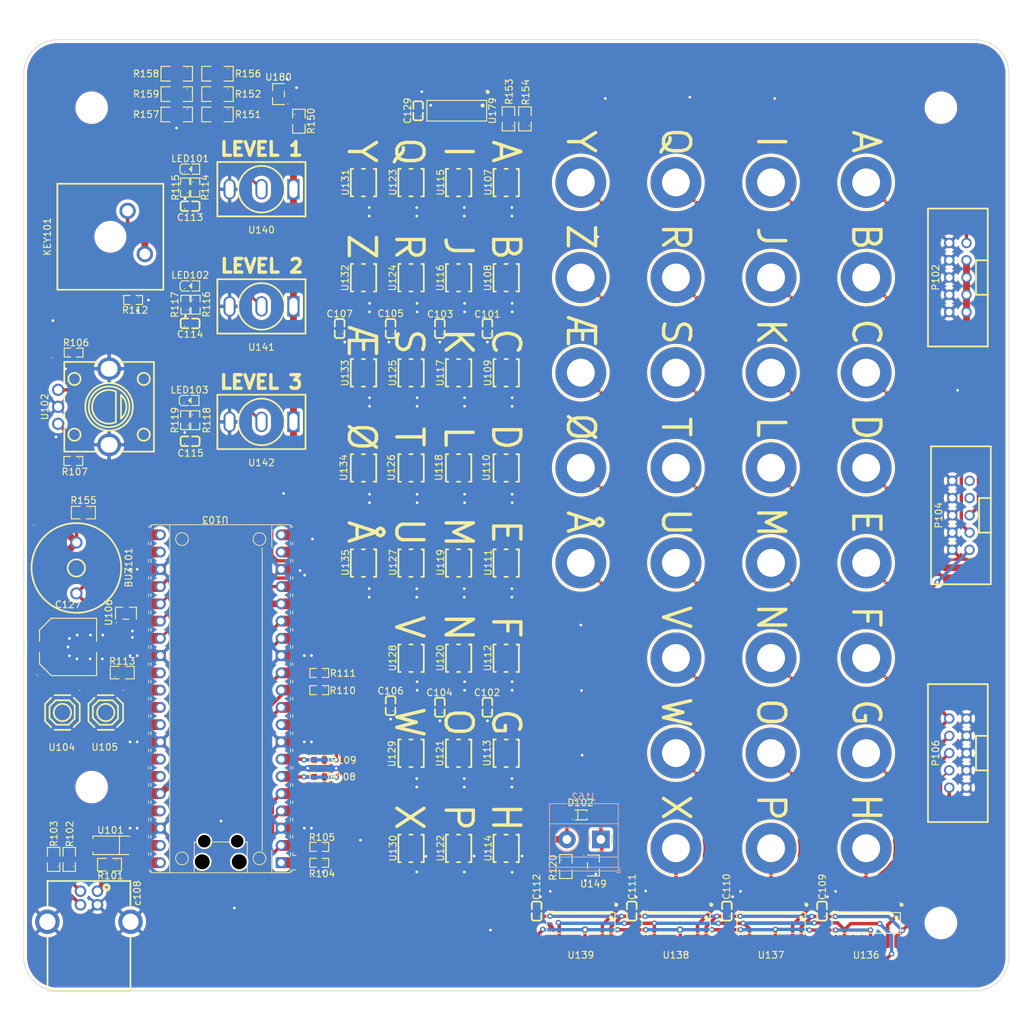
<source format=kicad_pcb>
(kicad_pcb (version 20221018) (generator pcbnew)
  (layers (0 "F.Cu" signal) (31 "B.Cu" signal) (34 "B.Paste" user) (35 "F.Paste" user) (36 "B.SilkS" user "B.Silkscreen") (37 "F.SilkS" user "F.Silkscreen") (38 "B.Mask" user) (39 "F.Mask" user) (44 "Edge.Cuts" user))
  (net 0 "")
  (net 1 "Board_0-/Bottom/+3.3V")
  (net 2 "Board_0-/Bottom/BUZZER")
  (net 3 "Board_0-/Bottom/CLK")
  (net 4 "Board_0-/Bottom/DT")
  (net 5 "Board_0-/Bottom/LED_DATA_IN")
  (net 6 "Board_0-/Bottom/LED_DATA_OUT")
  (net 7 "Board_0-/Bottom/LEDs Sheet/LED_DATA_IN")
  (net 8 "Board_0-/Bottom/LVL1")
  (net 9 "Board_0-/Bottom/LVL2")
  (net 10 "Board_0-/Bottom/LVL3")
  (net 11 "Board_0-/Bottom/POWER_DRAIN")
  (net 12 "Board_0-/Bottom/RUMBLE")
  (net 13 "Board_0-/Bottom/SPI0_CSn")
  (net 14 "Board_0-/Bottom/SPI0_RST")
  (net 15 "Board_0-/Bottom/SPI0_RX")
  (net 16 "Board_0-/Bottom/SPI0_SCK")
  (net 17 "Board_0-/Bottom/SPI0_TX")
  (net 18 "Board_0-/Bottom/START")
  (net 19 "Board_0-/Bottom/Shift_Serial_to_Parallel/SERIAL_IN_2")
  (net 20 "Board_0-/Bottom/Shift_Serial_to_Parallel/SERIAL_IN_3")
  (net 21 "Board_0-/Bottom/Shift_Serial_to_Parallel/SERIAL_IN_4")
  (net 22 "Board_0-/Bottom/VDD")
  (net 23 "Board_0-/I2C1_SDA_BOT")
  (net 24 "Board_0-/I2C_SCL_BOT")
  (net 25 "Board_0-/SPI0_CSn_BOT")
  (net 26 "Board_0-/SPI0_RX_BOT")
  (net 27 "Board_0-/SPI0_SCK_BOT")
  (net 28 "Board_0-/SPI0_TX_BOT")
  (net 29 "Board_0-GND")
  (net 30 "Board_0-Net-(D102-A)")
  (net 31 "Board_0-Net-(J101-Pin_1)")
  (net 32 "Board_0-Net-(J102-Pin_1)")
  (net 33 "Board_0-Net-(J103-Pin_1)")
  (net 34 "Board_0-Net-(J104-Pin_1)")
  (net 35 "Board_0-Net-(J105-Pin_1)")
  (net 36 "Board_0-Net-(J106-Pin_1)")
  (net 37 "Board_0-Net-(J107-Pin_1)")
  (net 38 "Board_0-Net-(J108-Pin_1)")
  (net 39 "Board_0-Net-(J109-Pin_1)")
  (net 40 "Board_0-Net-(J110-Pin_1)")
  (net 41 "Board_0-Net-(J111-Pin_1)")
  (net 42 "Board_0-Net-(J112-Pin_1)")
  (net 43 "Board_0-Net-(J113-Pin_1)")
  (net 44 "Board_0-Net-(J114-Pin_1)")
  (net 45 "Board_0-Net-(J115-Pin_1)")
  (net 46 "Board_0-Net-(J116-Pin_1)")
  (net 47 "Board_0-Net-(J117-Pin_1)")
  (net 48 "Board_0-Net-(J118-Pin_1)")
  (net 49 "Board_0-Net-(J119-Pin_1)")
  (net 50 "Board_0-Net-(J120-Pin_1)")
  (net 51 "Board_0-Net-(J121-Pin_1)")
  (net 52 "Board_0-Net-(J122-Pin_1)")
  (net 53 "Board_0-Net-(J123-Pin_1)")
  (net 54 "Board_0-Net-(J124-Pin_1)")
  (net 55 "Board_0-Net-(J125-Pin_1)")
  (net 56 "Board_0-Net-(J126-Pin_1)")
  (net 57 "Board_0-Net-(J127-Pin_1)")
  (net 58 "Board_0-Net-(J128-Pin_1)")
  (net 59 "Board_0-Net-(J129-Pin_1)")
  (net 60 "Board_0-Net-(LED101-A)")
  (net 61 "Board_0-Net-(LED101-K)")
  (net 62 "Board_0-Net-(LED102-A)")
  (net 63 "Board_0-Net-(LED102-K)")
  (net 64 "Board_0-Net-(LED103-A)")
  (net 65 "Board_0-Net-(LED103-K)")
  (net 66 "Board_0-Net-(R151-Pad2)")
  (net 67 "Board_0-Net-(U101-K)")
  (net 68 "Board_0-Net-(U103-3V3_EN)")
  (net 69 "Board_0-Net-(U103-RUN)")
  (net 70 "Board_0-Net-(U106-D)")
  (net 71 "Board_0-Net-(U106-G)")
  (net 72 "Board_0-Net-(U107-DO)")
  (net 73 "Board_0-Net-(U108-DO)")
  (net 74 "Board_0-Net-(U109-DO)")
  (net 75 "Board_0-Net-(U110-DO)")
  (net 76 "Board_0-Net-(U111-DO)")
  (net 77 "Board_0-Net-(U112-DO)")
  (net 78 "Board_0-Net-(U113-DO)")
  (net 79 "Board_0-Net-(U114-DO)")
  (net 80 "Board_0-Net-(U115-DO)")
  (net 81 "Board_0-Net-(U116-DO)")
  (net 82 "Board_0-Net-(U117-DO)")
  (net 83 "Board_0-Net-(U118-DO)")
  (net 84 "Board_0-Net-(U119-DO)")
  (net 85 "Board_0-Net-(U120-DO)")
  (net 86 "Board_0-Net-(U121-DO)")
  (net 87 "Board_0-Net-(U122-DO)")
  (net 88 "Board_0-Net-(U123-DO)")
  (net 89 "Board_0-Net-(U124-DO)")
  (net 90 "Board_0-Net-(U125-DO)")
  (net 91 "Board_0-Net-(U126-DO)")
  (net 92 "Board_0-Net-(U127-DO)")
  (net 93 "Board_0-Net-(U128-DO)")
  (net 94 "Board_0-Net-(U129-DO)")
  (net 95 "Board_0-Net-(U130-DO)")
  (net 96 "Board_0-Net-(U131-DO)")
  (net 97 "Board_0-Net-(U132-DO)")
  (net 98 "Board_0-Net-(U133-DO)")
  (net 99 "Board_0-Net-(U134-DO)")
  (net 100 "Board_0-Net-(U149-G)")
  (net 101 "Board_0-Net-(U179-1Y)")
  (net 102 "Board_0-Net-(U179-2Y)")
  (net 103 "Board_0-Net-(U180-D)")
  (net 104 "Board_0-Net-(U180-G)")
  (net 105 "Board_0-Net-(c108-D+)")
  (net 106 "Board_0-Net-(c108-D-)")
  (net 107 "Board_0-unconnected-(P104-Pad7)")
  (net 108 "Board_0-unconnected-(P104-Pad9)")
  (net 109 "Board_0-unconnected-(U103-ADC_VREF-Pad35)")
  (net 110 "Board_0-unconnected-(U103-GPIO26_ADC0-Pad31)")
  (net 111 "Board_0-unconnected-(U103-GPIO27_ADC1-Pad32)")
  (net 112 "Board_0-unconnected-(U103-GPIO28_ADC2-Pad34)")
  (net 113 "Board_0-unconnected-(U103-GPIO6-Pad9)")
  (net 114 "Board_0-unconnected-(U103-VBUS-Pad40)")
  (net 115 "Board_0-unconnected-(U104-B-Pad2)")
  (net 116 "Board_0-unconnected-(U105-A-Pad1)")
  (net 117 "Board_0-unconnected-(U139-Q5-Pad5)")
  (net 118 "Board_0-unconnected-(U139-Q6-Pad6)")
  (net 119 "Board_0-unconnected-(U139-Q7-Pad7)")
  (net 120 "Board_0-unconnected-(U139-Q7S-Pad9)")
  (net 121 "Board_0-unconnected-(U179-3Y-Pad6)")
  (net 122 "Board_0-unconnected-(U179-4Y-Pad8)")
  (net 123 "Board_0-unconnected-(U179-5Y-Pad10)")
  (net 124 "Board_0-unconnected-(U179-6Y-Pad12)")
  (footprint "footprint:C0603" (layer "F.Cu") (at 205.75 118.25 90)
    (fp_text reference "C102" (at 2.15 -0.05 unlocked) (layer "F.SilkS"))
    (fp_text value "CC0603KRX7R9BB104")
    (pad "1" smd rect (at -0.700025 0 90) (size 0.8 0.9) (layers "F.Cu" "F.Paste" "F.Mask") (net 29 "Board_0-GND"))
    (pad "2" smd rect (at 0.700025 0 90) (size 0.8 0.9) (layers "F.Cu" "F.Paste" "F.Mask") (net 22 "Board_0-/Bottom/VDD"))
  )
  (footprint "footprint:LED-SMD_4P-L3.7-W3.5-P1.75-BR-SK6812MINI" (layer "F.Cu") (at 194.5 69 90)
    (fp_text reference "U125" (at -0.05 -2.7 90 unlocked) (layer "F.SilkS"))
    (fp_text value "WS2812E-MINI-X1")
    (pad "1" smd rect (at 1.57493 0.875032 270) (size 1.5 0.9) (layers "F.Cu" "F.Paste" "F.Mask") (net 89 "Board_0-Net-(U124-DO)"))
    (pad "2" smd rect (at 1.174879 -0.875032 270) (size 2.5 0.9) (layers "F.Cu" "F.Paste" "F.Mask") (net 22 "Board_0-/Bottom/VDD"))
    (pad "3" smd rect (at -1.57493 -0.875032 270) (size 1.8 0.9) (layers "F.Cu" "F.Paste" "F.Mask") (net 90 "Board_0-Net-(U125-DO)"))
    (pad "4" smd rect (at -1.175133 0.875032 270) (size 2.8 0.9) (layers "F.Cu" "F.Paste" "F.Mask") (net 29 "Board_0-GND"))
  )
  (footprint "footprint:R0603" (layer "F.Cu") (at 181 138.8 180)
    (fp_text reference "R105" (at -0.4 1.4 unlocked) (layer "F.SilkS"))
    (fp_text value "0603WAF1003T5E")
    (pad "1" smd rect (at -0.753366 0 180) (size 0.806477 0.864008) (layers "F.Cu" "F.Paste" "F.Mask") (net 1 "Board_0-/Bottom/+3.3V"))
    (pad "2" smd rect (at 0.753366 0 180) (size 0.806477 0.864008) (layers "F.Cu" "F.Paste" "F.Mask") (net 13 "Board_0-/Bottom/SPI0_CSn"))
  )
  (footprint "footprint:LED-SMD_4P-L3.7-W3.5-P1.75-BR-SK6812MINI" (layer "F.Cu") (at 187.5 55 90)
    (fp_text reference "U132" (at -0.05 -2.7 90 unlocked) (layer "F.SilkS"))
    (fp_text value "WS2812E-MINI-X1")
    (pad "1" smd rect (at 1.57493 0.875032 270) (size 1.5 0.9) (layers "F.Cu" "F.Paste" "F.Mask") (net 96 "Board_0-Net-(U131-DO)"))
    (pad "2" smd rect (at 1.174879 -0.875032 270) (size 2.5 0.9) (layers "F.Cu" "F.Paste" "F.Mask") (net 22 "Board_0-/Bottom/VDD"))
    (pad "3" smd rect (at -1.57493 -0.875032 270) (size 1.8 0.9) (layers "F.Cu" "F.Paste" "F.Mask") (net 97 "Board_0-Net-(U132-DO)"))
    (pad "4" smd rect (at -1.175133 0.875032 270) (size 2.8 0.9) (layers "F.Cu" "F.Paste" "F.Mask") (net 29 "Board_0-GND"))
  )
  (footprint "Kaboom_box:2mm testlead, screw-clamp" (layer "F.Cu") (at 233.5 55 -90)
    (fp_text reference "J117" hide)
    (fp_text value "2mm_clamp")
    (pad "1" thru_hole circle (at 0 0 270) (size 7.5 7.5) (drill 4.1) (layers "*.Cu" "*.Mask") (net 47 "Board_0-Net-(J117-Pin_1)"))
  )
  (footprint "footprint:SOT-23-3_L2.9-W1.6-P1.90-LS2.8-BR" (layer "F.Cu") (at 175 28)
    (fp_text reference "U180" (at 0 -2.5 unlocked) (layer "F.SilkS"))
    (fp_text value "AO3400A")
    (pad "1" smd rect (at 1.235077 0.949962) (size 1.070003 0.6) (layers "F.Cu" "F.Paste" "F.Mask") (net 104 "Board_0-Net-(U180-G)"))
    (pad "2" smd rect (at 1.235077 -0.949962) (size 1.070003 0.6) (layers "F.Cu" "F.Paste" "F.Mask") (net 29 "Board_0-GND"))
    (pad "3" smd rect (at -1.235077 0) (size 1.070003 0.6) (layers "F.Cu" "F.Paste" "F.Mask") (net 103 "Board_0-Net-(U180-D)"))
  )
  (footprint "footprint:R0805" (layer "F.Cu") (at 217.3 141.7 -90)
    (fp_text reference "R120" (at 0.15 1.9 90 unlocked) (layer "F.SilkS"))
    (fp_text value "0805W8F0000T5E")
    (pad "1" smd rect (at -1 0 270) (size 1.132537 1.377013) (layers "F.Cu" "F.Paste" "F.Mask") (net 100 "Board_0-Net-(U149-G)"))
    (pad "2" smd rect (at 1 0 270) (size 1.132537 1.377013) (layers "F.Cu" "F.Paste" "F.Mask") (net 12 "Board_0-/Bottom/RUMBLE"))
  )
  (footprint "Kaboom_box:2mm testlead, screw-clamp" (layer "F.Cu") (at 219.5 41 -90)
    (fp_text reference "J122" hide)
    (fp_text value "2mm_clamp")
    (pad "1" thru_hole circle (at 0 0 270) (size 7.5 7.5) (drill 4.1) (layers "*.Cu" "*.Mask") (net 52 "Board_0-Net-(J122-Pin_1)"))
  )
  (footprint "footprint:IDC-TH_10P-P2.54_C5665" (layer "F.Cu") (at 275.45 90 90)
    (fp_text reference "P104" (at 0 -3.270003 90 unlocked) (layer "F.SilkS"))
    (fp_text value "HDR-IDC-2_54-2X5P")
    (pad "1" thru_hole circle (at -5.08001 1.270003 90) (size 1.524003 1.524003) (drill 1) (layers "*.Cu" "*.Mask") (net 1 "Board_0-/Bottom/+3.3V"))
    (pad "2" thru_hole circle (at -5.08001 -1.270003 90) (size 1.524003 1.524003) (drill 1) (layers "*.Cu" "*.Mask") (net 29 "Board_0-GND"))
    (pad "3" thru_hole circle (at -2.540005 1.270003 90) (size 1.524003 1.524003) (drill 1) (layers "*.Cu" "*.Mask") (net 23 "Board_0-/I2C1_SDA_BOT"))
    (pad "4" thru_hole circle (at -2.540005 -1.270003 90) (size 1.524003 1.524003) (drill 1) (layers "*.Cu" "*.Mask") (net 29 "Board_0-GND"))
    (pad "5" thru_hole circle (at 0 1.270003 90) (size 1.524003 1.524003) (drill 1) (layers "*.Cu" "*.Mask") (net 24 "Board_0-/I2C_SCL_BOT"))
    (pad "6" thru_hole circle (at 0 -1.270003 90) (size 1.524003 1.524003) (drill 1) (layers "*.Cu" "*.Mask") (net 29 "Board_0-GND"))
    (pad "7" thru_hole circle (at 2.540005 1.270003 90) (size 1.524003 1.524003) (drill 1) (layers "*.Cu" "*.Mask") (net 107 "Board_0-unconnected-(P104-Pad7)"))
    (pad "8" thru_hole circle (at 2.540005 -1.270003 90) (size 1.524003 1.524003) (drill 1) (layers "*.Cu" "*.Mask") (net 29 "Board_0-GND"))
    (pad "9" thru_hole circle (at 5.08001 1.270003 90) (size 1.524003 1.524003) (drill 1) (layers "*.Cu" "*.Mask") (net 108 "Board_0-unconnected-(P104-Pad9)"))
    (pad "10" thru_hole circle (at 5.08001 -1.270003 90) (size 1.524003 1.524003) (drill 1) (layers "*.Cu" "*.Mask") (net 29 "Board_0-GND"))
  )
  (footprint "footprint:LED-SMD_4P-L3.7-W3.5-P1.75-BR-SK6812MINI" (layer "F.Cu") (at 194.5 55 90)
    (fp_text reference "U124" (at -0.05 -2.7 90 unlocked) (layer "F.SilkS"))
    (fp_text value "WS2812E-MINI-X1")
    (pad "1" smd rect (at 1.57493 0.875032 270) (size 1.5 0.9) (layers "F.Cu" "F.Paste" "F.Mask") (net 88 "Board_0-Net-(U123-DO)"))
    (pad "2" smd rect (at 1.174879 -0.875032 270) (size 2.5 0.9) (layers "F.Cu" "F.Paste" "F.Mask") (net 22 "Board_0-/Bottom/VDD"))
    (pad "3" smd rect (at -1.57493 -0.875032 270) (size 1.8 0.9) (layers "F.Cu" "F.Paste" "F.Mask") (net 89 "Board_0-Net-(U124-DO)"))
    (pad "4" smd rect (at -1.175133 0.875032 270) (size 2.8 0.9) (layers "F.Cu" "F.Paste" "F.Mask") (net 29 "Board_0-GND"))
  )
  (footprint "footprint:C0603" (layer "F.Cu") (at 191.5 62.5 90)
    (fp_text reference "C105" (at 2.2 0 unlocked) (layer "F.SilkS"))
    (fp_text value "CC0603KRX7R9BB104")
    (pad "1" smd rect (at -0.700025 0 90) (size 0.8 0.9) (layers "F.Cu" "F.Paste" "F.Mask") (net 29 "Board_0-GND"))
    (pad "2" smd rect (at 0.700025 0 90) (size 0.8 0.9) (layers "F.Cu" "F.Paste" "F.Mask") (net 22 "Board_0-/Bottom/VDD"))
  )
  (footprint "footprint:SW-TH_MT-0-103-A101-M200-RS" (layer "F.Cu") (at 172.5 42 180)
    (fp_text reference "U140" (at 0.011506 -6 unlocked) (layer "F.SilkS"))
    (fp_text value "MT-0-103-F001-T000-RS+PJ")
    (pad "1" thru_hole rect (at -4.700025 0 180) (size 1.8 3) (drill oval 1.2 2.5) (layers "*.Cu" "*.Mask") (net 1 "Board_0-/Bottom/+3.3V"))
    (pad "2" thru_hole oval (at 0 0 180) (size 1.8 3) (drill oval 1.2 2.5) (layers "*.Cu" "*.Mask") (net 60 "Board_0-Net-(LED101-A)"))
    (pad "3" thru_hole oval (at 4.700025 0 180) (size 1.8 3) (drill oval 1.2 2.5) (layers "*.Cu" "*.Mask") (net 29 "Board_0-GND"))
  )
  (footprint "footprint:LED-SMD_4P-L3.7-W3.5-P1.75-BR-SK6812MINI" (layer "F.Cu") (at 194.5 83 90)
    (fp_text reference "U126" (at 0.030023 -2.9 90 unlocked) (layer "F.SilkS"))
    (fp_text value "WS2812E-MINI-X1")
    (pad "1" smd rect (at 1.57493 0.875032 270) (size 1.5 0.9) (layers "F.Cu" "F.Paste" "F.Mask") (net 90 "Board_0-Net-(U125-DO)"))
    (pad "2" smd rect (at 1.174879 -0.875032 270) (size 2.5 0.9) (layers "F.Cu" "F.Paste" "F.Mask") (net 22 "Board_0-/Bottom/VDD"))
    (pad "3" smd rect (at -1.57493 -0.875032 270) (size 1.8 0.9) (layers "F.Cu" "F.Paste" "F.Mask") (net 91 "Board_0-Net-(U126-DO)"))
    (pad "4" smd rect (at -1.175133 0.875032 270) (size 2.8 0.9) (layers "F.Cu" "F.Paste" "F.Mask") (net 29 "Board_0-GND"))
  )
  (footprint "MountingHole:MountingHole_4.3mm_M4" (layer "F.Cu") (at 147.5 130 -90)
    (fp_text reference "H104" hide)
    (fp_text value "MountingHole")
    (pad "" np_thru_hole circle (at 0 0 270) (size 4.3 4.3) (drill 4.3) (layers "*.Cu" "*.Mask"))
  )
  (footprint "footprint:R1206" (layer "F.Cu") (at 166.021209 31 180)
    (fp_text reference "R151" (at -4.5 0 unlocked) (layer "F.SilkS"))
    (fp_text value "1206W4F1000T5E")
    (pad "1" smd rect (at -1.478791 0 180) (size 1.207518 1.701016) (layers "F.Cu" "F.Paste" "F.Mask") (net 103 "Board_0-Net-(U180-D)"))
    (pad "2" smd rect (at 1.478791 0 180) (size 1.207518 1.701016) (layers "F.Cu" "F.Paste" "F.Mask") (net 66 "Board_0-Net-(R151-Pad2)"))
  )
  (footprint "Kaboom_box:2mm testlead, screw-clamp" (layer "F.Cu") (at 233.5 41 -90)
    (fp_text reference "J120" hide)
    (fp_text value "2mm_clamp")
    (pad "1" thru_hole circle (at 0 0 270) (size 7.5 7.5) (drill 4.1) (layers "*.Cu" "*.Mask") (net 50 "Board_0-Net-(J120-Pin_1)"))
  )
  (footprint "Kaboom_box:2mm testlead, screw-clamp" (layer "F.Cu") (at 219.5 55 -90)
    (fp_text reference "J118" hide)
    (fp_text value "2mm_clamp")
    (pad "1" thru_hole circle (at 0 0 270) (size 7.5 7.5) (drill 4.1) (layers "*.Cu" "*.Mask") (net 48 "Board_0-Net-(J118-Pin_1)"))
  )
  (footprint "footprint:LED-SMD_4P-L3.7-W3.5-P1.75-BR-SK6812MINI" (layer "F.Cu") (at 187.5 83 90)
    (fp_text reference "U134" (at 0.030023 -2.9 90 unlocked) (layer "F.SilkS"))
    (fp_text value "WS2812E-MINI-X1")
    (pad "1" smd rect (at 1.57493 0.875032 270) (size 1.5 0.9) (layers "F.Cu" "F.Paste" "F.Mask") (net 98 "Board_0-Net-(U133-DO)"))
    (pad "2" smd rect (at 1.174879 -0.875032 270) (size 2.5 0.9) (layers "F.Cu" "F.Paste" "F.Mask") (net 22 "Board_0-/Bottom/VDD"))
    (pad "3" smd rect (at -1.57493 -0.875032 270) (size 1.8 0.9) (layers "F.Cu" "F.Paste" "F.Mask") (net 99 "Board_0-Net-(U134-DO)"))
    (pad "4" smd rect (at -1.175133 0.875032 270) (size 2.8 0.9) (layers "F.Cu" "F.Paste" "F.Mask") (net 29 "Board_0-GND"))
  )
  (footprint "Kaboom_box:2mm testlead, screw-clamp" (layer "F.Cu") (at 247.5 125 -90)
    (fp_text reference "J114" hide)
    (fp_text value "2mm_clamp")
    (pad "1" thru_hole circle (at 0 0 270) (size 7.5 7.5) (drill 4.1) (layers "*.Cu" "*.Mask") (net 44 "Board_0-Net-(J114-Pin_1)"))
  )
  (footprint "footprint:SOIC-16_L9.9-W3.9-P1.27-LS6.0-BL" (layer "F.Cu") (at 247.5 150 180)
    (fp_text reference "U137" (at 0 -4.735585 unlocked) (layer "F.SilkS"))
    (fp_text value "74HC595D,118")
    (pad "1" smd oval (at -4.445009 2.735585 180) (size 0.602007 1.970993) (layers "F.Cu" "F.Paste" "F.Mask") (net 33 "Board_0-Net-(J103-Pin_1)"))
    (pad "2" smd oval (at -3.175006 2.735585 180) (size 0.602007 1.970993) (layers "F.Cu" "F.Paste" "F.Mask") (net 35 "Board_0-Net-(J105-Pin_1)"))
    (pad "3" smd oval (at -1.905004 2.735585 180) (size 0.602007 1.970993) (layers "F.Cu" "F.Paste" "F.Mask") (net 38 "Board_0-Net-(J108-Pin_1)"))
    (pad "4" smd oval (at -0.635001 2.735585 180) (size 0.602007 1.970993) (layers "F.Cu" "F.Paste" "F.Mask") (net 40 "Board_0-Net-(J110-Pin_1)"))
    (pad "5" smd oval (at 0.635001 2.735585 180) (size 0.602007 1.970993) (layers "F.Cu" "F.Paste" "F.Mask") (net 42 "Board_0-Net-(J112-Pin_1)"))
    (pad "6" smd oval (at 1.905004 2.735585 180) (size 0.602007 1.970993) (layers "F.Cu" "F.Paste" "F.Mask") (net 44 "Board_0-Net-(J114-Pin_1)"))
    (pad "7" smd oval (at 3.175006 2.735585 180) (size 0.602007 1.970993) (layers "F.Cu" "F.Paste" "F.Mask") (net 46 "Board_0-Net-(J116-Pin_1)"))
    (pad "8" smd oval (at 4.445009 2.735585 180) (size 0.602007 1.970993) (layers "F.Cu" "F.Paste" "F.Mask") (net 29 "Board_0-GND"))
    (pad "9" smd oval (at 4.445009 -2.735585 180) (size 0.602007 1.970993) (layers "F.Cu" "F.Paste" "F.Mask") (net 20 "Board_0-/Bottom/Shift_Serial_to_Parallel/SERIAL_IN_3"))
    (pad "10" smd oval (at 3.175006 -2.735585 180) (size 0.602007 1.970993) (layers "F.Cu" "F.Paste" "F.Mask") (net 14 "Board_0-/Bottom/SPI0_RST"))
    (pad "11" smd oval (at 1.905004 -2.735585 180) (size 0.602007 1.970993) (layers "F.Cu" "F.Paste" "F.Mask") (net 16 "Board_0-/Bottom/SPI0_SCK"))
    (pad "12" smd oval (at 0.635001 -2.735585 180) (size 0.602007 1.970993) (layers "F.Cu" "F.Paste" "F.Mask") (net 16 "Board_0-/Bottom/SPI0_SCK"))
    (pad "13" smd oval (at -0.635001 -2.735585 180) (size 0.602007 1.970993) (layers "F.Cu" "F.Paste" "F.Mask") (net 13 "Board_0-/Bottom/SPI0_CSn"))
    (pad "14" smd oval (at -1.905004 -2.735585 180) (size 0.602007 1.970993) (layers "F.Cu" "F.Paste" "F.Mask") (net 19 "Board_0-/Bottom/Shift_Serial_to_Parallel/SERIAL_IN_2"))
    (pad "15" smd oval (at -3.175006 -2.735585 180) (size 0.602007 1.970993) (layers "F.Cu" "F.Paste" "F.Mask") (net 36 "Board_0-Net-(J106-Pin_1)"))
    (pad "16" smd oval (at -4.445009 -2.735585 180) (size 0.602007 1.970993) (layers "F.Cu" "F.Paste" "F.Mask") (net 1 "Board_0-/Bottom/+3.3V"))
  )
  (footprint "footprint:C0603" (layer "F.Cu") (at 198.75 62.5 90)
    (fp_text reference "C103" (at 2.1 0.05 unlocked) (layer "F.SilkS"))
    (fp_text value "CC0603KRX7R9BB104")
    (pad "1" smd rect (at -0.700025 0 90) (size 0.8 0.9) (layers "F.Cu" "F.Paste" "F.Mask") (net 29 "Board_0-GND"))
    (pad "2" smd rect (at 0.700025 0 90) (size 0.8 0.9) (layers "F.Cu" "F.Paste" "F.Mask") (net 22 "Board_0-/Bottom/VDD"))
  )
  (footprint "footprint:LED-SMD_4P-L3.7-W3.5-P1.75-BR-SK6812MINI" (layer "F.Cu") (at 194.5 111 90)
    (fp_text reference "U128" (at 0 -2.7 90 unlocked) (layer "F.SilkS"))
    (fp_text value "WS2812E-MINI-X1")
    (pad "1" smd rect (at 1.57493 0.875032 270) (size 1.5 0.9) (layers "F.Cu" "F.Paste" "F.Mask") (net 92 "Board_0-Net-(U127-DO)"))
    (pad "2" smd rect (at 1.174879 -0.875032 270) (size 2.5 0.9) (layers "F.Cu" "F.Paste" "F.Mask") (net 22 "Board_0-/Bottom/VDD"))
    (pad "3" smd rect (at -1.57493 -0.875032 270) (size 1.8 0.9) (layers "F.Cu" "F.Paste" "F.Mask") (net 93 "Board_0-Net-(U128-DO)"))
    (pad "4" smd rect (at -1.175133 0.875032 270) (size 2.8 0.9) (layers "F.Cu" "F.Paste" "F.Mask") (net 29 "Board_0-GND"))
  )
  (footprint "footprint:CAP-SMD_BD8.0-L8.3-W8.3-FD" (layer "F.Cu") (at 144.025 109.375)
    (fp_text reference "C127" (at 0 -6.226238 unlocked) (layer "F.SilkS"))
    (fp_text value "RVT0J102M0810")
    (pad "1" smd rect (at -3.267209 0) (size 4.2 1.4) (layers "F.Cu" "F.Paste" "F.Mask") (net 22 "Board_0-/Bottom/VDD"))
    (pad "2" smd rect (at 3.267209 0) (size 4.2 1.4) (layers "F.Cu" "F.Paste" "F.Mask") (net 29 "Board_0-GND"))
  )
  (footprint "footprint:SW-TH_MT-0-103-A101-M200-RS" (layer "F.Cu") (at 172.5 76.253366 180)
    (fp_text reference "U142" (at 0.011506 -6 unlocked) (layer "F.SilkS"))
    (fp_text value "MT-0-103-F001-T000-RS+PJ")
    (pad "1" thru_hole rect (at -4.700025 0 180) (size 1.8 3) (drill oval 1.2 2.5) (layers "*.Cu" "*.Mask") (net 1 "Board_0-/Bottom/+3.3V"))
    (pad "2" thru_hole oval (at 0 0 180) (size 1.8 3) (drill oval 1.2 2.5) (layers "*.Cu" "*.Mask") (net 64 "Board_0-Net-(LED103-A)"))
    (pad "3" thru_hole oval (at 4.700025 0 180) (size 1.8 3) (drill oval 1.2 2.5) (layers "*.Cu" "*.Mask") (net 29 "Board_0-GND"))
  )
  (footprint "footprint:LED-SMD_4P-L3.7-W3.5-P1.75-BR-SK6812MINI" (layer "F.Cu") (at 208.5 55 90)
    (fp_text reference "U108" (at -0.05 -2.7 90 unlocked) (layer "F.SilkS"))
    (fp_text value "WS2812E-MINI-X1")
    (pad "1" smd rect (at 1.57493 0.875032 270) (size 1.5 0.9) (layers "F.Cu" "F.Paste" "F.Mask") (net 72 "Board_0-Net-(U107-DO)"))
    (pad "2" smd rect (at 1.174879 -0.875032 270) (size 2.5 0.9) (layers "F.Cu" "F.Paste" "F.Mask") (net 22 "Board_0-/Bottom/VDD"))
    (pad "3" smd rect (at -1.57493 -0.875032 270) (size 1.8 0.9) (layers "F.Cu" "F.Paste" "F.Mask") (net 73 "Board_0-Net-(U108-DO)"))
    (pad "4" smd rect (at -1.175133 0.875032 270) (size 2.8 0.9) (layers "F.Cu" "F.Paste" "F.Mask") (net 29 "Board_0-GND"))
  )
  (footprint "footprint:LED-SMD_4P-L3.7-W3.5-P1.75-BR-SK6812MINI" (layer "F.Cu") (at 208.5 41 90)
    (fp_text reference "U107" (at 0 -2.65 90 unlocked) (layer "F.SilkS"))
    (fp_text value "WS2812E-MINI-X1")
    (pad "1" smd rect (at 1.57493 0.875032 270) (size 1.5 0.9) (layers "F.Cu" "F.Paste" "F.Mask") (net 7 "Board_0-/Bottom/LEDs Sheet/LED_DATA_IN"))
    (pad "2" smd rect (at 1.174879 -0.875032 270) (size 2.5 0.9) (layers "F.Cu" "F.Paste" "F.Mask") (net 22 "Board_0-/Bottom/VDD"))
    (pad "3" smd rect (at -1.57493 -0.875032 270) (size 1.8 0.9) (layers "F.Cu" "F.Paste" "F.Mask") (net 72 "Board_0-Net-(U107-DO)"))
    (pad "4" smd rect (at -1.175133 0.875032 270) (size 2.8 0.9) (layers "F.Cu" "F.Paste" "F.Mask") (net 29 "Board_0-GND"))
  )
  (footprint "footprint:R0603" (layer "F.Cu") (at 161.3 59 90)
    (fp_text reference "R117" (at 0 -1.55 90 unlocked) (layer "F.SilkS"))
    (fp_text value "0603WAF2000T5E")
    (pad "1" smd rect (at -0.753366 0 90) (size 0.806477 0.864008) (layers "F.Cu" "F.Paste" "F.Mask") (net 29 "Board_0-GND"))
    (pad "2" smd rect (at 0.753366 0 90) (size 0.806477 0.864008) (layers "F.Cu" "F.Paste" "F.Mask") (net 63 "Board_0-Net-(LED102-K)"))
  )
  (footprint "footprint:R1206" (layer "F.Cu") (at 160.021209 31 180)
    (fp_text reference "R157" (at 4.5 0 unlocked) (layer "F.SilkS"))
    (fp_text value "1206W4F1000T5E")
    (pad "1" smd rect (at -1.478791 0 180) (size 1.207518 1.701016) (layers "F.Cu" "F.Paste" "F.Mask") (net 66 "Board_0-Net-(R151-Pad2)"))
    (pad "2" smd rect (at 1.478791 0 180) (size 1.207518 1.701016) (layers "F.Cu" "F.Paste" "F.Mask") (net 22 "Board_0-/Bottom/VDD"))
  )
  (footprint "Kaboom_box:2mm testlead, screw-clamp" (layer "F.Cu") (at 233.5 69 -90)
    (fp_text reference "J119" hide)
    (fp_text value "2mm_clamp")
    (pad "1" thru_hole circle (at 0 0 270) (size 7.5 7.5) (drill 4.1) (layers "*.Cu" "*.Mask") (net 49 "Board_0-Net-(J119-Pin_1)"))
  )
  (footprint "footprint:SW-SMD_4P-L5.1-W5.1-P3.70-LS6.5-TL-2" (layer "F.Cu") (at 149.575 119.025 -90)
    (fp_text reference "U105" (at 5.1 0.15 unlocked) (layer "F.SilkS"))
    (fp_text value "TS-1187A-B-A-B")
    (pad "1" smd rect (at -3.299975 -1.850191 270) (size 1.7 1) (layers "F.Cu" "F.Paste" "F.Mask") (net 116 "Board_0-unconnected-(U105-A-Pad1)"))
    (pad "2" smd rect (at 3.299975 -1.850216 270) (size 1.7 1) (layers "F.Cu" "F.Paste" "F.Mask") (net 68 "Board_0-Net-(U103-3V3_EN)"))
    (pad "3" smd rect (at -3.299975 1.850216 270) (size 1.7 1) (layers "F.Cu" "F.Paste" "F.Mask") (net 29 "Board_0-GND"))
    (pad "4" smd rect (at 3.299975 1.850191 270) (size 1.7 1) (layers "F.Cu" "F.Paste" "F.Mask") (net 29 "Board_0-GND"))
  )
  (footprint "footprint:LED0603-RD" (layer "F.Cu") (at 162 56.25)
    (fp_text reference "LED102" (at 0 -1.6 unlocked) (layer "F.SilkS"))
    (fp_text value "KT-0603R")
    (pad "1" smd rect (at -0.799467 0.003429 90) (size 0.8 0.8) (layers "F.Cu" "F.Paste" "F.Mask") (net 63 "Board_0-Net-(LED102-K)"))
    (pad "2" smd rect (at 0.799467 -0.003429 90) (size 0.8 0.8) (layers "F.Cu" "F.Paste" "F.Mask") (net 62 "Board_0-Net-(LED102-A)"))
  )
  (footprint "footprint:LED-SMD_4P-L3.7-W3.5-P1.75-BR-SK6812MINI" (layer "F.Cu") (at 194.5 125 90)
    (fp_text reference "U129" (at -0.1 -2.8 90 unlocked) (layer "F.SilkS"))
    (fp_text value "WS2812E-MINI-X1")
    (pad "1" smd rect (at 1.57493 0.875032 270) (size 1.5 0.9) (layers "F.Cu" "F.Paste" "F.Mask") (net 93 "Board_0-Net-(U128-DO)"))
    (pad "2" smd rect (at 1.174879 -0.875032 270) (size 2.5 0.9) (layers "F.Cu" "F.Paste" "F.Mask") (net 22 "Board_0-/Bottom/VDD"))
    (pad "3" smd rect (at -1.57493 -0.875032 270) (size 1.8 0.9) (layers "F.Cu" "F.Paste" "F.Mask") (net 94 "Board_0-Net-(U129-DO)"))
    (pad "4" smd rect (at -1.175133 0.875032 270) (size 2.8 0.9) (layers "F.Cu" "F.Paste" "F.Mask") (net 29 "Board_0-GND"))
  )
  (footprint "footprint:R0603" (layer "F.Cu") (at 153.6 58.3 180)
    (fp_text reference "R112" (at -0.3 -1.5 unlocked) (layer "F.SilkS"))
    (fp_text value "0603WAF1002T5E")
    (pad "1" smd rect (at -0.753366 0 180) (size 0.806477 0.864008) (layers "F.Cu" "F.Paste" "F.Mask") (net 29 "Board_0-GND"))
    (pad "2" smd rect (at 0.753366 0 180) (size 0.806477 0.864008) (layers "F.Cu" "F.Paste" "F.Mask") (net 18 "Board_0-/Bottom/START"))
  )
  (footprint "footprint:LED-SMD_4P-L3.7-W3.5-P1.75-BR-SK6812MINI" (layer "F.Cu") (at 208.5 83 90)
    (fp_text reference "U110" (at 0.030023 -2.9 90 unlocked) (layer "F.SilkS"))
    (fp_text value "WS2812E-MINI-X1")
    (pad "1" smd rect (at 1.57493 0.875032 270) (size 1.5 0.9) (layers "F.Cu" "F.Paste" "F.Mask") (net 74 "Board_0-Net-(U109-DO)"))
    (pad "2" smd rect (at 1.174879 -0.875032 270) (size 2.5 0.9) (layers "F.Cu" "F.Paste" "F.Mask") (net 22 "Board_0-/Bottom/VDD"))
    (pad "3" smd rect (at -1.57493 -0.875032 270) (size 1.8 0.9) (layers "F.Cu" "F.Paste" "F.Mask") (net 75 "Board_0-Net-(U110-DO)"))
    (pad "4" smd rect (at -1.175133 0.875032 270) (size 2.8 0.9) (layers "F.Cu" "F.Paste" "F.Mask") (net 29 "Board_0-GND"))
  )
  (footprint "footprint:R0805" (layer "F.Cu") (at 208.85 31.65 90)
    (fp_text reference "R153" (at 4 0.1 90 unlocked) (layer "F.SilkS"))
    (fp_text value "0805W8F0000T5E")
    (pad "1" smd rect (at -1 0 90) (size 1.132537 1.377013) (layers "F.Cu" "F.Paste" "F.Mask") (net 7 "Board_0-/Bottom/LEDs Sheet/LED_DATA_IN"))
    (pad "2" smd rect (at 1 0 90) (size 1.132537 1.377013) (layers "F.Cu" "F.Paste" "F.Mask") (net 102 "Board_0-Net-(U179-2Y)"))
  )
  (footprint "Module_RaspberryPi_Pico:RaspberryPi_Pico_Common_No_Keepout" (layer "F.Cu") (at 166.5 117 180)
    (fp_text reference "U103" (at -1.25 26.35 180 unlocked) (layer "F.SilkS") (effects (justify left)))
    (fp_text value "RaspberryPi_Pico")
    (pad "" np_thru_hole circle locked (at -2.725 -24 180) (size 2.2 2.2) (drill 2.2) (layers "*.Mask"))
    (pad "" np_thru_hole circle locked (at -2.425 -20.97 180) (size 1.85 1.85) (drill 1.85) (layers "*.Mask"))
    (pad "" np_thru_hole circle locked (at 2.425 -20.97 180) (size 1.85 1.85) (drill 1.85) (layers "*.Mask"))
    (pad "" np_thru_hole circle locked (at 2.725 -24 180) (size 2.2 2.2) (drill 2.2) (layers "*.Mask"))
    (pad "1" thru_hole roundrect locked (at -8.89 -24.13 180) (size 1.6 1.6) (drill 1) (layers "*.Mask" "F.Cu" "In1.Cu" "B.Cu") (roundrect_rratio 0.125) (net 15 "Board_0-/Bottom/SPI0_RX"))
    (pad "1" smd custom locked (at -8.89 -24.13 180) (size 1.6 1.6) (layers "F.Cu" "F.Mask") (net 15 "Board_0-/Bottom/SPI0_RX") (options (clearance outline) (anchor circle)) (primitives (gr_poly (pts (xy -2.4 0.6) (xy -2.4 -0.6) (xy -2.2 -0.8) (xy 0 -0.8) (xy 0 0.8) (xy -2.2 0.8)) (width 0) (fill yes)) (gr_circle (center -2.2 0.6) (end -2 0.6) (width 0) (fill yes)) (gr_circle (center -2.2 -0.6) (end -2 -0.6) (width 0) (fill yes))))
    (pad "2" thru_hole circle locked (at -8.89 -21.59 180) (size 1.6 1.6) (drill 1) (layers "*.Mask" "F.Cu" "In1.Cu" "B.Cu") (net 13 "Board_0-/Bottom/SPI0_CSn"))
    (pad "2" smd roundrect locked (at -8.89 -21.59 180) (size 3.2 1.6) (drill (offset -0.8 0)) (layers "F.Cu" "F.Mask") (roundrect_rratio 0.5) (net 13 "Board_0-/Bottom/SPI0_CSn"))
    (pad "3" thru_hole custom locked (at -8.89 -19.05 180) (size 1.6 1.6) (drill 1) (layers "*.Mask" "F.Cu" "In1.Cu" "B.Cu") (net 29 "Board_0-GND") (options (clearance outline) (anchor circle)) (primitives (gr_poly (pts (xy 0.8 0.6) (xy 0.8 -0.6) (xy 0.6 -0.8) (xy 0 -0.8) (xy 0 0.8) (xy 0.6 0.8)) (width 0) (fill yes)) (gr_circle (center 0.6 0.6) (end 0.8 0.6) (width 0) (fill yes)) (gr_circle (center 0.6 -0.6) (end 0.8 -0.6) (width 0) (fill yes))))
    (pad "3" smd custom locked (at -8.89 -19.05 180) (size 1.6 1.6) (layers "F.Cu" "F.Mask") (net 29 "Board_0-GND") (options (clearance outline) (anchor circle)) (primitives (gr_poly (pts (xy 0.8 -0.6) (xy 0.8 0.6) (xy 0.6 0.8) (xy -1.6 0.8) (xy -1.6 -0.8) (xy 0.6 -0.8)) (width 0) (fill yes)) (gr_circle (center 0.6 0.6) (end 0.8 0.6) (width 0) (fill yes)) (gr_circle (center 0.6 -0.6) (end 0.8 -0.6) (width 0) (fill yes)) (gr_circle (center -1.6 0) (end -0.8 0) (width 0) (fill yes))))
    (pad "4" thru_hole circle locked (at -8.89 -16.51 180) (size 1.6 1.6) (drill 1) (layers "*.Mask" "F.Cu" "In1.Cu" "B.Cu") (net 16 "Board_0-/Bottom/SPI0_SCK"))
    (pad "4" smd roundrect locked (at -8.89 -16.51 180) (size 3.2 1.6) (drill (offset -0.8 0)) (layers "F.Cu" "F.Mask") (roundrect_rratio 0.5) (net 16 "Board_0-/Bottom/SPI0_SCK"))
    (pad "5" thru_hole circle locked (at -8.89 -13.97 180) (size 1.6 1.6) (drill 1) (layers "*.Mask" "F.Cu" "In1.Cu" "B.Cu") (net 17 "Board_0-/Bottom/SPI0_TX"))
    (pad "5" smd roundrect locked (at -8.89 -13.97 180) (size 3.2 1.6) (drill (offset -0.8 0)) (layers "F.Cu" "F.Mask") (roundrect_rratio 0.5) (net 17 "Board_0-/Bottom/SPI0_TX"))
    (pad "6" thru_hole circle locked (at -8.89 -11.43 180) (size 1.6 1.6) (drill 1) (layers "*.Mask" "F.Cu" "In1.Cu" "B.Cu") (net 23 "Board_0-/I2C1_SDA_BOT"))
    (pad "6" smd roundrect locked (at -8.89 -11.43 180) (size 3.2 1.6) (drill (offset -0.8 0)) (layers "F.Cu" "F.Mask") (roundrect_rratio 0.5) (net 23 "Board_0-/I2C1_SDA_BOT"))
    (pad "7" thru_hole circle locked (at -8.89 -8.89 180) (size 1.6 1.6) (drill 1) (layers "*.Mask" "F.Cu" "In1.Cu" "B.Cu") (net 24 "Board_0-/I2C_SCL_BOT"))
    (pad "7" smd roundrect locked (at -8.89 -8.89 180) (size 3.2 1.6) (drill (offset -0.8 0)) (layers "F.Cu" "F.Mask") (roundrect_rratio 0.5) (net 24 "Board_0-/I2C_SCL_BOT"))
    (pad "8" thru_hole custom locked (at -8.89 -6.35 180) (size 1.6 1.6) (drill 1) (layers "*.Mask" "F.Cu" "In1.Cu" "B.Cu") (net 29 "Board_0-GND") (options (clearance outline) (anchor circle)) (primitives (gr_poly (pts (xy 0.8 0.6) (xy 0.8 -0.6) (xy 0.6 -0.8) (xy 0 -0.8) (xy 0 0.8) (xy 0.6 0.8)) (width 0) (fill yes)) (gr_circle (center 0.6 0.6) (end 0.8 0.6) (width 0) (fill yes)) (gr_circle (center 0.6 -0.6) (end 0.8 -0.6) (width 0) (fill yes))))
    (pad "8" smd custom locked (at -8.89 -6.35 180) (size 1.6 1.6) (layers "F.Cu" "F.Mask") (net 29 "Board_0-GND") (options (clearance outline) (anchor circle)) (primitives (gr_poly (pts (xy 0.8 -0.6) (xy 0.8 0.6) (xy 0.6 0.8) (xy -1.6 0.8) (xy -1.6 -0.8) (xy 0.6 -0.8)) (width 0) (fill yes)) (gr_circle (center 0.6 0.6) (end 0.8 0.6) (width 0) (fill yes)) (gr_circle (center 0.6 -0.6) (end 0.8 -0.6) (width 0) (fill yes)) (gr_circle (center -1.6 0) (end -0.8 0) (width 0) (fill yes))))
    (pad "9" thru_hole circle locked (at -8.89 -3.81 180) (size 1.6 1.6) (drill 1) (layers "*.Mask" "F.Cu" "In1.Cu" "B.Cu") (net 113 "Board_0-unconnected-(U103-GPIO6-Pad9)"))
    (pad "9" smd roundrect locked (at -8.89 -3.81 180) (size 3.2 1.6) (drill (offset -0.8 0)) (layers "F.Cu" "F.Mask") (roundrect_rratio 0.5) (net 113 "Board_0-unconnected-(U103-GPIO6-Pad9)"))
    (pad "10" thru_hole circle locked (at -8.89 -1.27 180) (size 1.6 1.6) (drill 1) (layers "*.Mask" "F.Cu" "In1.Cu" "B.Cu") (net 14 "Board_0-/Bottom/SPI0_RST"))
    (pad "10" smd roundrect locked (at -8.89 -1.27 180) (size 3.2 1.6) (drill (offset -0.8 0)) (layers "F.Cu" "F.Mask") (roundrect_rratio 0.5) (net 14 "Board_0-/Bottom/SPI0_RST"))
    (pad "11" thru_hole circle locked (at -8.89 1.27 180) (size 1.6 1.6) (drill 1) (layers "*.Mask" "F.Cu" "In1.Cu" "B.Cu") (net 26 "Board_0-/SPI0_RX_BOT"))
    (pad "11" smd roundrect locked (at -8.89 1.27 180) (size 3.2 1.6) (drill (offset -0.8 0)) (layers "F.Cu" "F.Mask") (roundrect_rratio 0.5) (net 26 "Board_0-/SPI0_RX_BOT"))
    (pad "12" thru_hole circle locked (at -8.89 3.81 180) (size 1.6 1.6) (drill 1) (layers "*.Mask" "F.Cu" "In1.Cu" "B.Cu") (net 25 "Board_0-/SPI0_CSn_BOT"))
    (pad "12" smd roundrect locked (at -8.89 3.81 180) (size 3.2 1.6) (drill (offset -0.8 0)) (layers "F.Cu" "F.Mask") (roundrect_rratio 0.5) (net 25 "Board_0-/SPI0_CSn_BOT"))
    (pad "13" thru_hole custom locked (at -8.89 6.35 180) (size 1.6 1.6) (drill 1) (layers "*.Mask" "F.Cu" "In1.Cu" "B.Cu") (net 29 "Board_0-GND") (options (clearance outline) (anchor circle)) (primitives (gr_poly (pts (xy 0.8 0.6) (xy 0.8 -0.6) (xy 0.6 -0.8) (xy 0 -0.8) (xy 0 0.8) (xy 0.6 0.8)) (width 0) (fill yes)) (gr_circle (center 0.6 0.6) (end 0.8 0.6) (width 0) (fill yes)) (gr_circle (center 0.6 -0.6) (end 0.8 -0.6) (width 0) (fill yes))))
    (pad "13" smd custom locked (at -8.89 6.35 180) (size 1.6 1.6) (layers "F.Cu" "F.Mask") (net 29 "Board_0-GND") (options (clearance outline) (anchor circle)) (primitives (gr_poly (pts (xy 0.8 -0.6) (xy 0.8 0.6) (xy 0.6 0.8) (xy -1.6 0.8) (xy -1.6 -0.8) (xy 0.6 -0.8)) (width 0) (fill yes)) (gr_circle (center 0.6 0.6) (end 0.8 0.6) (width 0) (fill yes)) (gr_circle (center 0.6 -0.6) (end 0.8 -0.6) (width 0) (fill yes)) (gr_circle (center -1.6 0) (end -0.8 0) (width 0) (fill yes))))
    (pad "14" thru_hole circle locked (at -8.89 8.89 180) (size 1.6 1.6) (drill 1) (layers "*.Mask" "F.Cu" "In1.Cu" "B.Cu") (net 27 "Board_0-/SPI0_SCK_BOT"))
    (pad "14" smd roundrect locked (at -8.89 8.89 180) (size 3.2 1.6) (drill (offset -0.8 0)) (layers "F.Cu" "F.Mask") (roundrect_rratio 0.5) (net 27 "Board_0-/SPI0_SCK_BOT"))
    (pad "15" thru_hole circle locked (at -8.89 11.43 180) (size 1.6 1.6) (drill 1) (layers "*.Mask" "F.Cu" "In1.Cu" "B.Cu") (net 28 "Board_0-/SPI0_TX_BOT"))
    (pad "15" smd roundrect locked (at -8.89 11.43 180) (size 3.2 1.6) (drill (offset -0.8 0)) (layers "F.Cu" "F.Mask") (roundrect_rratio 0.5) (net 28 "Board_0-/SPI0_TX_BOT"))
    (pad "16" thru_hole circle locked (at -8.89 13.97 180) (size 1.6 1.6) (drill 1) (layers "*.Mask" "F.Cu" "In1.Cu" "B.Cu") (net 1 "Board_0-/Bottom/+3.3V"))
    (pad "16" smd roundrect locked (at -8.89 13.97 180) (size 3.2 1.6) (drill (offset -0.8 0)) (layers "F.Cu" "F.Mask") (roundrect_rratio 0.5) (net 1 "Board_0-/Bottom/+3.3V"))
    (pad "17" thru_hole circle locked (at -8.89 16.51 180) (size 1.6 1.6) (drill 1) (layers "*.Mask" "F.Cu" "In1.Cu" "B.Cu") (net 11 "Board_0-/Bottom/POWER_DRAIN"))
    (pad "17" smd roundrect locked (at -8.89 16.51 180) (size 3.2 1.6) (drill (offset -0.8 0)) (layers "F.Cu" "F.Mask") (roundrect_rratio 0.5) (net 11 "Board_0-/Bottom/POWER_DRAIN"))
    (pad "18" thru_hole custom locked (at -8.89 19.05 180) (size 1.6 1.6) (drill 1) (layers "*.Mask" "F.Cu" "In1.Cu" "B.Cu") (net 29 "Board_0-GND") (options (clearance outline) (anchor circle)) (primitives (gr_poly (pts (xy 0.8 0.6) (xy 0.8 -0.6) (xy 0.6 -0.8) (xy 0 -0.8) (xy 0 0.8) (xy 0.6 0.8)) (width 0) (fill yes)) (gr_circle (center 0.6 0.6) (end 0.8 0.6) (width 0) (fill yes)) (gr_circle (center 0.6 -0.6) (end 0.8 -0.6) (width 0) (fill yes))))
    (pad "18" smd custom locked (at -8.89 19.05 180) (size 1.6 1.6) (layers "F.Cu" "F.Mask") (net 29 "Board_0-GND") (options (clearance outline) (anchor circle)) (primitives (gr_poly (pts (xy 0.8 -0.6) (xy 0.8 0.6) (xy 0.6 0.8) (xy -1.6 0.8) (xy -1.6 -0.8) (xy 0.6 -0.8)) (width 0) (fill yes)) (gr_circle (center 0.6 0.6) (end 0.8 0.6) (width 0) (fill yes)) (gr_circle (center 0.6 -0.6) (end 0.8 -0.6) (width 0) (fill yes)) (gr_circle (center -1.6 0) (end -0.8 0) (width 0) (fill yes))))
    (pad "19" thru_hole circle locked (at -8.89 21.59 180) (size 1.6 1.6) (drill 1) (layers "*.Mask" "F.Cu" "In1.Cu" "B.Cu") (net 12 "Board_0-/Bottom/RUMBLE"))
    (pad "19" smd roundrect locked (at -8.89 21.59 180) (size 3.2 1.6) (drill (offset -0.8 0)) (layers "F.Cu" "F.Mask") (roundrect_rratio 0.5) (net 12 "Board_0-/Bottom/RUMBLE"))
    (pad "20" thru_hole circle locked (at -8.89 24.13 180) (size 1.6 1.6) (drill 1) (layers "*.Mask" "F.Cu" "In1.Cu" "B.Cu") (net 5 "Board_0-/Bottom/LED_DATA_IN"))
    (pad "20" smd roundrect locked (at -8.89 24.13 180) (size 3.2 1.6) (drill (offset -0.8 0)) (layers "F.Cu" "F.Mask") (roundrect_rratio 0.5) (net 5 "Board_0-/Bottom/LED_DATA_IN"))
    (pad "21" thru_hole circle locked (at 8.89 24.13 180) (size 1.6 1.6) (drill 1) (layers "*.Mask" "F.Cu" "In1.Cu" "B.Cu") (net 4 "Board_0-/Bottom/DT"))
    (pad "21" smd roundrect locked (at 8.89 24.13 180) (size 3.2 1.6) (drill (offset 0.8 0)) (layers "F.Cu" "F.Mask") (roundrect_rratio 0.5) (net 4 "Board_0-/Bottom/DT"))
    (pad "22" thru_hole circle locked (at 8.89 21.59 180) (size 1.6 1.6) (drill 1) (layers "*.Mask" "F.Cu" "In1.Cu" "B.Cu") (net 3 "Board_0-/Bottom/CLK"))
    (pad "22" smd roundrect locked (at 8.89 21.59 180) (size 3.2 1.6) (drill (offset 0.8 0)) (layers "F.Cu" "F.Mask") (roundrect_rratio 0.5) (net 3 "Board_0-/Bottom/CLK"))
    (pad "23" thru_hole custom locked (at 8.89 19.05 180) (size 1.6 1.6) (drill 1) (layers "*.Mask" "F.Cu" "In1.Cu" "B.Cu") (net 29 "Board_0-GND") (options (clearance outline) (anchor circle)) (primitives (gr_poly (pts (xy -0.8 0.6) (xy -0.8 -0.6) (xy -0.6 -0.8) (xy 0 -0.8) (xy 0 0.8) (xy -0.6 0.8)) (width 0) (fill yes)) (gr_circle (center -0.6 0.6) (end -0.4 0.6) (width 0) (fill yes)) (gr_circle (center -0.6 -0.6) (end -0.4 -0.6) (width 0) (fill yes))))
    (pad "23" smd custom locked (at 8.89 19.05 180) (size 1.6 1.6) (layers "F.Cu" "F.Mask") (net 29 "Board_0-GND") (options (clearance outline) (anchor circle)) (primitives (gr_poly (pts (xy -0.8 -0.6) (xy -0.8 0.6) (xy -0.6 0.8) (xy 1.6 0.8) (xy 1.6 -0.8) (xy -0.6 -0.8)) (width 0) (fill yes)) (gr_circle (center -0.6 0.6) (end -0.4 0.6) (width 0) (fill yes)) (gr_circle (center -0.6 -0.6) (end -0.4 -0.6) (width 0) (fill yes)) (gr_circle (center 1.6 0) (end 2.4 0) (width 0) (fill yes))))
    (pad "24" thru_hole circle locked (at 8.89 16.51 180) (size 1.6 1.6) (drill 1) (layers "*.Mask" "F.Cu" "In1.Cu" "B.Cu") (net 18 "Board_0-/Bottom/START"))
    (pad "24" smd roundrect locked (at 8.89 16.51 180) (size 3.2 1.6) (drill (offset 0.8 0)) (layers "F.Cu" "F.Mask") (roundrect_rratio 0.5) (net 18 "Board_0-/Bottom/START"))
    (pad "25" thru_hole circle locked (at 8.89 13.97 180) (size 1.6 1.6) (drill 1) (layers "*.Mask" "F.Cu" "In1.Cu" "B.Cu") (net 8 "Board_0-/Bottom/LVL1"))
    (pad "25" smd roundrect locked (at 8.89 13.97 180) (size 3.2 1.6) (drill (offset 0.8 0)) (layers "F.Cu" "F.Mask") (roundrect_rratio 0.5) (net 8 "Board_0-/Bottom/LVL1"))
    (pad "26" thru_hole circle locked (at 8.89 11.43 180) (size 1.6 1.6) (drill 1) (layers "*.Mask" "F.Cu" "In1.Cu" "B.Cu") (net 9 "Board_0-/Bottom/LVL2"))
    (pad "26" smd roundrect locked (at 8.89 11.43 180) (size 3.2 1.6) (drill (offset 0.8 0)) (layers "F.Cu" "F.Mask") (roundrect_rratio 0.5) (net 9 "Board_0-/Bottom/LVL2"))
    (pad "27" thru_hole circle locked (at 8.89 8.89 180) (size 1.6 1.6) (drill 1) (layers "*.Mask" "F.Cu" "In1.Cu" "B.Cu") (net 10 "Board_0-/Bottom/LVL3"))
    (pad "27" smd roundrect locked (at 8.89 8.89 180) (size 3.2 1.6) (drill (offset 0.8 0)) (layers "F.Cu" "F.Mask") (roundrect_rratio 0.5) (net 10 "Board_0-/Bottom/LVL3"))
    (pad "28" thru_hole custom locked (at 8.89 6.35 180) (size 1.6 1.6) (drill 1) (layers "*.Mask" "F.Cu" "In1.Cu" "B.Cu") (net 29 "Board_0-GND") (options (clearance outline) (anchor circle)) (primitives (gr_poly (pts (xy -0.8 0.6) (xy -0.8 -0.6) (xy -0.6 -0.8) (xy 0 -0.8) (xy 0 0.8) (xy -0.6 0.8)) (width 0) (fill yes)) (gr_circle (center -0.6 0.6) (end -0.4 0.6) (width 0) (fill yes)) (gr_circle (center -0.6 -0.6) (end -0.4 -0.6) (width 0) (fill yes))))
    (pad "28" smd custom locked (at 8.89 6.35 180) (size 1.6 1.6) (layers "F.Cu" "F.Mask") (net 29 "Board_0-GND") (options (clearance outline) (anchor circle)) (primitives (gr_poly (pts (xy -0.8 -0.6) (xy -0.8 0.6) (xy -0.6 0.8) (xy 1.6 0.8) (xy 1.6 -0.8) (xy -0.6 -0.8)) (width 0) (fill yes)) (gr_circle (center -0.6 0.6) (end -0.4 0.6) (width 0) (fill yes)) (gr_circle (center -0.6 -0.6) (end -0.4 -0.6) (width 0) (fill yes)) (gr_circle (center 1.6 0) (end 2.4 0) (width 0) (fill yes))))
    (pad "29" thru_hole circle locked (at 8.89 3.81 180) (size 1.6 1.6) (drill 1) (layers "*.Mask" "F.Cu" "In1.Cu" "B.Cu") (net 2 "Board_0-/Bottom/BUZZER"))
    (pad "29" smd roundrect locked (at 8.89 3.81 180) (size 3.2 1.6) (drill (offset 0.8 0)) (layers "F.Cu" "F.Mask") (roundrect_rratio 0.5) (net 2 "Board_0-/Bottom/BUZZER"))
    (pad "30" thru_hole circle locked (at 8.89 1.27 180) (size 1.6 1.6) (drill 1) (layers "*.Mask" "F.Cu" "In1.Cu" "B.Cu") (net 69 "Board_0-Net-(U103-RUN)"))
    (pad "30" smd roundrect locked (at 8.89 1.27 180) (size 3.2 1.6) (drill (offset 0.8 0)) (layers "F.Cu" "F.Mask") (roundrect_rratio 0.5) (net 69 "Board_0-Net-(U103-RUN)"))
    (pad "31" thru_hole circle locked (at 8.89 -1.27 180) (size 1.6 1.6) (drill 1) (layers "*.Mask" "F.Cu" "In1.Cu" "B.Cu") (net 110 "Board_0-unconnected-(U103-GPIO26_ADC0-Pad31)"))
    (pad "31" smd roundrect locked (at 8.89 -1.27 180) (size 3.2 1.6) (drill (offset 0.8 0)) (layers "F.Cu" "F.Mask") (roundrect_rratio 0.5) (net 110 "Board_0-unconnected-(U103-GPIO26_ADC0-Pad31)"))
    (pad "32" thru_hole circle locked (at 8.89 -3.81 180) (size 1.6 1.6) (drill 1) (layers "*.Mask" "F.Cu" "In1.Cu" "B.Cu") (net 111 "Board_0-unconnected-(U103-GPIO27_ADC1-Pad32)"))
    (pad "32" smd roundrect locked (at 8.89 -3.81 180) (size 3.2 1.6) (drill (offset 0.8 0)) (layers "F.Cu" "F.Mask") (roundrect_rratio 0.5) (net 111 "Board_0-unconnected-(U103-GPIO27_ADC1-Pad32)"))
    (pad "33" thru_hole custom locked (at 8.89 -6.35 180) (size 1.6 1.6) (drill 1) (layers "*.Mask" "F.Cu" "In1.Cu" "B.Cu") (net 29 "Board_0-GND") (options (clearance outline) (anchor circle)) (primitives (gr_poly (pts (xy -0.8 0.6) (xy -0.8 -0.6) (xy -0.6 -0.8) (xy 0 -0.8) (xy 0 0.8) (xy -0.6 0.8)) (width 0) (fill yes)) (gr_circle (center -0.6 0.6) (end -0.4 0.6) (width 0) (fill yes)) (gr_circle (center -0.6 -0.6) (end -0.4 -0.6) (width 0) (fill yes))))
    (pad "33" smd custom locked (at 8.89 -6.35 180) (size 1.6 1.6) (layers "F.Cu" "F.Mask") (net 29 "Board_0-GND") (options (clearance outline) (anchor circle)) (primitives (gr_poly (pts (xy -0.8 -0.6) (xy -0.8 0.6) (xy -0.6 0.8) (xy 1.6 0.8) (xy 1.6 -0.8) (xy -0.6 -0.8)) (width 0) (fill yes)) (gr_circle (center -0.6 0.6) (end -0.4 0.6) (width 0) (fill yes)) (gr_circle (center -0.6 -0.6) (end -0.4 -0.6) (width 0) (fill yes)) (gr_circle (center 1.6 0) (end 2.4 0) (width 0) (fill yes))))
    (pad "34" thru_hole circle locked (at 8.89 -8.89 180) (size 1.6 1.6) (drill 1) (layers "*.Mask" "F.Cu" "In1.Cu" "B.Cu") (net 112 "Board_0-unconnected-(U103-GPIO28_ADC2-Pad34)"))
    (pad "34" smd roundrect locked (at 8.89 -8.89 180) (size 3.2 1.6) (drill (offset 0.8 0)) (layers "F.Cu" "F.Mask") (roundrect_rratio 0.5) (net 112 "Board_0-unconnected-(U103-GPIO28_ADC2-Pad34)"))
    (pad "35" thru_hole circle locked (at 8.89 -11.43 180) (size 1.6 1.6) (drill 1) (layers "*.Mask" "F.Cu" "In1.Cu" "B.Cu") (net 109 "Board_0-unconnected-(U103-ADC_VREF-Pad35)"))
    (pad "35" smd roundrect locked (at 8.89 -11.43 180) (size 3.2 1.6) (drill (offset 0.8 0)) (layers "F.Cu" "F.Mask") (roundrect_rratio 0.5) (net 109 "Board_0-unconnected-(U103-ADC_VREF-Pad35)"))
    (pad "36" thru_hole circle locked (at 8.89 -13.97 180) (size 1.6 1.6) (drill 1) (layers "*.Mask" "F.Cu" "In1.Cu" "B.Cu") (net 1 "Board_0-/Bottom/+3.3V"))
    (pad "36" smd roundrect locked (at 8.89 -13.97 180) (size 3.2 1.6) (drill (offset 0.8 0)) (layers "F.Cu" "F.Mask") (roundrect_rratio 0.5) (net 1 "Board_0-/Bottom/+3.3V"))
    (pad "37" thru_hole circle locked (at 8.89 -16.51 180) (size 1.6 1.6) (drill 1) (layers "*.Mask" "F.Cu" "In1.Cu" "B.Cu") (net 68 "Board_0-Net-(U103-3V3_EN)"))
    (pad "37" smd roundrect locked (at 8.89 -16.51 180) (size 3.2 1.6) (drill (offset 0.8 0)) (layers "F.Cu" "F.Mask") (roundrect_rratio 0.5) (net 68 "Board_0-Net-(U103-3V3_EN)"))
    (pad "38" thru_hole custom locked (at 8.89 -19.05 180) (size 1.6 1.6) (drill 1) (layers "*.Mask" "F.Cu" "In1.Cu" "B.Cu") (net 29 "Board_0-GND") (options (clearance outline) (anchor circle)) (primitives (gr_poly (pts (xy -0.8 0.6) (xy -0.8 -0.6) (xy -0.6 -0.8) (xy 0 -0.8) (xy 0 0.8) (xy -0.6 0.8)) (width 0) (fill yes)) (gr_circle (center -0.6 0.6) (end -0.4 0.6) (width 0) (fill yes)) (gr_circle (center -0.6 -0.6) (end -0.4 -0.6) (width 0) (fill yes))))
    (pad "38" smd custom locked (at 8.89 -19.05 180) (size 1.6 1.6) (layers "F.Cu" "F.Mask") (net 29 "Board_0-GND") (options (clearance outline) (anchor circle)) (primitives (gr_poly (pts (xy -0.8 -0.6) (xy -0.8 0.6) (xy -0.6 0.8) (xy 1.6 0.8) (xy 1.6 -0.8) (xy -0.6 -0.8)) (width 0) (fill yes)) (gr_circle (center -0.6 0.6) (end -0.4 0.6) (width 0) (fill yes)) (gr_circle (center -0.6 -0.6) (end -0.4 -0.6) (width 0) (fill yes)) (gr_circle (center 1.6 0) (end 2.4 0) (width 0) (fill yes))))
    (pad "39" thru_hole circle locked (at 8.89 -21.59 180) (size 1.6 1.6) (drill 1) (layers "*.Mask" "F.Cu" "In1.Cu" "B.Cu") (net 67 "Board_0-Net-(U101-K)"))
    (pad "39" smd roundrect locked (at 8.89 -21.59 180) (size 3.2 1.6) (drill (offset 0.8 0)) (layers "F.Cu" "F.Mask") (roundrect_rratio 0.5) (net 67 "Board_0-Net-(U101-K)"))
    (pad "40" thru_hole circle locked (at 8.89 -24.13 180) (size 1.6 1.6) (drill 1) (layers "*.Mask" "F.Cu" "In1.Cu" "B.Cu") (net 114 "Board_0-unconnected-(U103-VBUS-Pad40)"))
    (pad "40" smd roundrect locked (at 8.89 -24.13 180) (size 3.2 1.6) (drill (offset 0.8 0)) (layers "F.Cu" "F.Mask") (roundrect_rratio 0.5) (net 114 "Board_0-unconnected-(U103-VBUS-Pad40)"))
    (zone (net 0) (net_name "") (layers "F.Cu" "F.Paste") (name "Pad Keep Out D1-W") (connect_pads (clearance 0)) (min_thickness 0.25)
      (keepout (tracks not_allowed) (vias not_allowed) (pads not_allowed) (copperpour not_allowed) (footprints allowed))
      (fill (thermal_gap 0.5) (thermal_bridge_width 0.5))
      (polygon (pts (xy 165.1285 110.3126) (xy 165.9159 110.3126) (xy 165.9159 112.2874) (xy 165.1285 112.2874) (xy 165.0891 112.285478) (xy 165.016298 112.255323) (xy 164.960577 112.199602) (xy 164.930422 112.1268) (xy 164.9285 112.0874) (xy 164.9285 110.5126) (xy 164.930422 110.4732) (xy 164.960577 110.400398) (xy 165.016298 110.344677) (xy 165.0891 110.314522)))
    )
    (zone (net 0) (net_name "") (layers "F.Cu" "F.Paste") (name "Pad Keep Out D1-W") (connect_pads (clearance 0)) (min_thickness 0.25)
      (keepout (tracks not_allowed) (vias not_allowed) (pads not_allowed) (copperpour not_allowed) (footprints allowed))
      (fill (thermal_gap 0.5) (thermal_bridge_width 0.5))
      (polygon (pts (xy 166.871222 112.199602) (xy 166.815502 112.255322) (xy 166.7427 112.285478) (xy 166.7033 112.2874) (xy 165.9159 112.2874) (xy 165.9159 110.3126) (xy 166.7033 110.3126) (xy 166.7427 110.314522) (xy 166.815502 110.344678) (xy 166.871222 110.400398) (xy 166.901378 110.4732) (xy 166.9033 110.5126) (xy 166.9033 112.0874) (xy 166.901378 112.1268)))
    )
    (zone (net 0) (net_name "") (layers "F.Cu" "F.Paste") (name "Pad Keep Out TP2") (connect_pads (clearance 0)) (min_thickness 0.25)
      (keepout (tracks not_allowed) (vias not_allowed) (pads not_allowed) (copperpour not_allowed) (footprints allowed))
      (fill (thermal_gap 0.5) (thermal_bridge_width 0.5))
      (polygon (pts (xy 165.5 140.335) (xy 165.05 140.335) (xy 164.984455 140.337139) (xy 164.857833 140.371067) (xy 164.744306 140.436612) (xy 164.651612 140.529306) (xy 164.586067 140.642833) (xy 164.552139 140.769455) (xy 164.55 140.835) (xy 164.55 141.735) (xy 164.552139 141.800545) (xy 164.586067 141.927167) (xy 164.651612 142.040694) (xy 164.744306 142.133388) (xy 164.857833 142.198933) (xy 164.984455 142.232861) (xy 165.05 142.235) (xy 165.5 142.235)))
    )
    (zone (net 0) (net_name "") (layers "F.Cu" "F.Paste") (name "Pad Keep Out D2") (connect_pads (clearance 0)) (min_thickness 0.25)
      (keepout (tracks not_allowed) (vias not_allowed) (pads not_allowed) (copperpour not_allowed) (footprints allowed))
      (fill (thermal_gap 0.5) (thermal_bridge_width 0.5))
      (polygon (pts (xy 165.9 94.1) (xy 165.837036 94.097538) (xy 165.717272 94.058624) (xy 165.615394 93.984606) (xy 165.541376 93.882728) (xy 165.502462 93.762964) (xy 165.5 93.7) (arc (start 165.5 91.5) (mid 165.792893 90.792893) (end 166.5 90.5)) (xy 166.5 94.1)))
    )
    (zone (net 0) (net_name "") (layers "F.Cu" "F.Paste") (name "Pad Keep Out TP2") (connect_pads (clearance 0)) (min_thickness 0.25)
      (keepout (tracks not_allowed) (vias not_allowed) (pads not_allowed) (copperpour not_allowed) (footprints allowed))
      (fill (thermal_gap 0.5) (thermal_bridge_width 0.5))
      (polygon (pts (xy 166.447861 141.800545) (xy 166.413932 141.927167) (xy 166.348388 142.040694) (xy 166.255694 142.133388) (xy 166.142167 142.198932) (xy 166.015545 142.232861) (xy 165.95 142.235) (xy 165.5 142.235) (xy 165.5 140.335) (xy 165.95 140.335) (xy 166.015545 140.337139) (xy 166.142167 140.371068) (xy 166.255694 140.436612) (xy 166.348388 140.529306) (xy 166.413932 140.642833) (xy 166.447861 140.769455) (xy 166.45 140.835) (xy 166.45 141.735)))
    )
    (zone (net 0) (net_name "") (layers "F.Cu" "F.Paste") (name "Pad Keep Out TP1") (connect_pads (clearance 0)) (min_thickness 0.25)
      (keepout (tracks not_allowed) (vias not_allowed) (pads not_allowed) (copperpour not_allowed) (footprints allowed))
      (fill (thermal_gap 0.5) (thermal_bridge_width 0.5))
      (polygon (pts (xy 166.5 137.05) (xy 166.05 137.05) (xy 165.984455 137.052139) (xy 165.857833 137.086067) (xy 165.744306 137.151612) (xy 165.651612 137.244306) (xy 165.586067 137.357833) (xy 165.552139 137.484455) (xy 165.55 137.55) (xy 165.55 138.45) (xy 165.552139 138.515545) (xy 165.586067 138.642167) (xy 165.651612 138.755694) (xy 165.744306 138.848388) (xy 165.857833 138.913933) (xy 165.984455 138.947861) (xy 166.05 138.95) (xy 166.5 138.95)))
    )
    (zone (net 0) (net_name "") (layers "F.Cu" "F.Paste") (name "Pad Keep Out D2") (connect_pads (clearance 0)) (min_thickness 0.25)
      (keepout (tracks not_allowed) (vias not_allowed) (pads not_allowed) (copperpour not_allowed) (footprints allowed))
      (fill (thermal_gap 0.5) (thermal_bridge_width 0.5))
      (polygon (pts (xy 167.1 94.1) (xy 166.5 94.1) (arc (start 166.5 90.5) (mid 167.207107 90.792893) (end 167.5 91.5)) (xy 167.5 93.7) (xy 167.497807 93.763006) (xy 167.458867 93.882852) (xy 167.384799 93.984799) (xy 167.282852 94.058867) (xy 167.163006 94.097807)))
    )
    (zone (net 0) (net_name "") (layers "F.Cu" "F.Paste") (name "Pad Keep Out TP1") (connect_pads (clearance 0)) (min_thickness 0.25)
      (keepout (tracks not_allowed) (vias not_allowed) (pads not_allowed) (copperpour not_allowed) (footprints allowed))
      (fill (thermal_gap 0.5) (thermal_bridge_width 0.5))
      (polygon (pts (xy 167.447861 138.515545) (xy 167.413932 138.642167) (xy 167.348388 138.755694) (xy 167.255694 138.848388) (xy 167.142167 138.913932) (xy 167.015545 138.947861) (xy 166.95 138.95) (xy 166.5 138.95) (xy 166.5 137.05) (xy 166.95 137.05) (xy 167.015545 137.052139) (xy 167.142167 137.086068) (xy 167.255694 137.151612) (xy 167.348388 137.244306) (xy 167.413932 137.357833) (xy 167.447861 137.484455) (xy 167.45 137.55) (xy 167.45 138.45)))
    )
    (zone (net 0) (net_name "") (layers "F.Cu" "F.Paste") (name "Pad Keep Out TP3") (connect_pads (clearance 0)) (min_thickness 0.25)
      (keepout (tracks not_allowed) (vias not_allowed) (pads not_allowed) (copperpour not_allowed) (footprints allowed))
      (fill (thermal_gap 0.5) (thermal_bridge_width 0.5))
      (polygon (pts (xy 167.5 140.35) (xy 167.05 140.35) (xy 166.984455 140.352139) (xy 166.857833 140.386067) (xy 166.744306 140.451612) (xy 166.651612 140.544306) (xy 166.586067 140.657833) (xy 166.552139 140.784455) (xy 166.55 140.85) (xy 166.55 141.75) (xy 166.552139 141.815545) (xy 166.586067 141.942167) (xy 166.651612 142.055694) (xy 166.744306 142.148388) (xy 166.857833 142.213933) (xy 166.984455 142.247861) (xy 167.05 142.25) (xy 167.5 142.25)))
    )
    (zone (net 0) (net_name "") (layers "F.Cu" "F.Paste") (name "Pad Keep Out TP6") (connect_pads (clearance 0)) (min_thickness 0.25)
      (keepout (tracks not_allowed) (vias not_allowed) (pads not_allowed) (copperpour not_allowed) (footprints allowed))
      (fill (thermal_gap 0.5) (thermal_bridge_width 0.5))
      (polygon (pts (xy 168.05 129.5) (xy 168.05 129.95) (xy 168.052139 130.015545) (xy 168.086067 130.142167) (xy 168.151612 130.255694) (xy 168.244306 130.348388) (xy 168.357833 130.413933) (xy 168.484455 130.447861) (xy 168.55 130.45) (xy 169.45 130.45) (xy 169.515545 130.447861) (xy 169.642167 130.413933) (xy 169.755694 130.348388) (xy 169.848388 130.255694) (xy 169.913933 130.142167) (xy 169.947861 130.015545) (xy 169.95 129.95) (xy 169.95 129.5)))
    )
    (zone (net 0) (net_name "") (layers "F.Cu" "F.Paste") (name "Pad Keep Out TP5") (connect_pads (clearance 0)) (min_thickness 0.25)
      (keepout (tracks not_allowed) (vias not_allowed) (pads not_allowed) (copperpour not_allowed) (footprints allowed))
      (fill (thermal_gap 0.5) (thermal_bridge_width 0.5))
      (polygon (pts (xy 168.05 132) (xy 168.05 132.45) (xy 168.052139 132.515545) (xy 168.086067 132.642167) (xy 168.151612 132.755694) (xy 168.244306 132.848388) (xy 168.357833 132.913933) (xy 168.484455 132.947861) (xy 168.55 132.95) (xy 169.45 132.95) (xy 169.515545 132.947861) (xy 169.642167 132.913933) (xy 169.755694 132.848388) (xy 169.848388 132.755694) (xy 169.913933 132.642167) (xy 169.947861 132.515545) (xy 169.95 132.45) (xy 169.95 132)))
    )
    (zone (net 0) (net_name "") (layers "F.Cu" "F.Paste") (name "Pad Keep Out TP4") (connect_pads (clearance 0)) (min_thickness 0.25)
      (keepout (tracks not_allowed) (vias not_allowed) (pads not_allowed) (copperpour not_allowed) (footprints allowed))
      (fill (thermal_gap 0.5) (thermal_bridge_width 0.5))
      (polygon (pts (xy 168.05 134.5) (xy 168.05 134.95) (xy 168.052139 135.015545) (xy 168.086067 135.142167) (xy 168.151612 135.255694) (xy 168.244306 135.348388) (xy 168.357833 135.413933) (xy 168.484455 135.447861) (xy 168.55 135.45) (xy 169.45 135.45) (xy 169.515545 135.447861) (xy 169.642167 135.413933) (xy 169.755694 135.348388) (xy 169.848388 135.255694) (xy 169.913933 135.142167) (xy 169.947861 135.015545) (xy 169.95 134.95) (xy 169.95 134.5)))
    )
    (zone (net 0) (net_name "") (layers "F.Cu" "F.Paste") (name "Pad Keep Out TP3") (connect_pads (clearance 0)) (min_thickness 0.25)
      (keepout (tracks not_allowed) (vias not_allowed) (pads not_allowed) (copperpour not_allowed) (footprints allowed))
      (fill (thermal_gap 0.5) (thermal_bridge_width 0.5))
      (polygon (pts (xy 168.447861 141.815545) (xy 168.413932 141.942167) (xy 168.348388 142.055694) (xy 168.255694 142.148388) (xy 168.142167 142.213932) (xy 168.015545 142.247861) (xy 167.95 142.25) (xy 167.5 142.25) (xy 167.5 140.35) (xy 167.95 140.35) (xy 168.015545 140.352139) (xy 168.142167 140.386068) (xy 168.255694 140.451612) (xy 168.348388 140.544306) (xy 168.413932 140.657833) (xy 168.447861 140.784455) (xy 168.45 140.85) (xy 168.45 141.75)))
    )
    (zone (net 0) (net_name "") (layers "F.Cu" "F.Paste") (name "Pad Keep Out TP6") (connect_pads (clearance 0)) (min_thickness 0.25)
      (keepout (tracks not_allowed) (vias not_allowed) (pads not_allowed) (copperpour not_allowed) (footprints allowed))
      (fill (thermal_gap 0.5) (thermal_bridge_width 0.5))
      (polygon (pts (xy 169.515545 128.552139) (xy 169.642167 128.586068) (xy 169.755694 128.651612) (xy 169.848388 128.744306) (xy 169.913932 128.857833) (xy 169.947861 128.984455) (xy 169.95 129.05) (xy 169.95 129.5) (xy 168.05 129.5) (xy 168.05 129.05) (xy 168.052139 128.984455) (xy 168.086068 128.857833) (xy 168.151612 128.744306) (xy 168.244306 128.651612) (xy 168.357833 128.586068) (xy 168.484455 128.552139) (xy 168.55 128.55) (xy 169.45 128.55)))
    )
    (zone (net 0) (net_name "") (layers "F.Cu" "F.Paste") (name "Pad Keep Out TP5") (connect_pads (clearance 0)) (min_thickness 0.25)
      (keepout (tracks not_allowed) (vias not_allowed) (pads not_allowed) (copperpour not_allowed) (footprints allowed))
      (fill (thermal_gap 0.5) (thermal_bridge_width 0.5))
      (polygon (pts (xy 169.515545 131.052139) (xy 169.642167 131.086068) (xy 169.755694 131.151612) (xy 169.848388 131.244306) (xy 169.913932 131.357833) (xy 169.947861 131.484455) (xy 169.95 131.55) (xy 169.95 132) (xy 168.05 132) (xy 168.05 131.55) (xy 168.052139 131.484455) (xy 168.086068 131.357833) (xy 168.151612 131.244306) (xy 168.244306 131.151612) (xy 168.357833 131.086068) (xy 168.484455 131.052139) (xy 168.55 131.05) (xy 169.45 131.05)))
    )
    (zone (net 0) (net_name "") (layers "F.Cu" "F.Paste") (name "Pad Keep Out TP4") (connect_pads (clearance 0)) (min_thickness 0.25)
      (keepout (tracks not_allowed) (vias not_allowed) (pads not_allowed) (copperpour not_allowed) (footprints allowed))
      (fill (thermal_gap 0.5) (thermal_bridge_width 0.5))
      (polygon (pts (xy 169.515545 133.552139) (xy 169.642167 133.586068) (xy 169.755694 133.651612) (xy 169.848388 133.744306) (xy 169.913932 133.857833) (xy 169.947861 133.984455) (xy 169.95 134.05) (xy 169.95 134.5) (xy 168.05 134.5) (xy 168.05 134.05) (xy 168.052139 133.984455) (xy 168.086068 133.857833) (xy 168.151612 133.744306) (xy 168.244306 133.651612) (xy 168.357833 133.586068) (xy 168.484455 133.552139) (xy 168.55 133.55) (xy 169.45 133.55)))
    )
    (zone (net 0) (net_name "") (layers "F.Cu" "F.Paste") (name "Pad Keep Out D3") (connect_pads (clearance 0)) (min_thickness 0.25)
      (keepout (tracks not_allowed) (vias not_allowed) (pads not_allowed) (copperpour not_allowed) (footprints allowed))
      (fill (thermal_gap 0.5) (thermal_bridge_width 0.5))
      (polygon (pts (arc (start 163.959859 90.500075) (mid 163.252752 90.792968) (end 162.959859 91.500075)) (arc (start 162.959859 93.100075) (mid 163.252752 93.807182) (end 163.959859 94.100075))))
    )
    (zone (net 0) (net_name "") (layers "F.Cu" "F.Paste") (name "Pad Keep Out D3") (connect_pads (clearance 0)) (min_thickness 0.25)
      (keepout (tracks not_allowed) (vias not_allowed) (pads not_allowed) (copperpour not_allowed) (footprints allowed))
      (fill (thermal_gap 0.5) (thermal_bridge_width 0.5))
      (polygon (pts (arc (start 164.959859 91.500075) (mid 164.666966 90.792968) (end 163.959859 90.500075)) (arc (start 163.959859 94.100075) (mid 164.666966 93.807182) (end 164.959859 93.100075))))
    )
    (zone (net 0) (net_name "") (layers "F.Cu" "F.Paste") (name "Pad Keep Out D1") (connect_pads (clearance 0)) (min_thickness 0.25)
      (keepout (tracks not_allowed) (vias not_allowed) (pads not_allowed) (copperpour not_allowed) (footprints allowed))
      (fill (thermal_gap 0.5) (thermal_bridge_width 0.5))
      (polygon (pts (arc (start 169.04 90.5) (mid 168.332893 90.792893) (end 168.04 91.5)) (arc (start 168.04 93.1) (mid 168.332893 93.807107) (end 169.04 94.1))))
    )
    (zone (net 0) (net_name "") (layers "F.Cu" "F.Paste") (name "Pad Keep Out D1") (connect_pads (clearance 0)) (min_thickness 0.25)
      (keepout (tracks not_allowed) (vias not_allowed) (pads not_allowed) (copperpour not_allowed) (footprints allowed))
      (fill (thermal_gap 0.5) (thermal_bridge_width 0.5))
      (polygon (pts (arc (start 170.04 91.5) (mid 169.747107 90.792893) (end 169.04 90.5)) (arc (start 169.04 94.1) (mid 169.747107 93.807107) (end 170.04 93.1))))
    )
    (zone (net 0) (net_name "") (layers "F.Cu" "F.Paste") (name "Pad Keep Out D3-W") (connect_pads (clearance 0)) (min_thickness 0.254)
      (keepout (tracks not_allowed) (vias not_allowed) (pads not_allowed) (copperpour not_allowed) (footprints allowed))
      (fill (thermal_gap 0.508) (thermal_bridge_width 0.508))
      (polygon (pts (xy 159.843722 111.3) (xy 159.862618 111.492715) (xy 159.918586 111.67809) (xy 160.009494 111.849063) (xy 160.13188 111.999123) (xy 160.281081 112.122553) (xy 160.451416 112.214652) (xy 160.636395 112.271913) (xy 160.828973 112.292154) (xy 161.021816 112.274604) (xy 161.207576 112.219931) (xy 161.37918 112.130219) (xy 161.530091 112.008884) (xy 161.654559 111.860548) (xy 161.747846 111.69086) (xy 161.806397 111.506285) (xy 161.827981 111.313853) (xy 161.811778 111.120893) (xy 161.758404 110.934755) (xy 161.669892 110.762529) (xy 161.549613 110.610775) (xy 161.402149 110.485274) (xy 161.233118 110.390805) (xy 161.048956 110.330967) (xy 160.856679 110.30804) (xy 160.66361 110.322895) (xy 160.477104 110.374969) (xy 160.304264 110.462276) (xy 160.151675 110.581493) (xy 160.025147 110.728077) (xy 159.9295 110.896445) (xy 159.868378 111.080184) (xy 159.844109 111.272297)))
    )
    (zone (net 0) (net_name "") (layers "F.Cu" "F.Paste") (name "Pad Keep Out D2-W") (connect_pads (clearance 0)) (min_thickness 0.254)
      (keepout (tracks not_allowed) (vias not_allowed) (pads not_allowed) (copperpour not_allowed) (footprints allowed))
      (fill (thermal_gap 0.508) (thermal_bridge_width 0.508))
      (polygon (pts (xy 162.383722 111.3) (xy 162.402618 111.492715) (xy 162.458586 111.67809) (xy 162.549494 111.849063) (xy 162.67188 111.999123) (xy 162.821081 112.122553) (xy 162.991416 112.214652) (xy 163.176395 112.271913) (xy 163.368973 112.292154) (xy 163.561816 112.274604) (xy 163.747576 112.219931) (xy 163.91918 112.130219) (xy 164.070091 112.008884) (xy 164.194559 111.860548) (xy 164.287846 111.69086) (xy 164.346397 111.506285) (xy 164.367981 111.313853) (xy 164.351778 111.120893) (xy 164.298404 110.934755) (xy 164.209892 110.762529) (xy 164.089613 110.610775) (xy 163.942149 110.485274) (xy 163.773118 110.390805) (xy 163.588956 110.330967) (xy 163.396679 110.30804) (xy 163.20361 110.322895) (xy 163.017104 110.374969) (xy 162.844264 110.462276) (xy 162.691675 110.581493) (xy 162.565147 110.728077) (xy 162.4695 110.896445) (xy 162.408378 111.080184) (xy 162.384109 111.272297)))
    )
  )
  (footprint "Kaboom_box:2mm testlead, screw-clamp" (layer "F.Cu") (at 261.5 97 -90)
    (fp_text reference "J111" hide)
    (fp_text value "2mm_clamp")
    (pad "1" thru_hole circle (at 0 0 270) (size 7.5 7.5) (drill 4.1) (layers "*.Cu" "*.Mask") (net 41 "Board_0-Net-(J111-Pin_1)"))
  )
  (footprint "footprint:R0603" (layer "F.Cu") (at 161.249467 41.75 90)
    (fp_text reference "R115" (at 0 -1.399467 90 unlocked) (layer "F.SilkS"))
    (fp_text value "0603WAF2000T5E")
    (pad "1" smd rect (at -0.753366 0 90) (size 0.806477 0.864008) (layers "F.Cu" "F.Paste" "F.Mask") (net 29 "Board_0-GND"))
    (pad "2" smd rect (at 0.753366 0 90) (size 0.806477 0.864008) (layers "F.Cu" "F.Paste" "F.Mask") (net 61 "Board_0-Net-(LED101-K)"))
  )
  (footprint "footprint:R1206" (layer "F.Cu") (at 160.021209 25 180)
    (fp_text reference "R158" (at 4.5 0 unlocked) (layer "F.SilkS"))
    (fp_text value "1206W4F1000T5E")
    (pad "1" smd rect (at -1.478791 0 180) (size 1.207518 1.701016) (layers "F.Cu" "F.Paste" "F.Mask") (net 66 "Board_0-Net-(R151-Pad2)"))
    (pad "2" smd rect (at 1.478791 0 180) (size 1.207518 1.701016) (layers "F.Cu" "F.Paste" "F.Mask") (net 22 "Board_0-/Bottom/VDD"))
  )
  (footprint "footprint:C0603" (layer "F.Cu") (at 205.75 62.5 90)
    (fp_text reference "C101" (at 2.1 0 unlocked) (layer "F.SilkS"))
    (fp_text value "CC0603KRX7R9BB104")
    (pad "1" smd rect (at -0.700025 0 90) (size 0.8 0.9) (layers "F.Cu" "F.Paste" "F.Mask") (net 29 "Board_0-GND"))
    (pad "2" smd rect (at 0.700025 0 90) (size 0.8 0.9) (layers "F.Cu" "F.Paste" "F.Mask") (net 22 "Board_0-/Bottom/VDD"))
  )
  (footprint "footprint:LED-SMD_4P-L3.7-W3.5-P1.75-BR-SK6812MINI" (layer "F.Cu") (at 201.5 97 90)
    (fp_text reference "U119" (at 0.05 -2.65 90 unlocked) (layer "F.SilkS"))
    (fp_text value "WS2812E-MINI-X1")
    (pad "1" smd rect (at 1.57493 0.875032 270) (size 1.5 0.9) (layers "F.Cu" "F.Paste" "F.Mask") (net 83 "Board_0-Net-(U118-DO)"))
    (pad "2" smd rect (at 1.174879 -0.875032 270) (size 2.5 0.9) (layers "F.Cu" "F.Paste" "F.Mask") (net 22 "Board_0-/Bottom/VDD"))
    (pad "3" smd rect (at -1.57493 -0.875032 270) (size 1.8 0.9) (layers "F.Cu" "F.Paste" "F.Mask") (net 84 "Board_0-Net-(U119-DO)"))
    (pad "4" smd rect (at -1.175133 0.875032 270) (size 2.8 0.9) (layers "F.Cu" "F.Paste" "F.Mask") (net 29 "Board_0-GND"))
  )
  (footprint "footprint:LED-SMD_4P-L3.7-W3.5-P1.75-BR-SK6812MINI" (layer "F.Cu") (at 194.5 41 90)
    (fp_text reference "U123" (at 0 -2.65 90 unlocked) (layer "F.SilkS"))
    (fp_text value "WS2812E-MINI-X1")
    (pad "1" smd rect (at 1.57493 0.875032 270) (size 1.5 0.9) (layers "F.Cu" "F.Paste" "F.Mask") (net 87 "Board_0-Net-(U122-DO)"))
    (pad "2" smd rect (at 1.174879 -0.875032 270) (size 2.5 0.9) (layers "F.Cu" "F.Paste" "F.Mask") (net 22 "Board_0-/Bottom/VDD"))
    (pad "3" smd rect (at -1.57493 -0.875032 270) (size 1.8 0.9) (layers "F.Cu" "F.Paste" "F.Mask") (net 88 "Board_0-Net-(U123-DO)"))
    (pad "4" smd rect (at -1.175133 0.875032 270) (size 2.8 0.9) (layers "F.Cu" "F.Paste" "F.Mask") (net 29 "Board_0-GND"))
  )
  (footprint "footprint:R1206" (layer "F.Cu") (at 166.021209 25 180)
    (fp_text reference "R156" (at -4.5 0 unlocked) (layer "F.SilkS"))
    (fp_text value "1206W4F1000T5E")
    (pad "1" smd rect (at -1.478791 0 180) (size 1.207518 1.701016) (layers "F.Cu" "F.Paste" "F.Mask") (net 103 "Board_0-Net-(U180-D)"))
    (pad "2" smd rect (at 1.478791 0 180) (size 1.207518 1.701016) (layers "F.Cu" "F.Paste" "F.Mask") (net 66 "Board_0-Net-(R151-Pad2)"))
  )
  (footprint "footprint:R0603" (layer "F.Cu") (at 162.8 59 -90)
    (fp_text reference "R116" (at -0.05 -1.6 90 unlocked) (layer "F.SilkS"))
    (fp_text value "0603WAF100JT5E")
    (pad "1" smd rect (at -0.753366 0 270) (size 0.806477 0.864008) (layers "F.Cu" "F.Paste" "F.Mask") (net 62 "Board_0-Net-(LED102-A)"))
    (pad "2" smd rect (at 0.753366 0 270) (size 0.806477 0.864008) (layers "F.Cu" "F.Paste" "F.Mask") (net 9 "Board_0-/Bottom/LVL2"))
  )
  (footprint "footprint:SOT-23-3_L2.9-W1.6-P1.90-LS2.8-BR" (layer "F.Cu") (at 221.35 141.55 180)
    (fp_text reference "U149" (at 0 -2.7 unlocked) (layer "F.SilkS"))
    (fp_text value "AO3400A")
    (pad "1" smd rect (at 1.235077 0.949962 180) (size 1.070003 0.6) (layers "F.Cu" "F.Paste" "F.Mask") (net 100 "Board_0-Net-(U149-G)"))
    (pad "2" smd rect (at 1.235077 -0.949962 180) (size 1.070003 0.6) (layers "F.Cu" "F.Paste" "F.Mask") (net 29 "Board_0-GND"))
    (pad "3" smd rect (at -1.235077 0 180) (size 1.070003 0.6) (layers "F.Cu" "F.Paste" "F.Mask") (net 30 "Board_0-Net-(D102-A)"))
  )
  (footprint "footprint:R0805" (layer "F.Cu") (at 150.125 141.425 180)
    (fp_text reference "R101" (at -0.125 -1.625 unlocked) (layer "F.SilkS"))
    (fp_text value "0805W8F0000T5E")
    (pad "1" smd rect (at -1 0 180) (size 1.132537 1.377013) (layers "F.Cu" "F.Paste" "F.Mask") (net 67 "Board_0-Net-(U101-K)"))
    (pad "2" smd rect (at 1 0 180) (size 1.132537 1.377013) (layers "F.Cu" "F.Paste" "F.Mask") (net 22 "Board_0-/Bottom/VDD"))
  )
  (footprint "Kaboom_box:2mm testlead, screw-clamp" (layer "F.Cu") (at 247.5 69 -90)
    (fp_text reference "J105" hide)
    (fp_text value "2mm_clamp")
    (pad "1" thru_hole circle (at 0 0 270) (size 7.5 7.5) (drill 4.1) (layers "*.Cu" "*.Mask") (net 35 "Board_0-Net-(J105-Pin_1)"))
  )
  (footprint "Kaboom_box:2mm testlead, screw-clamp" (layer "F.Cu") (at 233.5 97 -90)
    (fp_text reference "J125" hide)
    (fp_text value "2mm_clamp")
    (pad "1" thru_hole circle (at 0 0 270) (size 7.5 7.5) (drill 4.1) (layers "*.Cu" "*.Mask") (net 55 "Board_0-Net-(J125-Pin_1)"))
  )
  (footprint "footprint:R0603" (layer "F.Cu") (at 181 128.5 180)
    (fp_text reference "R108" (at -3.45 0 unlocked) (layer "F.SilkS"))
    (fp_text value "0603WAF1002T5E")
    (pad "1" smd rect (at -0.753366 0 180) (size 0.806477 0.864008) (layers "F.Cu" "F.Paste" "F.Mask") (net 1 "Board_0-/Bottom/+3.3V"))
    (pad "2" smd rect (at 0.753366 0 180) (size 0.806477 0.864008) (layers "F.Cu" "F.Paste" "F.Mask") (net 23 "Board_0-/I2C1_SDA_BOT"))
  )
  (footprint "footprint:LED-SMD_4P-L3.7-W3.5-P1.75-BR-SK6812MINI" (layer "F.Cu") (at 194.5 139 90)
    (fp_text reference "U130" (at 0 -2.65 90 unlocked) (layer "F.SilkS"))
    (fp_text value "WS2812E-MINI-X1")
    (pad "1" smd rect (at 1.57493 0.875032 270) (size 1.5 0.9) (layers "F.Cu" "F.Paste" "F.Mask") (net 94 "Board_0-Net-(U129-DO)"))
    (pad "2" smd rect (at 1.174879 -0.875032 270) (size 2.5 0.9) (layers "F.Cu" "F.Paste" "F.Mask") (net 22 "Board_0-/Bottom/VDD"))
    (pad "3" smd rect (at -1.57493 -0.875032 270) (size 1.8 0.9) (layers "F.Cu" "F.Paste" "F.Mask") (net 95 "Board_0-Net-(U130-DO)"))
    (pad "4" smd rect (at -1.175133 0.875032 270) (size 2.8 0.9) (layers "F.Cu" "F.Paste" "F.Mask") (net 29 "Board_0-GND"))
  )
  (footprint "footprint:R0603" (layer "F.Cu") (at 181 141.15 180)
    (fp_text reference "R104" (at -0.4 -1.6 unlocked) (layer "F.SilkS"))
    (fp_text value "0603WAF1003T5E")
    (pad "1" smd rect (at -0.753366 0 180) (size 0.806477 0.864008) (layers "F.Cu" "F.Paste" "F.Mask") (net 29 "Board_0-GND"))
    (pad "2" smd rect (at 0.753366 0 180) (size 0.806477 0.864008) (layers "F.Cu" "F.Paste" "F.Mask") (net 15 "Board_0-/Bottom/SPI0_RX"))
  )
  (footprint "footprint:SW-TH_EC12E1220813" (layer "F.Cu") (at 146.316446 74.029978 -90)
    (fp_text reference "U102" (at 0 5.716446 90 unlocked) (layer "F.SilkS"))
    (fp_text value "EC12E1220813")
    (pad "A" thru_hole circle (at -2.499873 3.750064 270) (size 1.8 1.8) (drill 1.2) (layers "*.Cu" "*.Mask") (net 4 "Board_0-/Bottom/DT"))
    (pad "B" thru_hole circle (at 2.500127 3.750064 270) (size 1.8 1.8) (drill 1.2) (layers "*.Cu" "*.Mask") (net 3 "Board_0-/Bottom/CLK"))
    (pad "C" thru_hole circle (at 0 3.750064 270) (size 1.8 1.8) (drill 1.2) (layers "*.Cu" "*.Mask") (net 29 "Board_0-GND"))
    (pad "D" thru_hole oval (at 5.599949 -3.750064) (size 3.5 3.3) (drill oval 2.498146 2.300025) (layers "*.Cu" "*.Mask") (net 29 "Board_0-GND"))
    (pad "E" thru_hole oval (at -5.599949 -3.750064) (size 3.5 3.3) (drill oval 2.498146 2.300025) (layers "*.Cu" "*.Mask") (net 29 "Board_0-GND"))
  )
  (footprint "footprint:R0603" (layer "F.Cu") (at 162.75 41.75 -90)
    (fp_text reference "R114" (at 0 -1.45 90 unlocked) (layer "F.SilkS"))
    (fp_text value "0603WAF100JT5E")
    (pad "1" smd rect (at -0.753366 0 270) (size 0.806477 0.864008) (layers "F.Cu" "F.Paste" "F.Mask") (net 60 "Board_0-Net-(LED101-A)"))
    (pad "2" smd rect (at 0.753366 0 270) (size 0.806477 0.864008) (layers "F.Cu" "F.Paste" "F.Mask") (net 8 "Board_0-/Bottom/LVL1"))
  )
  (footprint "footprint:R0805" (layer "F.Cu") (at 141.9 140.65 90)
    (fp_text reference "R103" (at 3.775 0.05 90 unlocked) (layer "F.SilkS"))
    (fp_text value "0805W8F0000T5E")
    (pad "1" smd rect (at -1 0 90) (size 1.132537 1.377013) (layers "F.Cu" "F.Paste" "F.Mask") (net 105 "Board_0-Net-(c108-D+)"))
    (pad "2" smd rect (at 1 0 90) (size 1.132537 1.377013) (layers "F.Cu" "F.Paste" "F.Mask") (net 22 "Board_0-/Bottom/VDD"))
  )
  (footprint "footprint:LED-SMD_4P-L3.7-W3.5-P1.75-BR-SK6812MINI" (layer "F.Cu") (at 187.5 41 90)
    (fp_text reference "U131" (at 0 -2.65 90 unlocked) (layer "F.SilkS"))
    (fp_text value "WS2812E-MINI-X1")
    (pad "1" smd rect (at 1.57493 0.875032 270) (size 1.5 0.9) (layers "F.Cu" "F.Paste" "F.Mask") (net 95 "Board_0-Net-(U130-DO)"))
    (pad "2" smd rect (at 1.174879 -0.875032 270) (size 2.5 0.9) (layers "F.Cu" "F.Paste" "F.Mask") (net 22 "Board_0-/Bottom/VDD"))
    (pad "3" smd rect (at -1.57493 -0.875032 270) (size 1.8 0.9) (layers "F.Cu" "F.Paste" "F.Mask") (net 96 "Board_0-Net-(U131-DO)"))
    (pad "4" smd rect (at -1.175133 0.875032 270) (size 2.8 0.9) (layers "F.Cu" "F.Paste" "F.Mask") (net 29 "Board_0-GND"))
  )
  (footprint "footprint:LED-SMD_4P-L3.7-W3.5-P1.75-BR-SK6812MINI" (layer "F.Cu") (at 208.5 97 90)
    (fp_text reference "U111" (at 0.05 -2.65 90 unlocked) (layer "F.SilkS"))
    (fp_text value "WS2812E-MINI-X1")
    (pad "1" smd rect (at 1.57493 0.875032 270) (size 1.5 0.9) (layers "F.Cu" "F.Paste" "F.Mask") (net 75 "Board_0-Net-(U110-DO)"))
    (pad "2" smd rect (at 1.174879 -0.875032 270) (size 2.5 0.9) (layers "F.Cu" "F.Paste" "F.Mask") (net 22 "Board_0-/Bottom/VDD"))
    (pad "3" smd rect (at -1.57493 -0.875032 270) (size 1.8 0.9) (layers "F.Cu" "F.Paste" "F.Mask") (net 76 "Board_0-Net-(U111-DO)"))
    (pad "4" smd rect (at -1.175133 0.875032 270) (size 2.8 0.9) (layers "F.Cu" "F.Paste" "F.Mask") (net 29 "Board_0-GND"))
  )
  (footprint "footprint:SOIC-16_L9.9-W3.9-P1.27-LS6.0-BL" (layer "F.Cu") (at 261.5 150 180)
    (fp_text reference "U136" (at 0 -4.735585 unlocked) (layer "F.SilkS"))
    (fp_text value "74HC595D,118")
    (pad "1" smd oval (at -4.445009 2.735585 180) (size 0.602007 1.970993) (layers "F.Cu" "F.Paste" "F.Mask") (net 34 "Board_0-Net-(J104-Pin_1)"))
    (pad "2" smd oval (at -3.175006 2.735585 180) (size 0.602007 1.970993) (layers "F.Cu" "F.Paste" "F.Mask") (net 37 "Board_0-Net-(J107-Pin_1)"))
    (pad "3" smd oval (at -1.905004 2.735585 180) (size 0.602007 1.970993) (layers "F.Cu" "F.Paste" "F.Mask") (net 39 "Board_0-Net-(J109-Pin_1)"))
    (pad "4" smd oval (at -0.635001 2.735585 180) (size 0.602007 1.970993) (layers "F.Cu" "F.Paste" "F.Mask") (net 41 "Board_0-Net-(J111-Pin_1)"))
    (pad "5" smd oval (at 0.635001 2.735585 180) (size 0.602007 1.970993) (layers "F.Cu" "F.Paste" "F.Mask") (net 43 "Board_0-Net-(J113-Pin_1)"))
    (pad "6" smd oval (at 1.905004 2.735585 180) (size 0.602007 1.970993) (layers "F.Cu" "F.Paste" "F.Mask") (net 45 "Board_0-Net-(J115-Pin_1)"))
    (pad "7" smd oval (at 3.175006 2.735585 180) (size 0.602007 1.970993) (layers "F.Cu" "F.Paste" "F.Mask") (net 32 "Board_0-Net-(J102-Pin_1)"))
    (pad "8" smd oval (at 4.445009 2.735585 180) (size 0.602007 1.970993) (layers "F.Cu" "F.Paste" "F.Mask") (net 29 "Board_0-GND"))
    (pad "9" smd oval (at 4.445009 -2.735585 180) (size 0.602007 1.970993) (layers "F.Cu" "F.Paste" "F.Mask") (net 19 "Board_0-/Bottom/Shift_Serial_to_Parallel/SERIAL_IN_2"))
    (pad "10" smd oval (at 3.175006 -2.735585 180) (size 0.602007 1.970993) (layers "F.Cu" "F.Paste" "F.Mask") (net 14 "Board_0-/Bottom/SPI0_RST"))
    (pad "11" smd oval (at 1.905004 -2.735585 180) (size 0.602007 1.970993) (layers "F.Cu" "F.Paste" "F.Mask") (net 16 "Board_0-/Bottom/SPI0_SCK"))
    (pad "12" smd oval (at 0.635001 -2.735585 180) (size 0.602007 1.970993) (layers "F.Cu" "F.Paste" "F.Mask") (net 16 "Board_0-/Bottom/SPI0_SCK"))
    (pad "13" smd oval (at -0.635001 -2.735585 180) (size 0.602007 1.970993) (layers "F.Cu" "F.Paste" "F.Mask") (net 13 "Board_0-/Bottom/SPI0_CSn"))
    (pad "14" smd oval (at -1.905004 -2.735585 180) (size 0.602007 1.970993) (layers "F.Cu" "F.Paste" "F.Mask") (net 17 "Board_0-/Bottom/SPI0_TX"))
    (pad "15" smd oval (at -3.175006 -2.735585 180) (size 0.602007 1.970993) (layers "F.Cu" "F.Paste" "F.Mask") (net 31 "Board_0-Net-(J101-Pin_1)"))
    (pad "16" smd oval (at -4.445009 -2.735585 180) (size 0.602007 1.970993) (layers "F.Cu" "F.Paste" "F.Mask") (net 1 "Board_0-/Bottom/+3.3V"))
  )
  (footprint "MountingHole:MountingHole_4.3mm_M4" (layer "F.Cu") (at 272.5 30 -90)
    (fp_text reference "H103" hide)
    (fp_text value "MountingHole")
    (pad "" np_thru_hole circle locked (at 0 0 270) (size 4.3 4.3) (drill 4.3) (layers "*.Cu" "*.Mask"))
  )
  (footprint "footprint:LED-SMD_4P-L3.7-W3.5-P1.75-BR-SK6812MINI" (layer "F.Cu") (at 208.5 139 90)
    (fp_text reference "U114" (at 0 -2.65 90 unlocked) (layer "F.SilkS"))
    (fp_text value "WS2812E-MINI-X1")
    (pad "1" smd rect (at 1.57493 0.875032 270) (size 1.5 0.9) (layers "F.Cu" "F.Paste" "F.Mask") (net 78 "Board_0-Net-(U113-DO)"))
    (pad "2" smd rect (at 1.174879 -0.875032 270) (size 2.5 0.9) (layers "F.Cu" "F.Paste" "F.Mask") (net 22 "Board_0-/Bottom/VDD"))
    (pad "3" smd rect (at -1.57493 -0.875032 270) (size 1.8 0.9) (layers "F.Cu" "F.Paste" "F.Mask") (net 79 "Board_0-Net-(U114-DO)"))
    (pad "4" smd rect (at -1.175133 0.875032 270) (size 2.8 0.9) (layers "F.Cu" "F.Paste" "F.Mask") (net 29 "Board_0-GND"))
  )
  (footprint "Kaboom_box:2mm testlead, screw-clamp" (layer "F.Cu") (at 233.5 125 -90)
    (fp_text reference "J128" hide)
    (fp_text value "2mm_clamp")
    (pad "1" thru_hole circle (at 0 0 270) (size 7.5 7.5) (drill 4.1) (layers "*.Cu" "*.Mask") (net 58 "Board_0-Net-(J128-Pin_1)"))
  )
  (footprint "Kaboom_box:2mm testlead, screw-clamp" (layer "F.Cu") (at 247.5 139 -90)
    (fp_text reference "J116" hide)
    (fp_text value "2mm_clamp")
    (pad "1" thru_hole circle (at 0 0 270) (size 7.5 7.5) (drill 4.1) (layers "*.Cu" "*.Mask") (net 46 "Board_0-Net-(J116-Pin_1)"))
  )
  (footprint "PCM_kikit:Board" (layer "F.Cu") (at 143.55 20)
    (fp_text reference "B101")
    (fp_text value "Board")
  )
  (footprint "footprint:SW-TH_MT-0-103-A101-M200-RS" (layer "F.Cu") (at 172.5 59.25 180)
    (fp_text reference "U141" (at 0.011506 -6 unlocked) (layer "F.SilkS"))
    (fp_text value "MT-0-103-F001-T000-RS+PJ")
    (pad "1" thru_hole rect (at -4.700025 0 180) (size 1.8 3) (drill oval 1.2 2.5) (layers "*.Cu" "*.Mask") (net 1 "Board_0-/Bottom/+3.3V"))
    (pad "2" thru_hole oval (at 0 0 180) (size 1.8 3) (drill oval 1.2 2.5) (layers "*.Cu" "*.Mask") (net 62 "Board_0-Net-(LED102-A)"))
    (pad "3" thru_hole oval (at 4.700025 0 180) (size 1.8 3) (drill oval 1.2 2.5) (layers "*.Cu" "*.Mask") (net 29 "Board_0-GND"))
  )
  (footprint "footprint:C0603" (layer "F.Cu") (at 162 79.1)
    (fp_text reference "C115" (at 0.05 1.75 unlocked) (layer "F.SilkS"))
    (fp_text value "CL10B102KB8NNNC")
    (pad "1" smd rect (at -0.700025 0) (size 0.8 0.9) (layers "F.Cu" "F.Paste" "F.Mask") (net 29 "Board_0-GND"))
    (pad "2" smd rect (at 0.700025 0) (size 0.8 0.9) (layers "F.Cu" "F.Paste" "F.Mask") (net 10 "Board_0-/Bottom/LVL3"))
  )
  (footprint "footprint:LED-SMD_4P-L3.7-W3.5-P1.75-BR-SK6812MINI" (layer "F.Cu") (at 201.5 139 90)
    (fp_text reference "U122" (at 0 -2.65 90 unlocked) (layer "F.SilkS"))
    (fp_text value "WS2812E-MINI-X1")
    (pad "1" smd rect (at 1.57493 0.875032 270) (size 1.5 0.9) (layers "F.Cu" "F.Paste" "F.Mask") (net 86 "Board_0-Net-(U121-DO)"))
    (pad "2" smd rect (at 1.174879 -0.875032 270) (size 2.5 0.9) (layers "F.Cu" "F.Paste" "F.Mask") (net 22 "Board_0-/Bottom/VDD"))
    (pad "3" smd rect (at -1.57493 -0.875032 270) (size 1.8 0.9) (layers "F.Cu" "F.Paste" "F.Mask") (net 87 "Board_0-Net-(U122-DO)"))
    (pad "4" smd rect (at -1.175133 0.875032 270) (size 2.8 0.9) (layers "F.Cu" "F.Paste" "F.Mask") (net 29 "Board_0-GND"))
  )
  (footprint "footprint:C0603" (layer "F.Cu") (at 162 44.5)
    (fp_text reference "C113" (at -0.007722 1.65 unlocked) (layer "F.SilkS"))
    (fp_text value "CL10B102KB8NNNC")
    (pad "1" smd rect (at -0.700025 0) (size 0.8 0.9) (layers "F.Cu" "F.Paste" "F.Mask") (net 29 "Board_0-GND"))
    (pad "2" smd rect (at 0.700025 0) (size 0.8 0.9) (layers "F.Cu" "F.Paste" "F.Mask") (net 8 "Board_0-/Bottom/LVL1"))
  )
  (footprint "Kaboom_box:2mm testlead, screw-clamp" (layer "F.Cu") (at 233.5 83 -90)
    (fp_text reference "J123" hide)
    (fp_text value "2mm_clamp")
    (pad "1" thru_hole circle (at 0 0 270) (size 7.5 7.5) (drill 4.1) (layers "*.Cu" "*.Mask") (net 53 "Board_0-Net-(J123-Pin_1)"))
  )
  (footprint "Kaboom_box:2mm testlead, screw-clamp" (layer "F.Cu") (at 261.5 125 -90)
    (fp_text reference "J115" hide)
    (fp_text value "2mm_clamp")
    (pad "1" thru_hole circle (at 0 0 270) (size 7.5 7.5) (drill 4.1) (layers "*.Cu" "*.Mask") (net 45 "Board_0-Net-(J115-Pin_1)"))
  )
  (footprint "Kaboom_box:2mm testlead, screw-clamp" (layer "F.Cu") (at 261.5 69 -90)
    (fp_text reference "J107" hide)
    (fp_text value "2mm_clamp")
    (pad "1" thru_hole circle (at 0 0 270) (size 7.5 7.5) (drill 4.1) (layers "*.Cu" "*.Mask") (net 37 "Board_0-Net-(J107-Pin_1)"))
  )
  (footprint "footprint:SOIC-16_L9.9-W3.9-P1.27-LS6.0-BL" (layer "F.Cu") (at 233.5 150 180)
    (fp_text reference "U138" (at 0 -4.735585 unlocked) (layer "F.SilkS"))
    (fp_text value "74HC595D,118")
    (pad "1" smd oval (at -4.445009 2.735585 180) (size 0.602007 1.970993) (layers "F.Cu" "F.Paste" "F.Mask") (net 47 "Board_0-Net-(J117-Pin_1)"))
    (pad "2" smd oval (at -3.175006 2.735585 180) (size 0.602007 1.970993) (layers "F.Cu" "F.Paste" "F.Mask") (net 49 "Board_0-Net-(J119-Pin_1)"))
    (pad "3" smd oval (at -1.905004 2.735585 180) (size 0.602007 1.970993) (layers "F.Cu" "F.Paste" "F.Mask") (net 53 "Board_0-Net-(J123-Pin_1)"))
    (pad "4" smd oval (at -0.635001 2.735585 180) (size 0.602007 1.970993) (layers "F.Cu" "F.Paste" "F.Mask") (net 55 "Board_0-Net-(J125-Pin_1)"))
    (pad "5" smd oval (at 0.635001 2.735585 180) (size 0.602007 1.970993) (layers "F.Cu" "F.Paste" "F.Mask") (net 57 "Board_0-Net-(J127-Pin_1)"))
    (pad "6" smd oval (at 1.905004 2.735585 180) (size 0.602007 1.970993) (layers "F.Cu" "F.Paste" "F.Mask") (net 58 "Board_0-Net-(J128-Pin_1)"))
    (pad "7" smd oval (at 3.175006 2.735585 180) (size 0.602007 1.970993) (layers "F.Cu" "F.Paste" "F.Mask") (net 59 "Board_0-Net-(J129-Pin_1)"))
    (pad "8" smd oval (at 4.445009 2.735585 180) (size 0.602007 1.970993) (layers "F.Cu" "F.Paste" "F.Mask") (net 29 "Board_0-GND"))
    (pad "9" smd oval (at 4.445009 -2.735585 180) (size 0.602007 1.970993) (layers "F.Cu" "F.Paste" "F.Mask") (net 21 "Board_0-/Bottom/Shift_Serial_to_Parallel/SERIAL_IN_4"))
    (pad "10" smd oval (at 3.175006 -2.735585 180) (size 0.602007 1.970993) (layers "F.Cu" "F.Paste" "F.Mask") (net 14 "Board_0-/Bottom/SPI0_RST"))
    (pad "11" smd oval (at 1.905004 -2.735585 180) (size 0.602007 1.970993) (layers "F.Cu" "F.Paste" "F.Mask") (net 16 "Board_0-/Bottom/SPI0_SCK"))
    (pad "12" smd oval (at 0.635001 -2.735585 180) (size 0.602007 1.970993) (layers "F.Cu" "F.Paste" "F.Mask") (net 16 "Board_0-/Bottom/SPI0_SCK"))
    (pad "13" smd oval (at -0.635001 -2.735585 180) (size 0.602007 1.970993) (layers "F.Cu" "F.Paste" "F.Mask") (net 13 "Board_0-/Bottom/SPI0_CSn"))
    (pad "14" smd oval (at -1.905004 -2.735585 180) (size 0.602007 1.970993) (layers "F.Cu" "F.Paste" "F.Mask") (net 20 "Board_0-/Bottom/Shift_Serial_to_Parallel/SERIAL_IN_3"))
    (pad "15" smd oval (at -3.175006 -2.735585 180) (size 0.602007 1.970993) (layers "F.Cu" "F.Paste" "F.Mask") (net 50 "Board_0-Net-(J120-Pin_1)"))
    (pad "16" smd oval (at -4.445009 -2.735585 180) (size 0.602007 1.970993) (layers "F.Cu" "F.Paste" "F.Mask") (net 1 "Board_0-/Bottom/+3.3V"))
  )
  (footprint "Kaboom_box:2mm testlead, screw-clamp" (layer "F.Cu") (at 261.5 83 -90)
    (fp_text reference "J109" hide)
    (fp_text value "2mm_clamp")
    (pad "1" thru_hole circle (at 0 0 270) (size 7.5 7.5) (drill 4.1) (layers "*.Cu" "*.Mask") (net 39 "Board_0-Net-(J109-Pin_1)"))
  )
  (footprint "footprint:C0603" (layer "F.Cu") (at 241 148.25 90)
    (fp_text reference "C110" (at 3.6 -0.05 90 unlocked) (layer "F.SilkS"))
    (fp_text value "CC0603KRX7R9BB104")
    (pad "1" smd rect (at -0.700025 0 90) (size 0.8 0.9) (layers "F.Cu" "F.Paste" "F.Mask") (net 1 "Board_0-/Bottom/+3.3V"))
    (pad "2" smd rect (at 0.700025 0 90) (size 0.8 0.9) (layers "F.Cu" "F.Paste" "F.Mask") (net 29 "Board_0-GND"))
  )
  (footprint "Kaboom_box:2mm testlead, screw-clamp" (layer "F.Cu") (at 261.5 111 -90)
    (fp_text reference "J113" hide)
    (fp_text value "2mm_clamp")
    (pad "1" thru_hole circle (at 0 0 270) (size 7.5 7.5) (drill 4.1) (layers "*.Cu" "*.Mask") (net 43 "Board_0-Net-(J113-Pin_1)"))
  )
  (footprint "Kaboom_box:2mm testlead, screw-clamp" (layer "F.Cu") (at 219.5 97 -90)
    (fp_text reference "J126" hide)
    (fp_text value "2mm_clamp")
    (pad "1" thru_hole circle (at 0 0 270) (size 7.5 7.5) (drill 4.1) (layers "*.Cu" "*.Mask") (net 56 "Board_0-Net-(J126-Pin_1)"))
  )
  (footprint "footprint:SOD-323_L1.8-W1.3-LS2.5-RD" (layer "F.Cu") (at 219.5 134.1)
    (fp_text reference "D102" (at -0.05 -1.8 unlocked) (layer "F.SilkS"))
    (fp_text value "1N5819WS")
    (pad "1" smd rect (at -1.172593 0) (size 1 0.750013) (layers "F.Cu" "F.Paste" "F.Mask") (net 22 "Board_0-/Bottom/VDD"))
    (pad "2" smd rect (at 1.172593 0) (size 1 0.750013) (layers "F.Cu" "F.Paste" "F.Mask") (net 30 "Board_0-Net-(D102-A)"))
  )
  (footprint "footprint:SOIC-14_L8.7-W3.9-P1.27-LS6.0-BL" (layer "F.Cu") (at 201.238951 30.450051 180)
    (fp_text reference "U179" (at -5.261049 0.000051 90 unlocked) (layer "F.SilkS"))
    (fp_text value "74HC14D,653")
    (pad "1" smd oval (at -3.810008 2.769164 180) (size 0.57399 2.037998) (layers "F.Cu" "F.Paste" "F.Mask") (net 5 "Board_0-/Bottom/LED_DATA_IN"))
    (pad "2" smd oval (at -2.540005 2.769164 180) (size 0.57399 2.037998) (layers "F.Cu" "F.Paste" "F.Mask") (net 101 "Board_0-Net-(U179-1Y)"))
    (pad "3" smd oval (at -1.270003 2.769164 180) (size 0.57399 2.037998) (layers "F.Cu" "F.Paste" "F.Mask") (net 101 "Board_0-Net-(U179-1Y)"))
    (pad "4" smd oval (at 0 2.769164 180) (size 0.57399 2.037998) (layers "F.Cu" "F.Paste" "F.Mask") (net 102 "Board_0-Net-(U179-2Y)"))
    (pad "5" smd oval (at 1.270003 2.769164 180) (size 0.57399 2.037998) (layers "F.Cu" "F.Paste" "F.Mask") (net 29 "Board_0-GND"))
    (pad "6" smd oval (at 2.540005 2.769164 180) (size 0.57399 2.037998) (layers "F.Cu" "F.Paste" "F.Mask") (net 121 "Board_0-unconnected-(U179-3Y-Pad6)"))
    (pad "7" smd oval (at 3.810008 2.769164 180) (size 0.57399 2.037998) (layers "F.Cu" "F.Paste" "F.Mask") (net 29 "Board_0-GND"))
    (pad "8" smd oval (at 3.810008 -2.769063 180) (size 0.57399 2.037998) (layers "F.Cu" "F.Paste" "F.Mask") (net 122 "Board_0-unconnected-(U179-4Y-Pad8)"))
    (pad "9" smd oval (at 2.540005 -2.769063 180) (size 0.57399 2.037998) (layers "F.Cu" "F.Paste" "F.Mask") (net 29 "Board_0-GND"))
    (pad "10" smd oval (at 1.270003 -2.769063 180) (size 0.57399 2.037998) (layers "F.Cu" "F.Paste" "F.Mask") (net 123 "Board_0-unconnected-(U179-5Y-Pad10)"))
    (pad "11" smd oval (at 0 -2.769063 180) (size 0.57399 2.037998) (layers "F.Cu" "F.Paste" "F.Mask") (net 29 "Board_0-GND"))
    (pad "12" smd oval (at -1.270003 -2.769063 180) (size 0.57399 2.037998) (layers "F.Cu" "F.Paste" "F.Mask") (net 124 "Board_0-unconnected-(U179-6Y-Pad12)"))
    (pad "13" smd oval (at -2.540005 -2.769063 180) (size 0.57399 2.037998) (layers "F.Cu" "F.Paste" "F.Mask") (net 29 "Board_0-GND"))
    (pad "14" smd oval (at -3.810008 -2.769063 180) (size 0.57399 2.037998) (layers "F.Cu" "F.Paste" "F.Mask") (net 22 "Board_0-/Bottom/VDD"))
  )
  (footprint "footprint:USB-B_TH_BF90" (layer "F.Cu") (at 147.1 147.576029)
    (fp_text reference "c108" (at 7.1 -1.951029 90 unlocked) (layer "F.SilkS"))
    (fp_text value "USB-B-Female-TH_C46393")
    (pad "1" thru_hole circle (at 1.249936 -2.249886) (size 1.7 1.7) (drill 1.100025) (layers "*.Cu" "*.Mask") (net 22 "Board_0-/Bottom/VDD"))
    (pad "2" thru_hole circle (at -1.249936 -2.249886) (size 1.7 1.7) (drill 1.100025) (layers "*.Cu" "*.Mask") (net 106 "Board_0-Net-(c108-D-)"))
    (pad "3" thru_hole circle (at -1.249936 -0.249886) (size 1.7 1.7) (drill 1.100025) (layers "*.Cu" "*.Mask") (net 105 "Board_0-Net-(c108-D+)"))
    (pad "4" thru_hole circle (at 1.249936 -0.249886) (size 1.7 1.7) (drill 1.100025) (layers "*.Cu" "*.Mask") (net 29 "Board_0-GND"))
    (pad "5" thru_hole circle (at -6.116332 2.249987) (size 3.6 3.6) (drill 2.4) (layers "*.Cu" "*.Mask") (net 29 "Board_0-GND"))
    (pad "5" thru_hole circle (at 6.116332 2.249987) (size 3.6 3.6) (drill 2.4) (layers "*.Cu" "*.Mask") (net 29 "Board_0-GND"))
  )
  (footprint "footprint:LED-SMD_4P-L3.7-W3.5-P1.75-BR-SK6812MINI" (layer "F.Cu") (at 208.5 125 90)
    (fp_text reference "U113" (at 0 -2.8 90 unlocked) (layer "F.SilkS"))
    (fp_text value "WS2812E-MINI-X1")
    (pad "1" smd rect (at 1.57493 0.875032 270) (size 1.5 0.9) (layers "F.Cu" "F.Paste" "F.Mask") (net 77 "Board_0-Net-(U112-DO)"))
    (pad "2" smd rect (at 1.174879 -0.875032 270) (size 2.5 0.9) (layers "F.Cu" "F.Paste" "F.Mask") (net 22 "Board_0-/Bottom/VDD"))
    (pad "3" smd rect (at -1.57493 -0.875032 270) (size 1.8 0.9) (layers "F.Cu" "F.Paste" "F.Mask") (net 78 "Board_0-Net-(U113-DO)"))
    (pad "4" smd rect (at -1.175133 0.875032 270) (size 2.8 0.9) (layers "F.Cu" "F.Paste" "F.Mask") (net 29 "Board_0-GND"))
  )
  (footprint "footprint:LED0603-RD" (layer "F.Cu") (at 161.9 73.1)
    (fp_text reference "LED103" (at 0 -1.55 unlocked) (layer "F.SilkS"))
    (fp_text value "KT-0603R")
    (pad "1" smd rect (at -0.799467 0.003429 90) (size 0.8 0.8) (layers "F.Cu" "F.Paste" "F.Mask") (net 65 "Board_0-Net-(LED103-K)"))
    (pad "2" smd rect (at 0.799467 -0.003429 90) (size 0.8 0.8) (layers "F.Cu" "F.Paste" "F.Mask") (net 64 "Board_0-Net-(LED103-A)"))
  )
  (footprint "footprint:R1206" (layer "F.Cu") (at 166.021209 28 180)
    (fp_text reference "R152" (at -4.5 0 unlocked) (layer "F.SilkS"))
    (fp_text value "1206W4F1000T5E")
    (pad "1" smd rect (at -1.478791 0 180) (size 1.207518 1.701016) (layers "F.Cu" "F.Paste" "F.Mask") (net 103 "Board_0-Net-(U180-D)"))
    (pad "2" smd rect (at 1.478791 0 180) (size 1.207518 1.701016) (layers "F.Cu" "F.Paste" "F.Mask") (net 66 "Board_0-Net-(R151-Pad2)"))
  )
  (footprint "footprint:LED-SMD_4P-L3.7-W3.5-P1.75-BR-SK6812MINI" (layer "F.Cu") (at 187.5 69 90)
    (fp_text reference "U133" (at -0.05 -2.7 90 unlocked) (layer "F.SilkS"))
    (fp_text value "WS2812E-MINI-X1")
    (pad "1" smd rect (at 1.57493 0.875032 270) (size 1.5 0.9) (layers "F.Cu" "F.Paste" "F.Mask") (net 97 "Board_0-Net-(U132-DO)"))
    (pad "2" smd rect (at 1.174879 -0.875032 270) (size 2.5 0.9) (layers "F.Cu" "F.Paste" "F.Mask") (net 22 "Board_0-/Bottom/VDD"))
    (pad "3" smd rect (at -1.57493 -0.875032 270) (size 1.8 0.9) (layers "F.Cu" "F.Paste" "F.Mask") (net 98 "Board_0-Net-(U133-DO)"))
    (pad "4" smd rect (at -1.175133 0.875032 270) (size 2.8 0.9) (layers "F.Cu" "F.Paste" "F.Mask") (net 29 "Board_0-GND"))
  )
  (footprint "footprint:LED-SMD_4P-L3.7-W3.5-P1.75-BR-SK6812MINI" (layer "F.Cu") (at 208.5 69 90)
    (fp_text reference "U109" (at -0.05 -2.7 90 unlocked) (layer "F.SilkS"))
    (fp_text value "WS2812E-MINI-X1")
    (pad "1" smd rect (at 1.57493 0.875032 270) (size 1.5 0.9) (layers "F.Cu" "F.Paste" "F.Mask") (net 73 "Board_0-Net-(U108-DO)"))
    (pad "2" smd rect (at 1.174879 -0.875032 270) (size 2.5 0.9) (layers "F.Cu" "F.Paste" "F.Mask") (net 22 "Board_0-/Bottom/VDD"))
    (pad "3" smd rect (at -1.57493 -0.875032 270) (size 1.8 0.9) (layers "F.Cu" "F.Paste" "F.Mask") (net 74 "Board_0-Net-(U109-DO)"))
    (pad "4" smd rect (at -1.175133 0.875032 270) (size 2.8 0.9) (layers "F.Cu" "F.Paste" "F.Mask") (net 29 "Board_0-GND"))
  )
  (footprint "footprint:KEY-TH_CPG151101D21X" (layer "F.Cu") (at 154.060007 48.364999 -90)
    (fp_text reference "KEY101" (at 0.635001 13.085007 90 unlocked) (layer "F.SilkS"))
    (fp_text value "CPG151101D214")
    (pad "" np_thru_hole circle (at 0.635001 3.810008 270) (size 4.2 4.2) (drill 4.2) (layers "*.Cu" "*.Mask"))
    (pad "1" thru_hole circle (at -3.175006 1.270003 270) (size 2.4 2.4) (drill 1.6) (layers "*.Cu" "*.Mask") (net 18 "Board_0-/Bottom/START"))
    (pad "2" thru_hole circle (at 3.175006 -1.270003 270) (size 2.4 2.4) (drill 1.6) (layers "*.Cu" "*.Mask") (net 1 "Board_0-/Bottom/+3.3V"))
  )
  (footprint "footprint:R0603" (layer "F.Cu") (at 144.85 66.05)
    (fp_text reference "R106" (at 0.35 -1.45 unlocked) (layer "F.SilkS"))
    (fp_text value "0603WAF1002T5E")
    (pad "1" smd rect (at -0.753366 0) (size 0.806477 0.864008) (layers "F.Cu" "F.Paste" "F.Mask") (net 1 "Board_0-/Bottom/+3.3V"))
    (pad "2" smd rect (at 0.753366 0) (size 0.806477 0.864008) (layers "F.Cu" "F.Paste" "F.Mask") (net 4 "Board_0-/Bottom/DT"))
  )
  (footprint "footprint:SOT-23-3_L2.9-W1.6-P1.90-LS2.8-BR" (layer "F.Cu") (at 152.55 104.409436 -90)
    (fp_text reference "U106" (at -0.1 2.55 90 unlocked) (layer "F.SilkS"))
    (fp_text value "AO3400A")
    (pad "1" smd rect (at 1.235077 0.949962 270) (size 1.070003 0.6) (layers "F.Cu" "F.Paste" "F.Mask") (net 71 "Board_0-Net-(U106-G)"))
    (pad "2" smd rect (at 1.235077 -0.949962 270) (size 1.070003 0.6) (layers "F.Cu" "F.Paste" "F.Mask") (net 29 "Board_0-GND"))
    (pad "3" smd rect (at -1.235077 0 270) (size 1.070003 0.6) (layers "F.Cu" "F.Paste" "F.Mask") (net 70 "Board_0-Net-(U106-D)"))
  )
  (footprint "Kaboom_box:2mm testlead, screw-clamp" (layer "F.Cu") (at 233.5 111 -90)
    (fp_text reference "J127" hide)
    (fp_text value "2mm_clamp")
    (pad "1" thru_hole circle (at 0 0 270) (size 7.5 7.5) (drill 4.1) (layers "*.Cu" "*.Mask") (net 57 "Board_0-Net-(J127-Pin_1)"))
  )
  (footprint "footprint:R0805" (layer "F.Cu") (at 211.275 31.65 90)
    (fp_text reference "R154" (at 3.925 0.125 90 unlocked) (layer "F.SilkS"))
    (fp_text value "0805W8F0000T5E")
    (pad "1" smd rect (at -1 0 90) (size 1.132537 1.377013) (layers "F.Cu" "F.Paste" "F.Mask") (net 7 "Board_0-/Bottom/LEDs Sheet/LED_DATA_IN"))
    (pad "2" smd rect (at 1 0 90) (size 1.132537 1.377013) (layers "F.Cu" "F.Paste" "F.Mask") (net 101 "Board_0-Net-(U179-1Y)"))
  )
  (footprint "footprint:R0603" (layer "F.Cu") (at 181 115.737354 180)
    (fp_text reference "R110" (at -3.45 -0.062646 unlocked) (layer "F.SilkS"))
    (fp_text value "0603WAF1003T5E")
    (pad "1" smd rect (at -0.753366 0 180) (size 0.806477 0.864008) (layers "F.Cu" "F.Paste" "F.Mask") (net 29 "Board_0-GND"))
    (pad "2" smd rect (at 0.753366 0 180) (size 0.806477 0.864008) (layers "F.Cu" "F.Paste" "F.Mask") (net 26 "Board_0-/SPI0_RX_BOT"))
  )
  (footprint "footprint:R0603" (layer "F.Cu") (at 181 126 180)
    (fp_text reference "R109" (at -3.55 -0.05 unlocked) (layer "F.SilkS"))
    (fp_text value "0603WAF1002T5E")
    (pad "1" smd rect (at -0.753366 0 180) (size 0.806477 0.864008) (layers "F.Cu" "F.Paste" "F.Mask") (net 1 "Board_0-/Bottom/+3.3V"))
    (pad "2" smd rect (at 0.753366 0 180) (size 0.806477 0.864008) (layers "F.Cu" "F.Paste" "F.Mask") (net 24 "Board_0-/I2C_SCL_BOT"))
  )
  (footprint "footprint:IDC-TH_10P-P2.54_C5665" (layer "F.Cu") (at 275 125 90)
    (fp_text reference "P106" (at 0 -3.270003 90 unlocked) (layer "F.SilkS"))
    (fp_text value "HDR-IDC-2_54-2X5P")
    (pad "1" thru_hole circle (at -5.08001 1.270003 90) (size 1.524003 1.524003) (drill 1) (layers "*.Cu" "*.Mask") (net 29 "Board_0-GND"))
    (pad "2" thru_hole circle (at -5.08001 -1.270003 90) (size 1.524003 1.524003) (drill 1) (layers "*.Cu" "*.Mask") (net 28 "Board_0-/SPI0_TX_BOT"))
    (pad "3" thru_hole circle (at -2.540005 1.270003 90) (size 1.524003 1.524003) (drill 1) (layers "*.Cu" "*.Mask") (net 29 "Board_0-GND"))
    (pad "4" thru_hole circle (at -2.540005 -1.270003 90) (size 1.524003 1.524003) (drill 1) (layers "*.Cu" "*.Mask") (net 27 "Board_0-/SPI0_SCK_BOT"))
    (pad "5" thru_hole circle (at 0 1.270003 90) (size 1.524003 1.524003) (drill 1) (layers "*.Cu" "*.Mask") (net 29 "Board_0-GND"))
    (pad "6" thru_hole circle (at 0 -1.270003 90) (size 1.524003 1.524003) (drill 1) (layers "*.Cu" "*.Mask") (net 25 "Board_0-/SPI0_CSn_BOT"))
    (pad "7" thru_hole circle (at 2.540005 1.270003 90) (size 1.524003 1.524003) (drill 1) (layers "*.Cu" "*.Mask") (net 29 "Board_0-GND"))
    (pad "8" thru_hole circle (at 2.540005 -1.270003 90) (size 1.524003 1.524003) (drill 1) (layers "*.Cu" "*.Mask") (net 26 "Board_0-/SPI0_RX_BOT"))
    (pad "9" thru_hole circle (at 5.08001 1.270003 90) (size 1.524003 1.524003) (drill 1) (layers "*.Cu" "*.Mask") (net 29 "Board_0-GND"))
    (pad "10" thru_hole circle (at 5.08001 -1.270003 90) (size 1.524003 1.524003) (drill 1) (layers "*.Cu" "*.Mask") (net 1 "Board_0-/Bottom/+3.3V"))
  )
  (footprint "MountingHole:MountingHole_4.3mm_M4" (layer "F.Cu") (at 272.5 150 -90)
    (fp_text reference "H101" hide)
    (fp_text value "MountingHole")
    (pad "" np_thru_hole circle locked (at 0 0 270) (size 4.3 4.3) (drill 4.3) (layers "*.Cu" "*.Mask"))
  )
  (footprint "footprint:LED-SMD_4P-L3.7-W3.5-P1.75-BR-SK6812MINI" (layer "F.Cu") (at 201.5 125 90)
    (fp_text reference "U121" (at -0.030023 -2.75 90 unlocked) (layer "F.SilkS"))
    (fp_text value "WS2812E-MINI-X1")
    (pad "1" smd rect (at 1.57493 0.875032 270) (size 1.5 0.9) (layers "F.Cu" "F.Paste" "F.Mask") (net 85 "Board_0-Net-(U120-DO)"))
    (pad "2" smd rect (at 1.174879 -0.875032 270) (size 2.5 0.9) (layers "F.Cu" "F.Paste" "F.Mask") (net 22 "Board_0-/Bottom/VDD"))
    (pad "3" smd rect (at -1.57493 -0.875032 270) (size 1.8 0.9) (layers "F.Cu" "F.Paste" "F.Mask") (net 86 "Board_0-Net-(U121-DO)"))
    (pad "4" smd rect (at -1.175133 0.875032 270) (size 2.8 0.9) (layers "F.Cu" "F.Paste" "F.Mask") (net 29 "Board_0-GND"))
  )
  (footprint "footprint:C0603" (layer "F.Cu") (at 195.55 30.45 90)
    (fp_text reference "C129" (at 0 -1.55 90 unlocked) (layer "F.SilkS"))
    (fp_text value "CC0603KRX7R9BB104")
    (pad "1" smd rect (at -0.700025 0 90) (size 0.8 0.9) (layers "F.Cu" "F.Paste" "F.Mask") (net 22 "Board_0-/Bottom/VDD"))
    (pad "2" smd rect (at 0.700025 0 90) (size 0.8 0.9) (layers "F.Cu" "F.Paste" "F.Mask") (net 29 "Board_0-GND"))
  )
  (footprint "footprint:R0603" (layer "F.Cu") (at 162.75 76 -90)
    (fp_text reference "R118" (at 0 -1.7 90 unlocked) (layer "F.SilkS"))
    (fp_text value "0603WAF100JT5E")
    (pad "1" smd rect (at -0.753366 0 270) (size 0.806477 0.864008) (layers "F.Cu" "F.Paste" "F.Mask") (net 64 "Board_0-Net-(LED103-A)"))
    (pad "2" smd rect (at 0.753366 0 270) (size 0.806477 0.864008) (layers "F.Cu" "F.Paste" "F.Mask") (net 10 "Board_0-/Bottom/LVL3"))
  )
  (footprint "footprint:IDC-TH_10P-P2.54_C5665" (layer "F.Cu") (at 275 55 90)
    (fp_text reference "P102" (at 0 -3.270003 90 unlocked) (layer "F.SilkS"))
    (fp_text value "HDR-IDC-2_54-2X5P")
    (pad "1" thru_hole circle (at -5.08001 1.270003 90) (size 1.524003 1.524003) (drill 1) (layers "*.Cu" "*.Mask") (net 22 "Board_0-/Bottom/VDD"))
    (pad "2" thru_hole circle (at -5.08001 -1.270003 90) (size 1.524003 1.524003) (drill 1) (layers "*.Cu" "*.Mask") (net 29 "Board_0-GND"))
    (pad "3" thru_hole circle (at -2.540005 1.270003 90) (size 1.524003 1.524003) (drill 1) (layers "*.Cu" "*.Mask") (net 22 "Board_0-/Bottom/VDD"))
    (pad "4" thru_hole circle (at -2.540005 -1.270003 90) (size 1.524003 1.524003) (drill 1) (layers "*.Cu" "*.Mask") (net 29 "Board_0-GND"))
    (pad "5" thru_hole circle (at 0 1.270003 90) (size 1.524003 1.524003) (drill 1) (layers "*.Cu" "*.Mask") (net 22 "Board_0-/Bottom/VDD"))
    (pad "6" thru_hole circle (at 0 -1.270003 90) (size 1.524003 1.524003) (drill 1) (layers "*.Cu" "*.Mask") (net 29 "Board_0-GND"))
    (pad "7" thru_hole circle (at 2.540005 1.270003 90) (size 1.524003 1.524003) (drill 1) (layers "*.Cu" "*.Mask") (net 22 "Board_0-/Bottom/VDD"))
    (pad "8" thru_hole circle (at 2.540005 -1.270003 90) (size 1.524003 1.524003) (drill 1) (layers "*.Cu" "*.Mask") (net 29 "Board_0-GND"))
    (pad "9" thru_hole circle (at 5.08001 1.270003 90) (size 1.524003 1.524003) (drill 1) (layers "*.Cu" "*.Mask") (net 6 "Board_0-/Bottom/LED_DATA_OUT"))
    (pad "10" thru_hole circle (at 5.08001 -1.270003 90) (size 1.524003 1.524003) (drill 1) (layers "*.Cu" "*.Mask") (net 29 "Board_0-GND"))
  )
  (footprint "footprint:R0805" (layer "F.Cu") (at 152 113.15)
    (fp_text reference "R113" (at 0 -1.675 unlocked) (layer "F.SilkS"))
    (fp_text value "0805W8F0000T5E")
    (pad "1" smd rect (at -1 0) (size 1.132537 1.377013) (layers "F.Cu" "F.Paste" "F.Mask") (net 71 "Board_0-Net-(U106-G)"))
    (pad "2" smd rect (at 1 0) (size 1.132537 1.377013) (layers "F.Cu" "F.Paste" "F.Mask") (net 2 "Board_0-/Bottom/BUZZER"))
  )
  (footprint "footprint:LED-SMD_4P-L3.7-W3.5-P1.75-BR-SK6812MINI" (layer "F.Cu") (at 201.5 69 90)
    (fp_text reference "U117" (at -0.05 -2.7 90 unlocked) (layer "F.SilkS"))
    (fp_text value "WS2812E-MINI-X1")
    (pad "1" smd rect (at 1.57493 0.875032 270) (size 1.5 0.9) (layers "F.Cu" "F.Paste" "F.Mask") (net 81 "Board_0-Net-(U116-DO)"))
    (pad "2" smd rect (at 1.174879 -0.875032 270) (size 2.5 0.9) (layers "F.Cu" "F.Paste" "F.Mask") (net 22 "Board_0-/Bottom/VDD"))
    (pad "3" smd rect (at -1.57493 -0.875032 270) (size 1.8 0.9) (layers "F.Cu" "F.Paste" "F.Mask") (net 82 "Board_0-Net-(U117-DO)"))
    (pad "4" smd rect (at -1.175133 0.875032 270) (size 2.8 0.9) (layers "F.Cu" "F.Paste" "F.Mask") (net 29 "Board_0-GND"))
  )
  (footprint "footprint:LED-SMD_4P-L3.7-W3.5-P1.75-BR-SK6812MINI" (layer "F.Cu") (at 201.5 41 90)
    (fp_text reference "U115" (at 0 -2.65 90 unlocked) (layer "F.SilkS"))
    (fp_text value "WS2812E-MINI-X1")
    (pad "1" smd rect (at 1.57493 0.875032 270) (size 1.5 0.9) (layers "F.Cu" "F.Paste" "F.Mask") (net 79 "Board_0-Net-(U114-DO)"))
    (pad "2" smd rect (at 1.174879 -0.875032 270) (size 2.5 0.9) (layers "F.Cu" "F.Paste" "F.Mask") (net 22 "Board_0-/Bottom/VDD"))
    (pad "3" smd rect (at -1.57493 -0.875032 270) (size 1.8 0.9) (layers "F.Cu" "F.Paste" "F.Mask") (net 80 "Board_0-Net-(U115-DO)"))
    (pad "4" smd rect (at -1.175133 0.875032 270) (size 2.8 0.9) (layers "F.Cu" "F.Paste" "F.Mask") (net 29 "Board_0-GND"))
  )
  (footprint "footprint:R0603" (layer "F.Cu") (at 181 113.2 180)
    (fp_text reference "R111" (at -3.5 -0.05 unlocked) (layer "F.SilkS"))
    (fp_text value "0603WAF1003T5E")
    (pad "1" smd rect (at -0.753366 0 180) (size 0.806477 0.864008) (layers "F.Cu" "F.Paste" "F.Mask") (net 1 "Board_0-/Bottom/+3.3V"))
    (pad "2" smd rect (at 0.753366 0 180) (size 0.806477 0.864008) (layers "F.Cu" "F.Paste" "F.Mask") (net 25 "Board_0-/SPI0_CSn_BOT"))
  )
  (footprint "footprint:C0603" (layer "F.Cu") (at 255 148.25 90)
    (fp_text reference "C109" (at 3.55 0.05 90 unlocked) (layer "F.SilkS"))
    (fp_text value "CC0603KRX7R9BB104")
    (pad "1" smd rect (at -0.700025 0 90) (size 0.8 0.9) (layers "F.Cu" "F.Paste" "F.Mask") (net 1 "Board_0-/Bottom/+3.3V"))
    (pad "2" smd rect (at 0.700025 0 90) (size 0.8 0.9) (layers "F.Cu" "F.Paste" "F.Mask") (net 29 "Board_0-GND"))
  )
  (footprint "footprint:LED-SMD_4P-L3.7-W3.5-P1.75-BR-SK6812MINI" (layer "F.Cu") (at 194.5 97 90)
    (fp_text reference "U127" (at 0.05 -2.65 90 unlocked) (layer "F.SilkS"))
    (fp_text value "WS2812E-MINI-X1")
    (pad "1" smd rect (at 1.57493 0.875032 270) (size 1.5 0.9) (layers "F.Cu" "F.Paste" "F.Mask") (net 91 "Board_0-Net-(U126-DO)"))
    (pad "2" smd rect (at 1.174879 -0.875032 270) (size 2.5 0.9) (layers "F.Cu" "F.Paste" "F.Mask") (net 22 "Board_0-/Bottom/VDD"))
    (pad "3" smd rect (at -1.57493 -0.875032 270) (size 1.8 0.9) (layers "F.Cu" "F.Paste" "F.Mask") (net 92 "Board_0-Net-(U127-DO)"))
    (pad "4" smd rect (at -1.175133 0.875032 270) (size 2.8 0.9) (layers "F.Cu" "F.Paste" "F.Mask") (net 29 "Board_0-GND"))
  )
  (footprint "MountingHole:MountingHole_4.3mm_M4" (layer "F.Cu") (at 147.5 30 -90)
    (fp_text reference "H102" hide)
    (fp_text value "MountingHole")
    (pad "" np_thru_hole circle (at 0 0 270) (size 4.3 4.3) (drill 4.3) (layers "*.Cu" "*.Mask"))
  )
  (footprint "footprint:SW-SMD_4P-L5.1-W5.1-P3.70-LS6.5-TL-2" (layer "F.Cu") (at 143.2 119.025 -90)
    (fp_text reference "U104" (at 5.125 0.1 unlocked) (layer "F.SilkS"))
    (fp_text value "TS-1187A-B-A-B")
    (pad "1" smd rect (at -3.299975 -1.850191 270) (size 1.7 1) (layers "F.Cu" "F.Paste" "F.Mask") (net 69 "Board_0-Net-(U103-RUN)"))
    (pad "2" smd rect (at 3.299975 -1.850216 270) (size 1.7 1) (layers "F.Cu" "F.Paste" "F.Mask") (net 115 "Board_0-unconnected-(U104-B-Pad2)"))
    (pad "3" smd rect (at -3.299975 1.850216 270) (size 1.7 1) (layers "F.Cu" "F.Paste" "F.Mask") (net 29 "Board_0-GND"))
    (pad "4" smd rect (at 3.299975 1.850191 270) (size 1.7 1) (layers "F.Cu" "F.Paste" "F.Mask") (net 29 "Board_0-GND"))
  )
  (footprint "Kaboom_box:2mm testlead, screw-clamp" (layer "F.Cu") (at 261.5 41 -90)
    (fp_text reference "J101" hide)
    (fp_text value "2mm_clamp")
    (pad "1" thru_hole circle (at 0 0 270) (size 7.5 7.5) (drill 4.1) (layers "*.Cu" "*.Mask") (net 31 "Board_0-Net-(J101-Pin_1)"))
  )
  (footprint "footprint:C0603" (layer "F.Cu") (at 227 148.25 90)
    (fp_text reference "C111" (at 3.55 0.05 90 unlocked) (layer "F.SilkS"))
    (fp_text value "CC0603KRX7R9BB104")
    (pad "1" smd rect (at -0.700025 0 90) (size 0.8 0.9) (layers "F.Cu" "F.Paste" "F.Mask") (net 1 "Board_0-/Bottom/+3.3V"))
    (pad "2" smd rect (at 0.700025 0 90) (size 0.8 0.9) (layers "F.Cu" "F.Paste" "F.Mask") (net 29 "Board_0-GND"))
  )
  (footprint "footprint:LED-SMD_4P-L3.7-W3.5-P1.75-BR-SK6812MINI" (layer "F.Cu") (at 208.5 111 90)
    (fp_text reference "U112" (at 0 -2.7 90 unlocked) (layer "F.SilkS"))
    (fp_text value "WS2812E-MINI-X1")
    (pad "1" smd rect (at 1.57493 0.875032 270) (size 1.5 0.9) (layers "F.Cu" "F.Paste" "F.Mask") (net 76 "Board_0-Net-(U111-DO)"))
    (pad "2" smd rect (at 1.174879 -0.875032 270) (size 2.5 0.9) (layers "F.Cu" "F.Paste" "F.Mask") (net 22 "Board_0-/Bottom/VDD"))
    (pad "3" smd rect (at -1.57493 -0.875032 270) (size 1.8 0.9) (layers "F.Cu" "F.Paste" "F.Mask") (net 77 "Board_0-Net-(U112-DO)"))
    (pad "4" smd rect (at -1.175133 0.875032 270) (size 2.8 0.9) (layers "F.Cu" "F.Paste" "F.Mask") (net 29 "Board_0-GND"))
  )
  (footprint "footprint:LED-SMD_4P-L3.7-W3.5-P1.75-BR-SK6812MINI" (layer "F.Cu") (at 187.5 97 90)
    (fp_text reference "U135" (at 0.05 -2.65 90 unlocked) (layer "F.SilkS"))
    (fp_text value "WS2812E-MINI-X1")
    (pad "1" smd rect (at 1.57493 0.875032 270) (size 1.5 0.9) (layers "F.Cu" "F.Paste" "F.Mask") (net 99 "Board_0-Net-(U134-DO)"))
    (pad "2" smd rect (at 1.174879 -0.875032 270) (size 2.5 0.9) (layers "F.Cu" "F.Paste" "F.Mask") (net 22 "Board_0-/Bottom/VDD"))
    (pad "3" smd rect (at -1.57493 -0.875032 270) (size 1.8 0.9) (layers "F.Cu" "F.Paste" "F.Mask") (net 6 "Board_0-/Bottom/LED_DATA_OUT"))
    (pad "4" smd rect (at -1.175133 0.875032 270) (size 2.8 0.9) (layers "F.Cu" "F.Paste" "F.Mask") (net 29 "Board_0-GND"))
  )
  (footprint "footprint:BUZ-TH_BD12.6-P7.50-D0.9" (layer "F.Cu") (at 145.249999 97.75 -90)
    (fp_text reference "BUZ101" (at -0.05 -7.700001 90 unlocked) (layer "F.SilkS"))
    (fp_text value "ZL-YDW1207-4005PA-7_5")
    (pad "1" thru_hole circle (at -3.749936 0 270) (size 1.8 1.8) (drill 1.2) (layers "*.Cu" "*.Mask") (net 22 "Board_0-/Bottom/VDD"))
    (pad "2" thru_hole circle (at 3.749936 0 270) (size 1.8 1.8) (drill 1.2) (layers "*.Cu" "*.Mask") (net 70 "Board_0-Net-(U106-D)"))
  )
  (footprint "Kaboom_box:2mm testlead, screw-clamp" (layer "F.Cu") (at 247.5 41 -90)
    (fp_text reference "J106" hide)
    (fp_text value "2mm_clamp")
    (pad "1" thru_hole circle (at 0 0 270) (size 7.5 7.5) (drill 4.1) (layers "*.Cu" "*.Mask") (net 36 "Board_0-Net-(J106-Pin_1)"))
  )
  (footprint "footprint:C0603" (layer "F.Cu") (at 184 62.5 90)
    (fp_text reference "C107" (at 2.15 0 unlocked) (layer "F.SilkS"))
    (fp_text value "CC0603KRX7R9BB104")
    (pad "1" smd rect (at -0.700025 0 90) (size 0.8 0.9) (layers "F.Cu" "F.Paste" "F.Mask") (net 29 "Board_0-GND"))
    (pad "2" smd rect (at 0.700025 0 90) (size 0.8 0.9) (layers "F.Cu" "F.Paste" "F.Mask") (net 22 "Board_0-/Bottom/VDD"))
  )
  (footprint "footprint:R0805" (layer "F.Cu") (at 146.275 89.6 180)
    (fp_text reference "R155" (at -0.022593 1.800001 unlocked) (layer "F.SilkS"))
    (fp_text value "0805W8F2000T5E")
    (pad "1" smd rect (at -1 0 180) (size 1.132537 1.377013) (layers "F.Cu" "F.Paste" "F.Mask") (net 70 "Board_0-Net-(U106-D)"))
    (pad "2" smd rect (at 1 0 180) (size 1.132537 1.377013) (layers "F.Cu" "F.Paste" "F.Mask") (net 22 "Board_0-/Bottom/VDD"))
  )
  (footprint "footprint:C0603" (layer "F.Cu") (at 191.5 118 90)
    (fp_text reference "C106" (at 2.15 0 unlocked) (layer "F.SilkS"))
    (fp_text value "CC0603KRX7R9BB104")
    (pad "1" smd rect (at -0.700025 0 90) (size 0.8 0.9) (layers "F.Cu" "F.Paste" "F.Mask") (net 29 "Board_0-GND"))
    (pad "2" smd rect (at 0.700025 0 90) (size 0.8 0.9) (layers "F.Cu" "F.Paste" "F.Mask") (net 22 "Board_0-/Bottom/VDD"))
  )
  (footprint "footprint:LED-SMD_4P-L3.7-W3.5-P1.75-BR-SK6812MINI" (layer "F.Cu") (at 201.5 111 90)
    (fp_text reference "U120" (at 0 -2.7 90 unlocked) (layer "F.SilkS"))
    (fp_text value "WS2812E-MINI-X1")
    (pad "1" smd rect (at 1.57493 0.875032 270) (size 1.5 0.9) (layers "F.Cu" "F.Paste" "F.Mask") (net 84 "Board_0-Net-(U119-DO)"))
    (pad "2" smd rect (at 1.174879 -0.875032 270) (size 2.5 0.9) (layers "F.Cu" "F.Paste" "F.Mask") (net 22 "Board_0-/Bottom/VDD"))
    (pad "3" smd rect (at -1.57493 -0.875032 270) (size 1.8 0.9) (layers "F.Cu" "F.Paste" "F.Mask") (net 85 "Board_0-Net-(U120-DO)"))
    (pad "4" smd rect (at -1.175133 0.875032 270) (size 2.8 0.9) (layers "F.Cu" "F.Paste" "F.Mask") (net 29 "Board_0-GND"))
  )
  (footprint "footprint:SOIC-16_L9.9-W3.9-P1.27-LS6.0-BL" (layer "F.Cu") (at 219.5 150 180)
    (fp_text reference "U139" (at 0 -4.735585 unlocked) (layer "F.SilkS"))
    (fp_text value "74HC595D,118")
    (pad "1" smd oval (at -4.445009 2.735585 180) (size 0.602007 1.970993) (layers "F.Cu" "F.Paste" "F.Mask") (net 48 "Board_0-Net-(J118-Pin_1)"))
    (pad "2" smd oval (at -3.175006 2.735585 180) (size 0.602007 1.970993) (layers "F.Cu" "F.Paste" "F.Mask") (net 51 "Board_0-Net-(J121-Pin_1)"))
    (pad "3" smd oval (at -1.905004 2.735585 180) (size 0.602007 1.970993) (layers "F.Cu" "F.Paste" "F.Mask") (net 54 "Board_0-Net-(J124-Pin_1)"))
    (pad "4" smd oval (at -0.635001 2.735585 180) (size 0.602007 1.970993) (layers "F.Cu" "F.Paste" "F.Mask") (net 56 "Board_0-Net-(J126-Pin_1)"))
    (pad "5" smd oval (at 0.635001 2.735585 180) (size 0.602007 1.970993) (layers "F.Cu" "F.Paste" "F.Mask") (net 117 "Board_0-unconnected-(U139-Q5-Pad5)"))
    (pad "6" smd oval (at 1.905004 2.735585 180) (size 0.602007 1.970993) (layers "F.Cu" "F.Paste" "F.Mask") (net 118 "Board_0-unconnected-(U139-Q6-Pad6)"))
    (pad "7" smd oval (at 3.175006 2.735585 180) (size 0.602007 1.970993) (layers "F.Cu" "F.Paste" "F.Mask") (net 119 "Board_0-unconnected-(U139-Q7-Pad7)"))
    (pad "8" smd oval (at 4.445009 2.735585 180) (size 0.602007 1.970993) (layers "F.Cu" "F.Paste" "F.Mask") (net 29 "Board_0-GND"))
    (pad "9" smd oval (at 4.445009 -2.735585 180) (size 0.602007 1.970993) (layers "F.Cu" "F.Paste" "F.Mask") (net 120 "Board_0-unconnected-(U139-Q7S-Pad9)"))
    (pad "10" smd oval (at 3.175006 -2.735585 180) (size 0.602007 1.970993) (layers "F.Cu" "F.Paste" "F.Mask") (net 14 "Board_0-/Bottom/SPI0_RST"))
    (pad "11" smd oval (at 1.905004 -2.735585 180) (size 0.602007 1.970993) (layers "F.Cu" "F.Paste" "F.Mask") (net 16 "Board_0-/Bottom/SPI0_SCK"))
    (pad "12" smd oval (at 0.635001 -2.735585 180) (size 0.602007 1.970993) (layers "F.Cu" "F.Paste" "F.Mask") (net 16 "Board_0-/Bottom/SPI0_SCK"))
    (pad "13" smd oval (at -0.635001 -2.735585 180) (size 0.602007 1.970993) (layers "F.Cu" "F.Paste" "F.Mask") (net 13 "Board_0-/Bottom/SPI0_CSn"))
    (pad "14" smd oval (at -1.905004 -2.735585 180) (size 0.602007 1.970993) (layers "F.Cu" "F.Paste" "F.Mask") (net 21 "Board_0-/Bottom/Shift_Serial_to_Parallel/SERIAL_IN_4"))
    (pad "15" smd oval (at -3.175006 -2.735585 180) (size 0.602007 1.970993) (layers "F.Cu" "F.Paste" "F.Mask") (net 52 "Board_0-Net-(J122-Pin_1)"))
    (pad "16" smd oval (at -4.445009 -2.735585 180) (size 0.602007 1.970993) (layers "F.Cu" "F.Paste" "F.Mask") (net 1 "Board_0-/Bottom/+3.3V"))
  )
  (footprint "footprint:SMA_L4.4-W2.8-LS5.4-R-RD" (layer "F.Cu") (at 150.325 138.575 180)
    (fp_text reference "U101" (at 0.05 2.225 unlocked) (layer "F.SilkS"))
    (fp_text value "SS54_C22452")
    (pad "1" smd rect (at 2.503683 0 180) (size 2.06251 1.539014) (layers "F.Cu" "F.Paste" "F.Mask") (net 22 "Board_0-/Bottom/VDD"))
    (pad "2" smd rect (at -2.503683 0 180) (size 2.06251 1.539014) (layers "F.Cu" "F.Paste" "F.Mask") (net 67 "Board_0-Net-(U101-K)"))
  )
  (footprint "Kaboom_box:2mm testlead, screw-clamp" (layer "F.Cu") (at 247.5 55 -90)
    (fp_text reference "J103" hide)
    (fp_text value "2mm_clamp")
    (pad "1" thru_hole circle (at 0 0 270) (size 7.5 7.5) (drill 4.1) (layers "*.Cu" "*.Mask") (net 33 "Board_0-Net-(J103-Pin_1)"))
  )
  (footprint "footprint:R0805" (layer "F.Cu") (at 144.2 140.65 90)
    (fp_text reference "R102" (at 3.75 0.075 90 unlocked) (layer "F.SilkS"))
    (fp_text value "0805W8F0000T5E")
    (pad "1" smd rect (at -1 0 90) (size 1.132537 1.377013) (layers "F.Cu" "F.Paste" "F.Mask") (net 106 "Board_0-Net-(c108-D-)"))
    (pad "2" smd rect (at 1 0 90) (size 1.132537 1.377013) (layers "F.Cu" "F.Paste" "F.Mask") (net 22 "Board_0-/Bottom/VDD"))
  )
  (footprint "Kaboom_box:2mm testlead, screw-clamp" (layer "F.Cu") (at 247.5 111 -90)
    (fp_text reference "J112" hide)
    (fp_text value "2mm_clamp")
    (pad "1" thru_hole circle (at 0 0 270) (size 7.5 7.5) (drill 4.1) (layers "*.Cu" "*.Mask") (net 42 "Board_0-Net-(J112-Pin_1)"))
  )
  (footprint "footprint:R0805" (layer "F.Cu") (at 178 32 -90)
    (fp_text reference "R150" (at -0.05 -1.8 90 unlocked) (layer "F.SilkS"))
    (fp_text value "0805W8F0000T5E")
    (pad "1" smd rect (at -1 0 270) (size 1.132537 1.377013) (layers "F.Cu" "F.Paste" "F.Mask") (net 104 "Board_0-Net-(U180-G)"))
    (pad "2" smd rect (at 1 0 270) (size 1.132537 1.377013) (layers "F.Cu" "F.Paste" "F.Mask") (net 11 "Board_0-/Bottom/POWER_DRAIN"))
  )
  (footprint "footprint:R0603" (layer "F.Cu") (at 144.8 82 180)
    (fp_text reference "R107" (at -0.2 -1.6 unlocked) (layer "F.SilkS"))
    (fp_text value "0603WAF1002T5E")
    (pad "1" smd rect (at -0.753366 0 180) (size 0.806477 0.864008) (layers "F.Cu" "F.Paste" "F.Mask") (net 3 "Board_0-/Bottom/CLK"))
    (pad "2" smd rect (at 0.753366 0 180) (size 0.806477 0.864008) (layers "F.Cu" "F.Paste" "F.Mask") (net 1 "Board_0-/Bottom/+3.3V"))
  )
  (footprint "Kaboom_box:2mm testlead, screw-clamp" (layer "F.Cu") (at 247.5 97 -90)
    (fp_text reference "J110" hide)
    (fp_text value "2mm_clamp")
    (pad "1" thru_hole circle (at 0 0 270) (size 7.5 7.5) (drill 4.1) (layers "*.Cu" "*.Mask") (net 40 "Board_0-Net-(J110-Pin_1)"))
  )
  (footprint "Kaboom_box:2mm testlead, screw-clamp" (layer "F.Cu") (at 247.5 83 -90)
    (fp_text reference "J108" hide)
    (fp_text value "2mm_clamp")
    (pad "1" thru_hole circle (at 0 0 270) (size 7.5 7.5) (drill 4.1) (layers "*.Cu" "*.Mask") (net 38 "Board_0-Net-(J108-Pin_1)"))
  )
  (footprint "footprint:LED0603-RD" (layer "F.Cu") (at 162 39.046038)
    (fp_text reference "LED101" (at 0 -1.546038 unlocked) (layer "F.SilkS"))
    (fp_text value "KT-0603R")
    (pad "1" smd rect (at -0.799467 0.003429 90) (size 0.8 0.8) (layers "F.Cu" "F.Paste" "F.Mask") (net 61 "Board_0-Net-(LED101-K)"))
    (pad "2" smd rect (at 0.799467 -0.003429 90) (size 0.8 0.8) (layers "F.Cu" "F.Paste" "F.Mask") (net 60 "Board_0-Net-(LED101-A)"))
  )
  (footprint "footprint:C0603" (layer "F.Cu") (at 198.75 118.25 90)
    (fp_text reference "C104" (at 2.15 -0.05 unlocked) (layer "F.SilkS"))
    (fp_text value "CC0603KRX7R9BB104")
    (pad "1" smd rect (at -0.700025 0 90) (size 0.8 0.9) (layers "F.Cu" "F.Paste" "F.Mask") (net 29 "Board_0-GND"))
    (pad "2" smd rect (at 0.700025 0 90) (size 0.8 0.9) (layers "F.Cu" "F.Paste" "F.Mask") (net 22 "Board_0-/Bottom/VDD"))
  )
  (footprint "footprint:LED-SMD_4P-L3.7-W3.5-P1.75-BR-SK6812MINI" (layer "F.Cu") (at 201.5 83 90)
    (fp_text reference "U118" (at 0.030023 -2.9 90 unlocked) (layer "F.SilkS"))
    (fp_text value "WS2812E-MINI-X1")
    (pad "1" smd rect (at 1.57493 0.875032 270) (size 1.5 0.9) (layers "F.Cu" "F.Paste" "F.Mask") (net 82 "Board_0-Net-(U117-DO)"))
    (pad "2" smd rect (at 1.174879 -0.875032 270) (size 2.5 0.9) (layers "F.Cu" "F.Paste" "F.Mask") (net 22 "Board_0-/Bottom/VDD"))
    (pad "3" smd rect (at -1.57493 -0.875032 270) (size 1.8 0.9) (layers "F.Cu" "F.Paste" "F.Mask") (net 83 "Board_0-Net-(U118-DO)"))
    (pad "4" smd rect (at -1.175133 0.875032 270) (size 2.8 0.9) (layers "F.Cu" "F.Paste" "F.Mask") (net 29 "Board_0-GND"))
  )
  (footprint "Kaboom_box:2mm testlead, screw-clamp" (layer "F.Cu") (at 219.5 69 -90)
    (fp_text reference "J121" hide)
    (fp_text value "2mm_clamp")
    (pad "1" thru_hole circle (at 0 0 270) (size 7.5 7.5) (drill 4.1) (layers "*.Cu" "*.Mask") (net 51 "Board_0-Net-(J121-Pin_1)"))
  )
  (footprint "footprint:R0603" (layer "F.Cu") (at 161.25 76 90)
    (fp_text reference "R119" (at 0 -1.5 90 unlocked) (layer "F.SilkS"))
    (fp_text value "0603WAF2000T5E")
    (pad "1" smd rect (at -0.753366 0 90) (size 0.806477 0.864008) (layers "F.Cu" "F.Paste" "F.Mask") (net 29 "Board_0-GND"))
    (pad "2" smd rect (at 0.753366 0 90) (size 0.806477 0.864008) (layers "F.Cu" "F.Paste" "F.Mask") (net 65 "Board_0-Net-(LED103-K)"))
  )
  (footprint "footprint:LED-SMD_4P-L3.7-W3.5-P1.75-BR-SK6812MINI" (layer "F.Cu") (at 201.5 55 90)
    (fp_text reference "U116" (at -0.05 -2.7 90 unlocked) (layer "F.SilkS"))
    (fp_text value "WS2812E-MINI-X1")
    (pad "1" smd rect (at 1.57493 0.875032 270) (size 1.5 0.9) (layers "F.Cu" "F.Paste" "F.Mask") (net 80 "Board_0-Net-(U115-DO)"))
    (pad "2" smd rect (at 1.174879 -0.875032 270) (size 2.5 0.9) (layers "F.Cu" "F.Paste" "F.Mask") (net 22 "Board_0-/Bottom/VDD"))
    (pad "3" smd rect (at -1.57493 -0.875032 270) (size 1.8 0.9) (layers "F.Cu" "F.Paste" "F.Mask") (net 81 "Board_0-Net-(U116-DO)"))
    (pad "4" smd rect (at -1.175133 0.875032 270) (size 2.8 0.9) (layers "F.Cu" "F.Paste" "F.Mask") (net 29 "Board_0-GND"))
  )
  (footprint "footprint:C0603" (layer "F.Cu") (at 162 61.75)
    (fp_text reference "C114" (at -0.007722 1.6 unlocked) (layer "F.SilkS"))
    (fp_text value "CL10B102KB8NNNC")
    (pad "1" smd rect (at -0.700025 0) (size 0.8 0.9) (layers "F.Cu" "F.Paste" "F.Mask") (net 29 "Board_0-GND"))
    (pad "2" smd rect (at 0.700025 0) (size 0.8 0.9) (layers "F.Cu" "F.Paste" "F.Mask") (net 9 "Board_0-/Bottom/LVL2"))
  )
  (footprint "Kaboom_box:2mm testlead, screw-clamp" (layer "F.Cu") (at 233.5 139 -90)
    (fp_text reference "J129" hide)
    (fp_text value "2mm_clamp")
    (pad "1" thru_hole circle (at 0 0 270) (size 7.5 7.5) (drill 4.1) (layers "*.Cu" "*.Mask") (net 59 "Board_0-Net-(J129-Pin_1)"))
  )
  (footprint "footprint:R1206" (layer "F.Cu") (at 160.021209 28 180)
    (fp_text reference "R159" (at 4.5 0 unlocked) (layer "F.SilkS"))
    (fp_text value "1206W4F1000T5E")
    (pad "1" smd rect (at -1.478791 0 180) (size 1.207518 1.701016) (layers "F.Cu" "F.Paste" "F.Mask") (net 66 "Board_0-Net-(R151-Pad2)"))
    (pad "2" smd rect (at 1.478791 0 180) (size 1.207518 1.701016) (layers "F.Cu" "F.Paste" "F.Mask") (net 22 "Board_0-/Bottom/VDD"))
  )
  (footprint "Kaboom_box:2mm testlead, screw-clamp" (layer "F.Cu") (at 261.5 139 -90)
    (fp_text reference "J102" hide)
    (fp_text value "2mm_clamp")
    (pad "1" thru_hole circle (at 0 0 270) (size 7.5 7.5) (drill 4.1) (layers "*.Cu" "*.Mask") (net 32 "Board_0-Net-(J102-Pin_1)"))
  )
  (footprint "footprint:C0603" (layer "F.Cu") (at 213 148.25 90)
    (fp_text reference "C112" (at 3.55 0 90 unlocked) (layer "F.SilkS"))
    (fp_text value "CC0603KRX7R9BB104")
    (pad "1" smd rect (at -0.700025 0 90) (size 0.8 0.9) (layers "F.Cu" "F.Paste" "F.Mask") (net 1 "Board_0-/Bottom/+3.3V"))
    (pad "2" smd rect (at 0.700025 0 90) (size 0.8 0.9) (layers "F.Cu" "F.Paste" "F.Mask") (net 29 "Board_0-GND"))
  )
  (footprint "Kaboom_box:2mm testlead, screw-clamp" (layer "F.Cu") (at 219.5 83 -90)
    (fp_text reference "J124" hide)
    (fp_text value "2mm_clamp")
    (pad "1" thru_hole circle (at 0 0 270) (size 7.5 7.5) (drill 4.1) (layers "*.Cu" "*.Mask") (net 54 "Board_0-Net-(J124-Pin_1)"))
  )
  (footprint "Kaboom_box:2mm testlead, screw-clamp" (layer "F.Cu") (at 261.5 55 -90)
    (fp_text reference "J104" hide)
    (fp_text value "2mm_clamp")
    (pad "1" thru_hole circle (at 0 0 270) (size 7.5 7.5) (drill 4.1) (layers "*.Cu" "*.Mask") (net 34 "Board_0-Net-(J104-Pin_1)"))
  )
  (footprint "TerminalBlock_Phoenix:TerminalBlock_Phoenix_MKDS-1,5-2_1x02_P5.00mm_Horizontal" (layer "B.Cu") (at 222.45 137.705 180)
    (fp_text reference "J162" (at 2.5 6.26 unlocked) (layer "B.SilkS") (effects (justify mirror)))
    (fp_text value "Screw_Terminal_01x02")
    (pad "1" thru_hole rect (at 0 0 180) (size 2.6 2.6) (drill 1.3) (layers "*.Cu" "*.Mask") (net 30 "Board_0-Net-(D102-A)"))
    (pad "2" thru_hole circle (at 5 0 180) (size 2.6 2.6) (drill 1.3) (layers "*.Cu" "*.Mask") (net 22 "Board_0-/Bottom/VDD"))
  )
  (gr_line (start 277.753245 159.993582) (end 277.5 160) (stroke (width 0.1)) (layer "Edge.Cuts"))
  (gr_line (start 282.493582 24.746754) (end 282.5 25) (stroke (width 0.1)) (layer "Edge.Cuts"))
  (gr_arc (start 137.5 25) (mid 138.876036 21.555165) (end 142.246754 20.006417) (stroke (width 0.1)) (layer "Edge.Cuts"))
  (gr_line (start 277.5 160) (end 142.5 160) (stroke (width 0.1)) (layer "Edge.Cuts"))
  (gr_arc (start 142.5 160) (mid 139.055165 158.623963) (end 137.506417 155.253245) (stroke (width 0.1)) (layer "Edge.Cuts"))
  (gr_line (start 282.5 25) (end 282.5 155) (stroke (width 0.1)) (layer "Edge.Cuts"))
  (gr_line (start 282.5 25) (end 282.5 25) (stroke (width 0.1)) (layer "Edge.Cuts"))
  (gr_line (start 142.246754 20.006417) (end 142.5 20) (stroke (width 0.1)) (layer "Edge.Cuts"))
  (gr_arc (start 282.5 155) (mid 281.123963 158.444834) (end 277.753245 159.993582) (stroke (width 0.1)) (layer "Edge.Cuts"))
  (gr_line (start 137.506417 155.253245) (end 137.5 155) (stroke (width 0.1)) (layer "Edge.Cuts"))
  (gr_line (start 137.5 155) (end 137.5 25) (stroke (width 0.1)) (layer "Edge.Cuts"))
  (gr_line (start 142.5 20) (end 277.5 20) (stroke (width 0.1)) (layer "Edge.Cuts"))
  (gr_arc (start 277.5 20) (mid 280.756862 21.206209) (end 282.474346 24.494158) (stroke (width 0.1)) (layer "Edge.Cuts"))
  (gr_line (start 282.474346 24.494158) (end 282.493582 24.746754) (stroke (width 0.1)) (layer "Edge.Cuts"))
  (gr_text "I" (at 247.5 35 -90) (layer "F.SilkS") (effects (font (size 4 4) (thickness 0.5) bold)))
  (gr_text "K" (at 247.5 63 -90) (layer "F.SilkS") (effects (font (size 4 4) (thickness 0.5) bold)))
  (gr_text "L" (at 247.5 77 -90) (layer "F.SilkS") (effects (font (size 4 4) (thickness 0.5) bold)))
  (gr_text "C" (at 261.5 63 -90) (layer "F.SilkS") (effects (font (size 4 4) (thickness 0.5) bold)))
  (gr_text "W" (at 233.5 119 -90) (layer "F.SilkS") (effects (font (size 4 4) (thickness 0.5) bold)))
  (gr_text "V" (at 194.25 106.45 -90) (layer "F.SilkS") (effects (font (size 4 4) (thickness 0.5) bold)))
  (gr_text "LEVEL 2" (at 172.55 53.3) (layer "F.SilkS") (effects (font (size 2 2) (thickness 0.5) bold)))
  (gr_text "Å" (at 219.5 91 -90) (layer "F.SilkS") (effects (font (size 4 4) (thickness 0.5) bold)))
  (gr_text "O" (at 201.5 120.45 -90) (layer "F.SilkS") (effects (font (size 4 4) (thickness 0.5) bold)))
  (gr_text "L" (at 201.5 78.45 -90) (layer "F.SilkS") (effects (font (size 4 4) (thickness 0.5) bold)))
  (gr_text "X" (at 194.25 134.45 -90) (layer "F.SilkS") (effects (font (size 4 4) (thickness 0.5) bold)))
  (gr_text "X" (at 233.5 133 -90) (layer "F.SilkS") (effects (font (size 4 4) (thickness 0.5) bold)))
  (gr_text "Z" (at 219.5 49 -90) (layer "F.SilkS") (effects (font (size 4 4) (thickness 0.5) bold)))
  (gr_text "P" (at 201.5 134.45 -90) (layer "F.SilkS") (effects (font (size 4 4) (thickness 0.5) bold)))
  (gr_text "N" (at 247.5 105 -90) (layer "F.SilkS") (effects (font (size 4 4) (thickness 0.5) bold)))
  (gr_text "U" (at 194.25 92.45 -90) (layer "F.SilkS") (effects (font (size 4 4) (thickness 0.5) bold)))
  (gr_text "F" (at 208.5 106.45 -90) (layer "F.SilkS") (effects (font (size 4 4) (thickness 0.5) bold)))
  (gr_text "F" (at 261.5 105 -90) (layer "F.SilkS") (effects (font (size 4 4) (thickness 0.5) bold)))
  (gr_text "A" (at 208.5 36.45 -90) (layer "F.SilkS") (effects (font (size 4 4) (thickness 0.5) bold)))
  (gr_text "Y" (at 187.25 36.45 -90) (layer "F.SilkS") (effects (font (size 4 4) (thickness 0.5) bold)))
  (gr_text "N" (at 201.5 106.45 -90) (layer "F.SilkS") (effects (font (size 4 4) (thickness 0.5) bold)))
  (gr_text "B" (at 261.5 49 -90) (layer "F.SilkS") (effects (font (size 4 4) (thickness 0.5) bold)))
  (gr_text "G" (at 208.5 120.45 -90) (layer "F.SilkS") (effects (font (size 4 4) (thickness 0.5) bold)))
  (gr_text "B" (at 208.5 50.45 -90) (layer "F.SilkS") (effects (font (size 4 4) (thickness 0.5) bold)))
  (gr_text "LEVEL 3" (at 172.45 70.4) (layer "F.SilkS") (effects (font (size 2 2) (thickness 0.5) bold)))
  (gr_text "I" (at 201.5 36.45 -90) (layer "F.SilkS") (effects (font (size 4 4) (thickness 0.5) bold)))
  (gr_text "Y" (at 219.5 35 -90) (layer "F.SilkS") (effects (font (size 4 4) (thickness 0.5) bold)))
  (gr_text "Æ" (at 219.5 63 -90) (layer "F.SilkS") (effects (font (size 4 4) (thickness 0.5) bold)))
  (gr_text "A" (at 261.5 35 -90) (layer "F.SilkS") (effects (font (size 4 4) (thickness 0.5) bold)))
  (gr_text "S" (at 194.25 64.45 -90) (layer "F.SilkS") (effects (font (size 4 4) (thickness 0.5) bold)))
  (gr_text "M" (at 201.5 92.45 -90) (layer "F.SilkS") (effects (font (size 4 4) (thickness 0.5) bold)))
  (gr_text "LEVEL 1" (at 172.5 36.1) (layer "F.SilkS") (effects (font (size 2 2) (thickness 0.5) bold)))
  (gr_text "V" (at 233.5 105 -90) (layer "F.SilkS") (effects (font (size 4 4) (thickness 0.5) bold)))
  (gr_text "G" (at 261.5 119 -90) (layer "F.SilkS") (effects (font (size 4 4) (thickness 0.5) bold)))
  (gr_text "S" (at 233.5 63 -90) (layer "F.SilkS") (effects (font (size 4 4) (thickness 0.5) bold)))
  (gr_text "Z" (at 187.25 50.45 -90) (layer "F.SilkS") (effects (font (size 4 4) (thickness 0.5) bold)))
  (gr_text "J" (at 201.5 50.45 -90) (layer "F.SilkS") (effects (font (size 4 4) (thickness 0.5) bold)))
  (gr_text "Ø" (at 187.25 78.45 -90) (layer "F.SilkS") (effects (font (size 4 4) (thickness 0.5) bold)))
  (gr_text "E" (at 208.5 92.45 -90) (layer "F.SilkS") (effects (font (size 4 4) (thickness 0.5) bold)))
  (gr_text "H" (at 208.5 134.45 -90) (layer "F.SilkS") (effects (font (size 4 4) (thickness 0.5) bold)))
  (gr_text "H" (at 261.5 133 -90) (layer "F.SilkS") (effects (font (size 4 4) (thickness 0.5) bold)))
  (gr_text "W" (at 194.25 120.45 -90) (layer "F.SilkS") (effects (font (size 4 4) (thickness 0.5) bold)))
  (gr_text "D" (at 208.5 78.45 -90) (layer "F.SilkS") (effects (font (size 4 4) (thickness 0.5) bold)))
  (gr_text "Ø" (at 219.5 77 -90) (layer "F.SilkS") (effects (font (size 4 4) (thickness 0.5) bold)))
  (gr_text "Q" (at 194.25 36.45 -90) (layer "F.SilkS") (effects (font (size 4 4) (thickness 0.5) bold)))
  (gr_text "M" (at 247.5 91 -90) (layer "F.SilkS") (effects (font (size 4 4) (thickness 0.5) bold)))
  (gr_text "D" (at 261.5 77 -90) (layer "F.SilkS") (effects (font (size 4 4) (thickness 0.5) bold)))
  (gr_text "E" (at 261.5 91 -90) (layer "F.SilkS") (effects (font (size 4 4) (thickness 0.5) bold)))
  (gr_text "Å" (at 187.25 92.45 -90) (layer "F.SilkS") (effects (font (size 4 4) (thickness 0.5) bold)))
  (gr_text "T" (at 194.25 78.45 -90) (layer "F.SilkS") (effects (font (size 4 4) (thickness 0.5) bold)))
  (gr_text "Æ" (at 187.25 64.45 -90) (layer "F.SilkS") (effects (font (size 4 4) (thickness 0.5) bold)))
  (gr_text "T" (at 233.5 77 -90) (layer "F.SilkS") (effects (font (size 4 4) (thickness 0.5) bold)))
  (gr_text "U" (at 233.5 91 -90) (layer "F.SilkS") (effects (font (size 4 4) (thickness 0.5) bold)))
  (gr_text "P" (at 247.5 133 -90) (layer "F.SilkS") (effects (font (size 4 4) (thickness 0.5) bold)))
  (gr_text "C" (at 208.5 64.45 -90) (layer "F.SilkS") (effects (font (size 4 4) (thickness 0.5) bold)))
  (gr_text "R" (at 233.5 49 -90) (layer "F.SilkS") (effects (font (size 4 4) (thickness 0.5) bold)))
  (gr_text "K" (at 201.5 64.45 -90) (layer "F.SilkS") (effects (font (size 4 4) (thickness 0.5) bold)))
  (gr_text "R" (at 194.25 50.45 -90) (layer "F.SilkS") (effects (font (size 4 4) (thickness 0.5) bold)))
  (gr_text "Q" (at 233.5 35 -90) (layer "F.SilkS") (effects (font (size 4 4) (thickness 0.5) bold)))
  (gr_text "O" (at 247.5 119 -90) (layer "F.SilkS") (effects (font (size 4 4) (thickness 0.5) bold)))
  (gr_text "J" (at 247.5 49 -90) (layer "F.SilkS") (effects (font (size 4 4) (thickness 0.5) bold)))
  (segment (start 181.753366 138.8) (end 181.753366 128.5) (width 0.5) (layer "F.Cu") (net 1))
  (segment (start 153 37) (end 150.33001 39.66999) (width 1) (layer "F.Cu") (net 1))
  (segment (start 177.200025 37.450025) (end 176.75 37) (width 1) (layer "F.Cu") (net 1))
  (segment (start 181.753366 118.596634) (end 182.606604 117.743396) (width 0.5) (layer "F.Cu") (net 1))
  (segment (start 146.63 39.66999) (end 144.096634 42.203356) (width 0.5) (layer "F.Cu") (net 1))
  (segment (start 175.39 103.03) (end 177.08 103.03) (width 0.5) (layer "F.Cu") (net 1))
  (segment (start 169.7 100.85) (end 171.88 103.03) (width 1) (layer "F.Cu") (net 1))
  (segment (start 270.6 143.05) (end 267.65 146) (width 0.5) (layer "F.Cu") (net 1))
  (segment (start 238.745 149.775) (end 237.945009 150.574991) (width 0.5) (layer "F.Cu") (net 1))
  (segment (start 177.08 103.03) (end 181.753366 107.703366) (width 0.5) (layer "F.Cu") (net 1))
  (segment (start 171.88 103.03) (end 175.39 103.03) (width 1) (layer "F.Cu") (net 1))
  (segment (start 238.745 149.775) (end 239.5 149.02) (width 0.5) (layer "F.Cu") (net 1))
  (segment (start 162.55 118.7) (end 168.4 112.85) (width 1) (layer "F.Cu") (net 1))
  (segment (start 155.33001 38.14499) (end 155.33001 51.540005) (width 1) (layer "F.Cu") (net 1))
  (segment (start 170.54 88.71) (end 177.200025 82.049975) (width 1) (layer "F.Cu") (net 1))
  (segment (start 176.75 37) (end 156.475 37) (width 1) (layer "F.Cu") (net 1))
  (segment (start 168.4 102.15) (end 169.7 100.85) (width 1) (layer "F.Cu") (net 1))
  (segment (start 253.5 149.05) (end 256.97 149.05) (width 0.5) (layer "F.Cu") (net 1))
  (segment (start 140.78 69.366634) (end 140.78 78.733366) (width 0.5) (layer "F.Cu") (net 1))
  (segment (start 162.55 126.03) (end 162.55 118.7) (width 1) (layer "F.Cu") (net 1))
  (segment (start 169.7 100.85) (end 170.54 100.01) (width 1) (layer "F.Cu") (net 1))
  (segment (start 224.745 149.775) (end 225.5 149.02) (width 0.5) (layer "F.Cu") (net 1))
  (segment (start 224.745 149.775) (end 223.945009 150.574991) (width 0.5) (layer "F.Cu") (net 1))
  (segment (start 144.096634 66.05) (end 140.78 69.366634) (width 0.5) (layer "F.Cu") (net 1))
  (segment (start 156.475 37) (end 153 37) (width 1) (layer "F.Cu") (net 1))
  (segment (start 181.753366 107.703366) (end 181.753366 113.2) (width 0.5) (layer "F.Cu") (net 1))
  (segment (start 168.4 112.85) (end 168.4 102.15) (width 1) (layer "F.Cu") (net 1))
  (segment (start 181.753366 126) (end 181.753366 128.5) (width 0.5) (layer "F.Cu") (net 1))
  (segment (start 177.200025 42) (end 177.200025 37.450025) (width 1) (layer "F.Cu") (net 1))
  (segment (start 267.65 146) (end 267.65 150.29) (width 0.5) (layer "F.Cu") (net 1))
  (segment (start 170.54 100.01) (end 170.54 88.71) (width 1) (layer "F.Cu") (net 1))
  (segment (start 214.97 149.02) (end 213.069975 149.02) (width 0.5) (layer "F.Cu") (net 1))
  (segment (start 144.096634 42.203356) (end 144.096634 66.05) (width 0.5) (layer "F.Cu") (net 1))
  (segment (start 252.745 149.805) (end 253.5 149.05) (width 0.5) (layer "F.Cu") (net 1))
  (segment (start 273.729997 119.91999) (end 270.6 123.049987) (width 0.5) (layer "F.Cu") (net 1))
  (segment (start 181.753366 138.8) (end 191.903391 148.950025) (width 0.5) (layer "F.Cu") (net 1))
  (segment (start 177.200025 82.049975) (end 177.200025 42) (width 1) (layer "F.Cu") (net 1))
  (segment (start 157.61 130.97) (end 162.55 126.03) (width 1) (layer "F.Cu") (net 1))
  (segment (start 181.753366 126) (end 181.753366 118.596634) (width 0.5) (layer "F.Cu") (net 1))
  (segment (start 273.729997 119.91999) (end 270.7 116.889993) (width 0.5) (layer "F.Cu") (net 1))
  (segment (start 267.65 150.29) (end 266.83 151.11) (width 0.5) (layer "F.Cu") (net 1))
  (segment (start 237.945009 150.574991) (end 237.945009 152.735585) (width 0.5) (layer "F.Cu") (net 1))
  (segment (start 265.945009 151.894991) (end 266.045009 151.894991) (width 0.5) (layer "F.Cu") (net 1))
  (segment (start 182.606604 117.743396) (end 182.606604 114.053238) (width 0.5) (layer "F.Cu") (net 1))
  (segment (start 225.5 149.02) (end 228.97 149.02) (width 0.5) (layer "F.Cu") (net 1))
  (segment (start 270.6 123.049987) (end 270.6 143.05) (width 0.5) (layer "F.Cu") (net 1))
  (segment (start 223.945009 150.574991) (end 223.945009 152.735585) (width 0.5) (layer "F.Cu") (net 1))
  (segment (start 270.7 116.889993) (end 270.7 101.100014) (width 0.5) (layer "F.Cu") (net 1))
  (segment (start 270.7 101.100014) (end 271.975007 99.825007) (width 0.5) (layer "F.Cu") (net 1))
  (segment (start 213.069975 149.02) (end 213 148.950025) (width 0.5) (layer "F.Cu") (net 1))
  (segment (start 252.745 149.805) (end 251.945009 150.604991) (width 0.5) (layer "F.Cu") (net 1))
  (segment (start 251.945009 150.604991) (end 251.945009 152.765585) (width 0.5) (layer "F.Cu") (net 1))
  (segment (start 266.045009 151.894991) (end 266.83 151.11) (width 0.5) (layer "F.Cu") (net 1))
  (segment (start 156.475 37) (end 155.33001 38.14499) (width 1) (layer "F.Cu") (net 1))
  (segment (start 146.63 39.66999) (end 150.33001 39.66999) (width 0.5) (layer "F.Cu") (net 1))
  (segment (start 182.606604 114.053238) (end 181.753366 113.2) (width 0.5) (layer "F.Cu") (net 1))
  (segment (start 239.5 149.02) (end 242.97 149.02) (width 0.5) (layer "F.Cu") (net 1))
  (segment (start 191.903391 148.950025) (end 213 148.950025) (width 0.5) (layer "F.Cu") (net 1))
  (segment (start 140.78 78.733366) (end 144.046634 82) (width 0.5) (layer "F.Cu") (net 1))
  (via (at 228.97 149.02) (size 0.8) (drill 0.4) (layers "F.Cu" "B.Cu") (net 1))
  (via (at 242.97 149.02) (size 0.8) (drill 0.4) (layers "F.Cu" "B.Cu") (net 1))
  (via (at 266.83 151.11) (size 0.8) (drill 0.4) (layers "F.Cu" "B.Cu") (net 1))
  (via (at 214.97 149.02) (size 0.8) (drill 0.4) (layers "F.Cu" "B.Cu") (net 1))
  (via (at 253.5 149.05) (size 0.8) (drill 0.4) (layers "F.Cu" "B.Cu") (net 1))
  (via (at 271.975007 99.825007) (size 0.8) (drill 0.4) (layers "F.Cu" "B.Cu") (net 1))
  (via (at 239.5 149.02) (size 0.8) (drill 0.4) (layers "F.Cu" "B.Cu") (net 1))
  (via (at 225.5 149.02) (size 0.8) (drill 0.4) (layers "F.Cu" "B.Cu") (net 1))
  (via (at 256.97 149.05) (size 0.8) (drill 0.4) (layers "F.Cu" "B.Cu") (net 1))
  (segment (start 242.97 149.02) (end 253.47 149.02) (width 0.5) (layer "B.Cu") (net 1))
  (segment (start 253.47 149.02) (end 253.5 149.05) (width 0.5) (layer "B.Cu") (net 1))
  (segment (start 239.5 149.02) (end 228.97 149.02) (width 0.5) (layer "B.Cu") (net 1))
  (segment (start 266.83 151.11) (end 264.77 149.05) (width 0.5) (layer "B.Cu") (net 1))
  (segment (start 264.77 149.05) (end 256.97 149.05) (width 0.5) (layer "B.Cu") (net 1))
  (segment (start 271.975007 99.825007) (end 276.720003 95.08001) (width 0.5) (layer "B.Cu") (net 1))
  (segment (start 214.97 149.02) (end 225.5 149.02) (width 0.5) (layer "B.Cu") (net 1))
  (segment (start 153.04 113.19) (end 153 113.15) (width 0.5) (layer "F.Cu") (net 2))
  (segment (start 157.61 113.19) (end 153.04 113.19) (width 0.5) (layer "F.Cu") (net 2))
  (segment (start 157.55 113.25) (end 157.61 113.19) (width 0.5) (layer "F.Cu") (net 2))
  (segment (start 154.085 95.41) (end 157.61 95.41) (width 0.5) (layer "F.Cu") (net 3))
  (segment (start 150.3 86.746634) (end 150.3 91.625) (width 0.5) (layer "F.Cu") (net 3))
  (segment (start 143.475 78.8) (end 145.553366 80.878366) (width 0.5) (layer "F.Cu") (net 3))
  (segment (start 142.566382 76.530105) (end 143.475 77.438723) (width 0.5) (layer "F.Cu") (net 3))
  (segment (start 145.553366 80.878366) (end 145.553366 82) (width 0.5) (layer "F.Cu") (net 3))
  (segment (start 145.553366 82) (end 150.3 86.746634) (width 0.5) (layer "F.Cu") (net 3))
  (segment (start 143.475 77.438723) (end 143.475 78.8) (width 0.5) (layer "F.Cu") (net 3))
  (segment (start 150.3 91.625) (end 154.085 95.41) (width 0.5) (layer "F.Cu") (net 3))
  (segment (start 145.603366 66.05) (end 145.603366 68.493121) (width 0.5) (layer "F.Cu") (net 4))
  (segment (start 145.603366 79.828366) (end 151.95 86.175) (width 0.5) (layer "F.Cu") (net 4))
  (segment (start 154.07 92.87) (end 157.61 92.87) (width 0.5) (layer "F.Cu") (net 4))
  (segment (start 145.603366 71.54) (end 142.576277 71.54) (width 0.5) (layer "F.Cu") (net 4))
  (segment (start 145.603366 68.493121) (end 145.603366 79.828366) (width 0.5) (layer "F.Cu") (net 4))
  (segment (start 142.576277 71.54) (end 142.566382 71.530105) (width 0.5) (layer "F.Cu") (net 4))
  (segment (start 151.95 86.175) (end 151.95 90.75) (width 0.5) (layer "F.Cu") (net 4))
  (segment (start 151.95 90.75) (end 154.07 92.87) (width 0.5) (layer "F.Cu") (net 4))
  (segment (start 193.125 25.825) (end 181.15 37.8) (width 0.5) (layer "F.Cu") (net 5))
  (segment (start 205.048959 27.680887) (end 205.048959 26.735878) (width 0.5) (layer "F.Cu") (net 5))
  (segment (start 181.15 37.8) (end 181.15 88.6) (width 0.5) (layer "F.Cu") (net 5))
  (segment (start 204.138081 25.825) (end 193.125 25.825) (width 0.5) (layer "F.Cu") (net 5))
  (segment (start 176.88 92.87) (end 175.39 92.87) (width 0.5) (layer "F.Cu") (net 5))
  (segment (start 181.15 88.6) (end 176.88 92.87) (width 0.5) (layer "F.Cu") (net 5))
  (segment (start 205.048959 26.735878) (end 204.138081 25.825) (width 0.5) (layer "F.Cu") (net 5))
  (segment (start 212.9 141) (end 212.9 37.3) (width 0.5) (layer "F.Cu") (net 6))
  (segment (start 193.75 143.8) (end 210.1 143.8) (width 0.5) (layer "F.Cu") (net 6))
  (segment (start 186.624968 103.524968) (end 187.7 104.6) (width 0.5) (layer "F.Cu") (net 6))
  (segment (start 191.25 141.3) (end 193.75 143.8) (width 0.5) (layer "F.Cu") (net 6))
  (segment (start 212.9 37.3) (end 217.2 33) (width 0.5) (layer "F.Cu") (net 6))
  (segment (start 217.2 33) (end 263 33) (width 0.5) (layer "F.Cu") (net 6))
  (segment (start 276.270003 46.270003) (end 276.270003 49.91999) (width 0.5) (layer "F.Cu") (net 6))
  (segment (start 210.1 143.8) (end 212.9 141) (width 0.5) (layer "F.Cu") (net 6))
  (segment (start 263 33) (end 276.270003 46.270003) (width 0.5) (layer "F.Cu") (net 6))
  (segment (start 187.7 132.090103) (end 191.25 135.640103) (width 0.5) (layer "F.Cu") (net 6))
  (segment (start 186.624968 98.57493) (end 186.624968 103.524968) (width 0.5) (layer "F.Cu") (net 6))
  (segment (start 187.7 104.6) (end 187.7 132.090103) (width 0.5) (layer "F.Cu") (net 6))
  (segment (start 191.25 135.640103) (end 191.25 141.3) (width 0.5) (layer "F.Cu") (net 6))
  (segment (start 209.375032 35.225032) (end 209.375032 39.42507) (width 0.5) (layer "F.Cu") (net 7))
  (segment (start 211.275 32.65) (end 208.85 32.65) (width 0.5) (layer "F.Cu") (net 7))
  (segment (start 208.85 34.7) (end 209.375032 35.225032) (width 0.5) (layer "F.Cu") (net 7))
  (segment (start 208.85 32.65) (end 208.85 34.7) (width 0.5) (layer "F.Cu") (net 7))
  (segment (start 162.700025 44.5) (end 162.700025 42.553341) (width 0.4) (layer "F.Cu") (net 8))
  (segment (start 160.75 83.5) (end 160.75 99.89) (width 0.4) (layer "F.Cu") (net 8))
  (segment (start 162.700025 44.5) (end 162.700025 51.799975) (width 0.4) (layer "F.Cu") (net 8))
  (segment (start 162.700025 51.799975) (end 158.75 55.75) (width 0.4) (layer "F.Cu") (net 8))
  (segment (start 158.75 55.75) (end 158.75 81.5) (width 0.4) (layer "F.Cu") (net 8))
  (segment (start 162.700025 42.553341) (end 162.75 42.503366) (width 0.4) (layer "F.Cu") (net 8))
  (segment (start 158.75 81.5) (end 160.75 83.5) (width 0.4) (layer "F.Cu") (net 8))
  (segment (start 160.75 99.89) (end 157.61 103.03) (width 0.4) (layer "F.Cu") (net 8))
  (segment (start 162.700025 68.299975) (end 159.75 71.25) (width 0.4) (layer "F.Cu") (net 9))
  (segment (start 161.35 82.6) (end 161.35 101.83) (width 0.4) (layer "F.Cu") (net 9))
  (segment (start 161.35 101.83) (end 157.61 105.57) (width 0.4) (layer "F.Cu") (net 9))
  (segment (start 159.75 81) (end 161.35 82.6) (width 0.4) (layer "F.Cu") (net 9))
  (segment (start 162.700025 61.75) (end 162.700025 68.299975) (width 0.4) (layer "F.Cu") (net 9))
  (segment (start 159.75 71.25) (end 159.75 81) (width 0.4) (layer "F.Cu") (net 9))
  (segment (start 162.75 59.753366) (end 162.75 61.700025) (width 0.4) (layer "F.Cu") (net 9))
  (segment (start 162.75 61.700025) (end 162.700025 61.75) (width 0.4) (layer "F.Cu") (net 9))
  (segment (start 162.75 79.050025) (end 162.700025 79.1) (width 0.5) (layer "F.Cu") (net 10))
  (segment (start 161.95 82.6) (end 161.95 103.77) (width 0.4) (layer "F.Cu") (net 10))
  (segment (start 162.700533 81.849467) (end 161.95 82.6) (width 0.4) (layer "F.Cu") (net 10))
  (segment (start 161.95 103.77) (end 157.61 108.11) (width 0.4) (layer "F.Cu") (net 10))
  (segment (start 162.75 76.753366) (end 162.75 79.050025) (width 0.4) (layer "F.Cu") (net 10))
  (segment (start 162.700533 78.752858) (end 162.700533 81.849467) (width 0.4) (layer "F.Cu") (net 10))
  (segment (start 175.39 100.49) (end 173.365 100.49) (width 0.5) (layer "F.Cu") (net 11))
  (segment (start 172.125 99.25) (end 172.125 89.197918) (width 0.5) (layer "F.Cu") (net 11))
  (segment (start 179.05 35) (end 179.05 34.05) (width 0.5) (layer "F.Cu") (net 11))
  (segment (start 179.05 82.272918) (end 179.05 35) (width 0.5) (layer "F.Cu") (net 11))
  (segment (start 179.05 34.05) (end 178 33) (width 0.5) (layer "F.Cu") (net 11))
  (segment (start 173.365 100.49) (end 172.125 99.25) (width 0.5) (layer "F.Cu") (net 11))
  (segment (start 172.125 89.197918) (end 179.05 82.272918) (width 0.5) (layer "F.Cu") (net 11))
  (segment (start 175.39 95.41) (end 178.61 95.41) (width 0.5) (layer "F.Cu") (net 12))
  (segment (start 180.725 101.275) (end 185.1 105.65) (width 0.5) (layer "F.Cu") (net 12))
  (segment (start 191.25 145.7) (end 212.15 145.7) (width 0.5) (layer "F.Cu") (net 12))
  (segment (start 178.61 95.41) (end 180.725 97.525) (width 0.5) (layer "F.Cu") (net 12))
  (segment (start 180.725 97.525) (end 180.725 101.275) (width 0.5) (layer "F.Cu") (net 12))
  (segment (start 212.15 145.7) (end 215.15 142.7) (width 0.5) (layer "F.Cu") (net 12))
  (segment (start 185.1 105.65) (end 185.1 139.55) (width 0.5) (layer "F.Cu") (net 12))
  (segment (start 215.15 142.7) (end 217.3 142.7) (width 0.5) (layer "F.Cu") (net 12))
  (segment (start 185.1 139.55) (end 191.25 145.7) (width 0.5) (layer "F.Cu") (net 12))
  (segment (start 175.25 95.55) (end 175.39 95.41) (width 1) (layer "F.Cu") (net 12))
  (segment (start 262.135001 152.735585) (end 262.135001 151.05) (width 0.5) (layer "F.Cu") (net 13))
  (segment (start 183.8 152.6) (end 173.85 142.65) (width 0.5) (layer "F.Cu") (net 13))
  (segment (start 229.05 150.9995) (end 224.9 150.9995) (width 0.5) (layer "F.Cu") (net 13))
  (segment (start 173.85 140.13) (end 175.39 138.59) (width 0.5) (layer "F.Cu") (net 13))
  (segment (start 234.135001 152.735585) (end 234.135001 151.034501) (width 0.5) (layer "F.Cu") (net 13))
  (segment (start 175.55 138.75) (end 175.39 138.59) (width 0.5) (layer "F.Cu") (net 13))
  (segment (start 220.12 151) (end 220.12 152.720584) (width 0.5) (layer "F.Cu") (net 13))
  (segment (start 248.13 150.9495) (end 248.13 152.760584) (width 0.5) (layer "F.Cu") (net 13))
  (segment (start 213.9 151.02) (end 212.32 152.6) (width 0.5) (layer "F.Cu") (net 13))
  (segment (start 180.246634 138.75) (end 175.55 138.75) (width 0.5) (layer "F.Cu") (net 13))
  (segment (start 248.13 152.760584) (end 248.135001 152.765585) (width 0.5) (layer "F.Cu") (net 13))
  (segment (start 243 151) (end 238.8 151) (width 0.5) (layer "F.Cu") (net 13))
  (segment (start 212.32 152.6) (end 183.8 152.6) (width 0.5) (layer "F.Cu") (net 13))
  (segment (start 220.12 152.720584) (end 220.135001 152.735585) (width 0.5) (layer "F.Cu") (net 13))
  (segment (start 234.135001 151.034501) (end 234.1 150.9995) (width 0.5) (layer "F.Cu") (net 13))
  (segment (start 213.9 150.95) (end 213.9 151.02) (width 0.5) (layer "F.Cu") (net 13))
  (segment (start 173.85 142.65) (end 173.85 140.13) (width 0.5) (layer "F.Cu") (net 13))
  (segment (start 257 151.05) (end 253.15 151.05) (width 0.5) (layer "F.Cu") (net 13))
  (via (at 224.9 150.9995) (size 0.8) (drill 0.4) (layers "F.Cu" "B.Cu") (net 13))
  (via (at 243 151) (size 0.8) (drill 0.4) (layers "F.Cu" "B.Cu") (net 13))
  (via (at 238.8 151) (size 0.8) (drill 0.4) (layers "F.Cu" "B.Cu") (net 13))
  (via (at 257 151.05) (size 0.8) (drill 0.4) (layers "F.Cu" "B.Cu") (net 13))
  (via (at 248.13 150.9495) (size 0.8) (drill 0.4) (layers "F.Cu" "B.Cu") (net 13))
  (via (at 213.9 150.95) (size 0.8) (drill 0.4) (layers "F.Cu" "B.Cu") (net 13))
  (via (at 229.05 150.9995) (size 0.8) (drill 0.4) (layers "F.Cu" "B.Cu") (net 13))
  (via (at 253.15 151.05) (size 0.8) (drill 0.4) (layers "F.Cu" "B.Cu") (net 13))
  (via (at 234.1 150.9995) (size 1) (drill 0.5) (layers "F.Cu" "B.Cu") (net 13))
  (via (at 220.12 151) (size 1) (drill 0.5) (layers "F.Cu" "B.Cu") (net 13))
  (via (at 262.135001 151.05) (size 0.8) (drill 0.4) (layers "F.Cu" "B.Cu") (net 13))
  (segment (start 253.15 151.05) (end 253.05 150.95) (width 0.5) (layer "B.Cu") (net 13))
  (segment (start 234.1 150.9995) (end 229.05 150.9995) (width 0.5) (layer "B.Cu") (net 13))
  (segment (start 224.9 150.9995) (end 220.1205 150.9995) (width 0.5) (layer "B.Cu") (net 13))
  (segment (start 234.1005 151) (end 234.1 150.9995) (width 0.5) (layer "B.Cu") (net 13))
  (segment (start 220.1205 150.9995) (end 220.12 151) (width 0.5) (layer "B.Cu") (net 13))
  (segment (start 248.0795 151) (end 243 151) (width 0.5) (layer "B.Cu") (net 13))
  (segment (start 253.05 150.95) (end 248.1305 150.95) (width 0.5) (layer "B.Cu") (net 13))
  (segment (start 213.95 151) (end 213.9 150.95) (width 0.5) (layer "B.Cu") (net 13))
  (segment (start 220.12 151) (end 213.95 151) (width 0.5) (layer "B.Cu") (net 13))
  (segment (start 262.135001 151.05) (end 257 151.05) (width 0.5) (layer "B.Cu") (net 13))
  (segment (start 248.1305 150.95) (end 248.13 150.9495) (width 0.5) (layer "B.Cu") (net 13))
  (segment (start 248.13 150.9495) (end 248.0795 151) (width 0.5) (layer "B.Cu") (net 13))
  (segment (start 238.8 151) (end 234.1005 151) (width 0.5) (layer "B.Cu") (net 13))
  (segment (start 243.524994 150.05) (end 244.324994 150.85) (width 0.5) (layer "F.Cu") (net 14))
  (segment (start 253.85 150) (end 257.31 150) (width 0.5) (layer "F.Cu") (net 14))
  (segment (start 259.21 150.1) (end 263.5 150.1) (width 0.5) (layer "F.Cu") (net 14))
  (segment (start 211.4701 154.7) (end 213.0701 156.3) (width 0.5) (layer "F.Cu") (net 14))
  (segment (start 243.4 150.05) (end 243.524994 150.05) (width 0.5) (layer "F.Cu") (net 14))
  (segment (start 216.2 149.95) (end 216.324994 150.074994) (width 0.5) (layer "F.Cu") (net 14))
  (segment (start 258.31 152.720591) (end 258.324994 152.735585) (width 0.5) (layer "F.Cu") (net 14))
  (segment (start 173.4 131.96005) (end 173.405 131.96505) (width 0.5) (layer "F.Cu") (net 14))
  (segment (start 216.324994 150.074994) (end 216.324994 152.735585) (width 0.5) (layer "F.Cu") (net 14))
  (segment (start 239.75 150.05) (end 243.4 150.05) (width 0.5) (layer "F.Cu") (net 14))
  (segment (start 263.5 156.3) (end 265.25 154.55) (width 0.5) (layer "F.Cu") (net 14))
  (segment (start 244.324994 150.85) (end 244.324994 152.765585) (width 0.5) (layer "F.Cu") (net 14))
  (segment (start 182.31005 154.7) (end 211.4701 154.7) (width 0.5) (layer "F.Cu") (net 14))
  (segment (start 230.32 152.730591) (end 230.324994 152.735585) (width 0.5) (layer "F.Cu") (net 14))
  (segment (start 175.39 118.27) (end 173.4 120.26) (width 0.5) (layer "F.Cu") (net 14))
  (segment (start 230.32 150.05) (end 225.9 150.05) (width 0.5) (layer "F.Cu") (net 14))
  (segment (start 172.630025 136.919975) (end 171.7 137.85) (width 0.5) (layer "F.Cu") (net 14))
  (segment (start 173.4 120.26) (end 173.4 131.96005) (width 0.5) (layer "F.Cu") (net 14))
  (segment (start 230.32 150.05) (end 230.32 152.730591) (width 0.5) (layer "F.Cu") (net 14))
  (segment (start 257.31 150) (end 258.31 151) (width 0.5) (layer "F.Cu") (net 14))
  (segment (start 171.7 144.089949) (end 182.31005 154.7) (width 0.5) (layer "F.Cu") (net 14))
  (segment (start 172.630025 134.290076) (end 172.630025 136.919975) (width 0.5) (layer "F.Cu") (net 14))
  (segment (start 173.405 133.515101) (end 172.630025 134.290076) (width 0.5) (layer "F.Cu") (net 14))
  (segment (start 258.31 151) (end 258.31 152.720591) (width 0.5) (layer "F.Cu") (net 14))
  (segment (start 258.31 151) (end 259.21 150.1) (width 0.5) (layer "F.Cu") (net 14))
  (segment (start 173.405 131.96505) (end 173.405 133.515101) (width 0.5) (layer "F.Cu") (net 14))
  (segment (start 213.0701 156.3) (end 263.5 156.3) (width 0.5) (layer "F.Cu") (net 14))
  (segment (start 171.7 137.85) (end 171.7 144.089949) (width 0.5) (layer "F.Cu") (net 14))
  (via (at 216.2 149.95) (size 0.8) (drill 0.4) (layers "F.Cu" "B.Cu") (net 14))
  (via (at 265.25 154.55) (size 0.8) (drill 0.4) (layers "F.Cu" "B.Cu") (net 14))
  (via (at 253.85 150) (size 0.8) (drill 0.4) (layers "F.Cu" "B.Cu") (net 14))
  (via (at 225.9 150.05) (size 0.8) (drill 0.4) (layers "F.Cu" "B.Cu") (net 14))
  (via (at 239.75 150.05) (size 0.8) (drill 0.4) (layers "F.Cu" "B.Cu") (net 14))
  (via (at 243.4 150.05) (size 0.8) (drill 0.4) (layers "F.Cu" "B.Cu") (net 14))
  (via (at 230.32 150.05) (size 0.8) (drill 0.4) (layers "F.Cu" "B.Cu") (net 14))
  (via (at 263.5 150.1) (size 0.8) (drill 0.4) (layers "F.Cu" "B.Cu") (net 14))
  (segment (start 239.75 150.05) (end 230.32 150.05) (width 0.5) (layer "B.Cu") (net 14))
  (segment (start 225.9 150.05) (end 216.3 150.05) (width 0.5) (layer "B.Cu") (net 14))
  (segment (start 263.5 150.1) (end 265.25 151.85) (width 0.5) (layer "B.Cu") (net 14))
  (segment (start 243.4 150.05) (end 253.8 150.05) (width 0.5) (layer "B.Cu") (net 14))
  (segment (start 253.8 150.05) (end 253.85 150) (width 0.5) (layer "B.Cu") (net 14))
  (segment (start 244.3 150) (end 244.25 150.05) (width 0.5) (layer "B.Cu") (net 14))
  (segment (start 253.85 150) (end 244.3 150) (width 0.5) (layer "B.Cu") (net 14))
  (segment (start 265.25 151.85) (end 265.25 154.55) (width 0.5) (layer "B.Cu") (net 14))
  (segment (start 216.3 150.05) (end 216.2 149.95) (width 0.5) (layer "B.Cu") (net 14))
  (segment (start 175.41 141.15) (end 175.39 141.13) (width 0.5) (layer "F.Cu") (net 15))
  (segment (start 180.246634 141.15) (end 175.41 141.15) (width 0.5) (layer "F.Cu") (net 15))
  (segment (start 177.253366 141.13) (end 175.39 141.13) (width 0.5) (layer "F.Cu") (net 15))
  (segment (start 232.3 154.9) (end 246.15 154.9) (width 0.5) (layer "F.Cu") (net 16))
  (segment (start 218.864999 152.735585) (end 218.864999 153.885001) (width 0.5) (layer "F.Cu") (net 16))
  (segment (start 232.864999 152.735585) (end 232.864999 153.885001) (width 0.5) (layer "F.Cu") (net 16))
  (segment (start 259.594996 153.844996) (end 259.594996 152.735585) (width 0.5) (layer "F.Cu") (net 16))
  (segment (start 246.25 154.53) (end 245.594996 153.874996) (width 0.5) (layer "F.Cu") (net 16))
  (segment (start 174.14 134.76) (end 174.14 137.41) (width 0.5) (layer "F.Cu") (net 16))
  (segment (start 246.864999 153.915001) (end 246.25 154.53) (width 0.5) (layer "F.Cu") (net 16))
  (segment (start 246.15 154.9) (end 246.25 154.8) (width 0.5) (layer "F.Cu") (net 16))
  (segment (start 218.25 154.5) (end 217.594996 153.844996) (width 0.5) (layer "F.Cu") (net 16))
  (segment (start 218.25 154.5) (end 218.25 154.85) (width 0.5) (layer "F.Cu") (net 16))
  (segment (start 246.25 154.53) (end 246.25 154.8) (width 0.5) (layer "F.Cu") (net 16))
  (segment (start 260.25 154.5) (end 259.594996 153.844996) (width 0.5) (layer "F.Cu") (net 16))
  (segment (start 218.25 154.85) (end 218.2 154.9) (width 0.5) (layer "F.Cu") (net 16))
  (segment (start 182.88995 153.3) (end 212.05 153.3) (width 0.5) (layer "F.Cu") (net 16))
  (segment (start 232.25 154.85) (end 232.3 154.9) (width 0.5) (layer "F.Cu") (net 16))
  (segment (start 260.864999 152.735585) (end 260.864999 153.885001) (width 0.5) (layer "F.Cu") (net 16))
  (segment (start 217.594996 153.844996) (end 217.594996 152.735585) (width 0.5) (layer "F.Cu") (net 16))
  (segment (start 174.14 137.41) (end 173.1 138.45) (width 0.5) (layer "F.Cu") (net 16))
  (segment (start 212.05 153.3) (end 213.65 154.9) (width 0.5) (layer "F.Cu") (net 16))
  (segment (start 213.65 154.9) (end 218.2 154.9) (width 0.5) (layer "F.Cu") (net 16))
  (segment (start 173.1 138.45) (end 173.1 143.51005) (width 0.5) (layer "F.Cu") (net 16))
  (segment (start 175.39 133.51) (end 174.14 134.76) (width 0.5) (layer "F.Cu") (net 16))
  (segment (start 246.15 154.9) (end 259.85 154.9) (width 0.5) (layer "F.Cu") (net 16))
  (segment (start 259.85 154.9) (end 260.25 154.5) (width 0.5) (layer "F.Cu") (net 16))
  (segment (start 245.594996 153.874996) (end 245.594996 152.765585) (width 0.5) (layer "F.Cu") (net 16))
  (segment (start 231.594996 153.844996) (end 231.594996 152.735585) (width 0.5) (layer "F.Cu") (net 16))
  (segment (start 228.95 154.9) (end 232.3 154.9) (width 0.5) (layer "F.Cu") (net 16))
  (segment (start 173.1 143.51005) (end 182.88995 153.3) (width 0.5) (layer "F.Cu") (net 16))
  (segment (start 246.864999 152.765585) (end 246.864999 153.915001) (width 0.5) (layer "F.Cu") (net 16))
  (segment (start 260.864999 153.885001) (end 260.375 154.375) (width 0.5) (layer "F.Cu") (net 16))
  (segment (start 232.25 154.5) (end 231.594996 153.844996) (width 0.5) (layer "F.Cu") (net 16))
  (segment (start 218.864999 153.885001) (end 218.25 154.5) (width 0.5) (layer "F.Cu") (net 16))
  (segment (start 260.375 154.375) (end 260.25 154.5) (width 0.5) (layer "F.Cu") (net 16))
  (segment (start 218.2 154.9) (end 228.95 154.9) (width 0.5) (layer "F.Cu") (net 16))
  (segment (start 232.25 154.5) (end 232.25 154.85) (width 0.5) (layer "F.Cu") (net 16))
  (segment (start 232.864999 153.885001) (end 232.25 154.5) (width 0.5) (layer "F.Cu") (net 16))
  (segment (start 213.36005 155.6) (end 262.4 155.6) (width 0.5) (layer "F.Cu") (net 17))
  (segment (start 174.105 133.805051) (end 173.330025 134.580026) (width 0.5) (layer "F.Cu") (net 17))
  (segment (start 175.39 130.97) (end 174.105 132.255) (width 0.5) (layer "F.Cu") (net 17))
  (segment (start 173.330025 137.230025) (end 172.4 138.16005) (width 0.5) (layer "F.Cu") (net 17))
  (segment (start 211.76005 154) (end 213.36005 155.6) (width 0.5) (layer "F.Cu") (net 17))
  (segment (start 262.4 155.6) (end 263.405004 154.594996) (width 0.5) (layer "F.Cu") (net 17))
  (segment (start 182.6 154) (end 211.76005 154) (width 0.5) (layer "F.Cu") (net 17))
  (segment (start 173.330025 134.580026) (end 173.330025 137.230025) (width 0.5) (layer "F.Cu") (net 17))
  (segment (start 263.405004 154.594996) (end 263.405004 152.735585) (width 0.5) (layer "F.Cu") (net 17))
  (segment (start 172.4 138.16005) (end 172.4 143.8) (width 0.5) (layer "F.Cu") (net 17))
  (segment (start 175.39 130.97) (end 175.413366 130.946634) (width 0.5) (layer "F.Cu") (net 17))
  (segment (start 174.105 132.255) (end 174.105 133.805051) (width 0.5) (layer "F.Cu") (net 17))
  (segment (start 172.4 143.8) (end 182.6 154) (width 0.5) (layer "F.Cu") (net 17))
  (segment (start 157.61 100.49) (end 159.5 98.6) (width 0.5) (layer "F.Cu") (net 18))
  (segment (start 152.846634 62.746634) (end 152.846634 58.3) (width 0.5) (layer "F.Cu") (net 18))
  (segment (start 157.75 82) (end 157.75 67.65) (width 0.5) (layer "F.Cu") (net 18))
  (segment (start 152.790004 46.965004) (end 153.45 47.625) (width 0.5) (layer "F.Cu") (net 18))
  (segment (start 153.45 47.625) (end 153.45 50.8) (width 0.5) (layer "F.Cu") (net 18))
  (segment (start 159.5 83.75) (end 157.75 82) (width 0.5) (layer "F.Cu") (net 18))
  (segment (start 152.849999 58.296635) (end 152.846634 58.3) (width 0.5) (layer "F.Cu") (net 18))
  (segment (start 152.849999 51.400001) (end 152.849999 58.296635) (width 0.5) (layer "F.Cu") (net 18))
  (segment (start 157.75 67.65) (end 152.846634 62.746634) (width 0.5) (layer "F.Cu") (net 18))
  (segment (start 152.790004 45.189993) (end 152.790004 46.965004) (width 0.5) (layer "F.Cu") (net 18))
  (segment (start 153.45 50.8) (end 152.849999 51.400001) (width 0.5) (layer "F.Cu") (net 18))
  (segment (start 159.5 98.6) (end 159.5 83.75) (width 0.5) (layer "F.Cu") (net 18))
  (segment (start 249.405004 154.005004) (end 249.6 154.2) (width 0.5) (layer "F.Cu") (net 19))
  (segment (start 256.9 154.2) (end 257.054991 154.045009) (width 0.5) (layer "F.Cu") (net 19))
  (segment (start 249.405004 152.735585) (end 249.405004 154.005004) (width 0.5) (layer "F.Cu") (net 19))
  (segment (start 257.054991 154.045009) (end 257.054991 152.735585) (width 0.5) (layer "F.Cu") (net 19))
  (segment (start 249.6 154.2) (end 256.9 154.2) (width 0.5) (layer "F.Cu") (net 19))
  (segment (start 235.405004 154.005004) (end 235.6 154.2) (width 0.5) (layer "F.Cu") (net 20))
  (segment (start 235.405004 152.735585) (end 235.405004 154.005004) (width 0.5) (layer "F.Cu") (net 20))
  (segment (start 243.054991 154.045009) (end 243.054991 152.735585) (width 0.5) (layer "F.Cu") (net 20))
  (segment (start 242.9 154.2) (end 243.054991 154.045009) (width 0.5) (layer "F.Cu") (net 20))
  (segment (start 235.6 154.2) (end 242.9 154.2) (width 0.5) (layer "F.Cu") (net 20))
  (segment (start 221.6 154.2) (end 228.9 154.2) (width 0.5) (layer "F.Cu") (net 21))
  (segment (start 221.405004 154.005004) (end 221.6 154.2) (width 0.5) (layer "F.Cu") (net 21))
  (segment (start 229.054991 154.045009) (end 229.054991 152.735585) (width 0.5) (layer "F.Cu") (net 21))
  (segment (start 228.9 154.2) (end 229.054991 154.045009) (width 0.5) (layer "F.Cu") (net 21))
  (segment (start 221.405004 152.735585) (end 221.405004 154.005004) (width 0.5) (layer "F.Cu") (net 21))
  (segment (start 200.624968 82.204818) (end 200.624968 81.825121) (width 0.8) (layer "F.Cu") (net 22))
  (segment (start 205.604913 42.265087) (end 207.624968 40.245032) (width 0.8) (layer "F.Cu") (net 22))
  (segment (start 147.525 138.575) (end 139.475 130.525) (width 1) (layer "F.Cu") (net 22))
  (segment (start 200.624968 77.085534) (end 198.604913 75.065479) (width 0.8) (layer "F.Cu") (net 22))
  (segment (start 207.624968 105.844928) (end 205.604913 103.824873) (width 0.8) (layer "F.Cu") (net 22))
  (segment (start 280.425 46.725) (end 256.125 22.425) (width 1) (layer "F.Cu") (net 22))
  (segment (start 200.624968 39.825121) (end 200.624968 37.674968) (width 0.8) (layer "F.Cu") (net 22))
  (segment (start 205.048959 33.219114) (end 205.048959 37.423959) (width 0.5) (layer "F.Cu") (net 22))
  (segment (start 184.604913 84.224873) (end 186.624968 82.204818) (width 0.8) (layer "F.Cu") (net 22))
  (segment (start 145.249999 94.000064) (end 139.47 88.220065) (width 1) (layer "F.Cu") (net 22))
  (segment (start 200.624968 91.844928) (end 198.604913 89.824873) (width 0.8) (layer "F.Cu") (net 22))
  (segment (start 205.075 37.45) (end 206.2 37.45) (width 1) (layer "F.Cu") (net 22))
  (segment (start 280.425 95.625) (end 280.425 46.725) (width 1) (layer "F.Cu") (net 22))
  (segment (start 139.47 43.03) (end 144.95 37.55) (width 1) (layer "F.Cu") (net 22))
  (segment (start 200.624968 49.844928) (end 198.604913 47.824873) (width 0.8) (layer "F.Cu") (net 22))
  (segment (start 191.604913 70.244873) (end 193.624968 68.224818) (width 0.8) (layer "F.Cu") (net 22))
  (segment (start 186.624968 63.374968) (end 184.604913 61.354913) (width 0.8) (layer "F.Cu") (net 22))
  (segment (start 200.624968 110.144818) (end 200.624968 109.445424) (width 0.8) (layer "F.Cu") (net 22))
  (segment (start 205.048959 33.219114) (end 205.048959 32.274105) (width 0.5) (layer "F.Cu") (net 22))
  (segment (start 207.624968 54.584515) (end 207.624968 50.604322) (width 0.8) (layer "F.Cu") (net 22))
  (segment (start 205.604913 61.104913) (end 205.604913 56.044985) (width 0.8) (layer "F.Cu") (net 22))
  (segment (start 182.6 101.575) (end 182.6 39.4) (width 1) (layer "F.Cu") (net 22))
  (segment (start 207.624968 38.874968) (end 207.624968 39.825121) (width 1) (layer "F.Cu") (net 22))
  (segment (start 207.624968 96.204818) (end 207.624968 95.825121) (width 0.8) (layer "F.Cu") (net 22))
  (segment (start 198.604913 70.134873) (end 200.624968 68.114818) (width 0.8) (layer "F.Cu") (net 22))
  (segment (start 147.821317 138.575) (end 147.821317 140.121317) (width 1) (layer "F.Cu") (net 22))
  (segment (start 273.5 62.75) (end 271.4 64.85) (width 1) (layer "F.Cu") (net 22))
  (segment (start 207.624968 40.245032) (end 207.624968 39.825121) (width 0.8) (layer "F.Cu") (net 22))
  (segment (start 193.624968 53.825121) (end 193.624968 49.844928) (width 0.8) (layer "F.Cu") (net 22))
  (segment (start 193.624968 109.445424) (end 193.624968 109.065727) (width 0.8) (layer "F.Cu") (net 22))
  (segment (start 200.624968 124.204818) (end 200.624968 123.825121) (width 0.8) (layer "F.Cu") (net 22))
  (segment (start 186.25 105.225) (end 182.6 101.575) (width 1) (layer "F.Cu") (net 22))
  (segment (start 184.604913 70.314873) (end 186.624968 68.294818) (width 0.8) (layer "F.Cu") (net 22))
  (segment (start 193.06 144.75) (end 189.85 141.54) (width 1) (layer "F.Cu") (net 22))
  (segment (start 186.624968 95.825121) (end 186.624968 95.445424) (width 0.8) (layer "F.Cu") (net 22))
  (segment (start 200.624968 95.825121) (end 200.624968 95.445424) (width 0.8) (layer "F.Cu") (net 22))
  (segment (start 217.45 135.65) (end 217.45 137.705) (width 0.5) (layer "F.Cu") (net 22))
  (segment (start 193.624968 77.085534) (end 191.604913 75.065479) (width 0.8) (layer "F.Cu") (net 22))
  (segment (start 149.1 37.55) (end 152.075 34.575) (width 1) (layer "F.Cu") (net 22))
  (segment (start 198.604913 84.224873) (end 200.624968 82.204818) (width 0.8) (layer "F.Cu") (net 22))
  (segment (start 207.065383 54.584515) (end 207.624968 54.584515) (width 0.8) (layer "F.Cu") (net 22))
  (segment (start 191.604913 117.065479) (end 191.604913 112.354873) (width 0.8) (layer "F.Cu") (net 22))
  (segment (start 186.624968 82.204818) (end 186.624968 81.825121) (width 0.8) (layer "F.Cu") (net 22))
  (segment (start 271.25 60.5) (end 271.25 43) (width 1) (layer "F.Cu") (net 22))
  (segment (start 200.4 37.45) (end 205.075 37.45) (width 1) (layer "F.Cu") (net 22))
  (segment (start 146.4 137.45) (end 146.696317 137.45) (width 0.5) (layer "F.Cu") (net 22))
  (segment (start 200.624968 95.825121) (end 200.624968 91.844928) (width 0.8) (layer "F.Cu") (net 22))
  (segment (start 186.624968 40.204818) (end 186.624968 39.825121) (width 0.8) (layer "F.Cu") (net 22))
  (segment (start 200.624968 67.445424) (end 200.624968 67.065727) (width 0.8) (layer "F.Cu") (net 22))
  (segment (start 184.604913 75.065479) (end 184.604913 70.314873) (width 0.8) (layer "F.Cu") (net 22))
  (segment (start 200.624968 123.065727) (end 200.624968 119.085534) (width 0.8) (layer "F.Cu") (net 22))
  (segment (start 205.604913 117.104913) (end 205.604913 112.224873) (width 0.8) (layer "F.Cu") (net 22))
  (segment (start 207.624968 124.204818) (end 207.624968 123.825121) (width 0.8) (layer "F.Cu") (net 22))
  (segment (start 147.821317 138.575) (end 147.525 138.575) (width 1) (layer "F.Cu") (net 22))
  (segment (start 205.604913 103.824873) (end 205.604913 98.224873) (width 0.8) (layer "F.Cu") (net 22))
  (segment (start 218.4 134.7) (end 217.45 135.65) (width 0.5) (layer "F.Cu") (net 22))
  (segment (start 193.624968 133.844928) (end 191.604913 131.824873) (width 0.8) (layer "F.Cu") (net 22))
  (segment (start 200.624968 37.674968) (end 200.4 37.45) (width 0.8) (layer "F.Cu") (net 22))
  (segment (start 147.821317 140.121317) (end 149.125 141.425) (width 1) (layer "F.Cu") (net 22))
  (segment (start 198.604913 126.224873) (end 200.624968 124.204818) (width 0.8) (layer "F.Cu") (net 22))
  (segment (start 203.874854 31.1) (end 195.600025 31.1) (width 0.5) (layer "F.Cu") (net 22))
  (segment (start 207.624968 68.204818) (end 207.624968 63.124968) (width 0.8) (layer "F.Cu") (net 22))
  (segment (start 186.624968 39.825121) (end 186.624968 37.974968) (width 0.8) (layer "F.Cu") (net 22))
  (segment (start 217 34.85) (end 214.3 37.55) (width 1) (layer "F.Cu") (net 22))
  (segment (start 193.624968 110.334818) (end 193.624968 109.445424) (width 0.8) (layer "F.Cu") (net 22))
  (segment (start 193.624968 54.204818) (end 193.624968 53.825121) (width 0.8) (layer "F.Cu") (net 22))
  (segment (start 186.624968 81.065727) (end 186.624968 77.085534) (width 0.8) (layer "F.Cu") (net 22))
  (segment (start 160.117418 22.425) (end 158.542418 24) (width 1) (layer "F.Cu") (net 22))
  (segment (start 200.624968 63.295099) (end 198.604913 61.275044) (width 0.8) (layer "F.Cu") (net 22))
  (segment (start 191.604913 75.065479) (end 191.604913 70.244873) (width 0.8) (layer "F.Cu") (net 22))
  (segment (start 158.542418 31) (end 158.542418 25) (width 1) (layer "F.Cu") (net 22))
  (segment (start 189.85 141.54) (end 189.85 136.45) (width 1) (layer "F.Cu") (net 22))
  (segment (start 276.1 62.75) (end 276.270003 62.579997) (width 1) (layer "F.Cu") (net 22))
  (segment (start 191.604913 103.445176) (end 191.604913 97.845176) (width 0.8) (layer "F.Cu") (net 22))
  (segment (start 198.604913 75.065479) (end 198.604913 70.134873) (width 0.8) (layer "F.Cu") (net 22))
  (segment (start 207.624968 77.844928) (end 205.604913 75.824873) (width 0.8) (layer "F.Cu") (net 22))
  (segment (start 186.1 37.45) (end 193.2 37.45) (width 1) (layer "F.Cu") (net 22))
  (segment (start 205.604913 48.584267) (end 205.604913 42.265087) (width 0.8) (layer "F.Cu") (net 22))
  (segment (start 193.624968 95.825121) (end 193.624968 95.445424) (width 0.8) (layer "F.Cu") (net 22))
  (segment (start 184.604913 47.824873) (end 184.604913 42.224873) (width 0.8) (layer "F.Cu") (net 22))
  (segment (start 184.604913 61.354913) (end 184.604913 56.354873) (width 0.8) (layer "F.Cu") (net 22))
  (segment (start 158.542418 32.457582) (end 158.542418 31) (width 1) (layer "F.Cu") (net 22))
  (segment (start 200.624968 81.065727) (end 200.624968 77.085534) (width 0.8) (layer "F.Cu") (net 22))
  (segment (start 186.624968 77.085534) (end 184.604913 75.065479) (width 0.8) (layer "F.Cu") (net 22))
  (segment (start 207.624968 54.584515) (end 207.624968 54.204818) (width 0.8) (layer "F.Cu") (net 22))
  (segment (start 152.15 34.5) (end 156.5 34.5) (width 1) (layer "F.Cu") (net 22))
  (segment (start 140.757791 98.492272) (end 145.249999 94.000064) (width 1) (layer "F.Cu") (net 22))
  (segment (start 144.95 37.55) (end 149.1 37.55) (width 1) (layer "F.Cu") (net 22))
  (segment (start 186.624968 68.294818) (end 186.624968 67.445424) (width 0.8) (layer "F.Cu") (net 22))
  (segment (start 198.604913 61.275044) (end 198.604913 56.284873) (width 0.8) (layer "F.Cu") (net 22))
  (segment (start 207.624968 81.825121) (end 207.624968 77.844928) (width 0.8) (layer "F.Cu") (net 22))
  (segment (start 205.604913 131.824873) (end 205.604913 126.224873) (width 0.8) (layer "F.Cu") (net 22))
  (segment (start 193.624968 63.374968) (end 191.604913 61.354913) (width 0.8) (layer "F.Cu") (net 22))
  (segment (start 149.125 144.551079) (end 148.349936 145.326143) (width 1) (layer "F.Cu") (net 22))
  (segment (start 193.624968 53.825121) (end 193.624968 53.445424) (width 0.8) (layer "F.Cu") (net 22))
  (segment (start 273.5 62.75) (end 271.25 60.5) (width 1) (layer "F.Cu") (net 22))
  (segment (start 214.345 137.705) (end 217.45 137.705) (width 1) (layer "F.Cu") (net 22))
  (segment (start 200.624968 67.445424) (end 200.624968 63.295099) (width 0.8) (layer "F.Cu") (net 22))
  (segment (start 207.624968 82.204818) (end 207.624968 81.825121) (width 0.8) (layer "F.Cu") (net 22))
  (segment (start 149.125 141.425) (end 149.125 144.551079) (width 1) (layer "F.Cu") (net 22))
  (segment (start 184.604913 56.354873) (end 186.624968 54.334818) (width 0.8) (layer "F.Cu") (net 22))
  (segment (start 186.624968 67.445424) (end 186.624968 67.065727) (width 0.8) (layer "F.Cu") (net 22))
  (segment (start 198.604913 47.824873) (end 198.604913 42.224873) (width 0.8) (layer "F.Cu") (net 22))
  (segment (start 200.624968 53.825121) (end 200.624968 53.445424) (width 0.8) (layer "F.Cu") (net 22))
  (segment (start 198.604913 117.065479) (end 198.604913 112.164873) (width 0.8) (layer "F.Cu") (net 22))
  (segment (start 184.55 37.45) (end 186.1 37.45) (width 1) (layer "F.Cu") (net 22))
  (segment (start 141.9 139.65) (end 144.2 139.65) (width 0.5) (layer "F.Cu") (net 22))
  (segment (start 193.624968 109.445424) (end 193.624968 105.465231) (width 0.8) (layer "F.Cu") (net 22))
  (segment (start 205.604913 75.824873) (end 205.604913 70.224873) (width 0.8) (layer "F.Cu") (net 22))
  (segment (start 186.624968 37.974968) (end 186.1 37.45) (width 0.8) (layer "F.Cu") (net 22))
  (segment (start 193.624968 82.204818) (end 193.624968 81.825121) (width 0.8) (layer "F.Cu") (net 22))
  (segment (start 145.275 93.975063) (end 145.249999 94.000064) (width 0.5) (layer "F.Cu") (net 22))
  (segment (start 186.624968 54.334818) (end 186.624968 53.825121) (width 0.8) (layer "F.Cu") (net 22))
  (segment (start 271.4 96) (end 273.1 97.7) (width 1) (layer "F.Cu") (net 22))
  (segment (start 144.2 139.65) (end 146.4 137.45) (width 0.5) (layer "F.Cu") (net 22))
  (segment (start 191.604913 112.354873) (end 193.624968 110.334818) (width 0.8) (layer "F.Cu") (net 22))
  (segment (start 200.624968 105.465231) (end 198.604913 103.445176) (width 0.8) (layer "F.Cu") (net 22))
  (segment (start 205.604913 70.224873) (end 207.624968 68.204818) (width 0.8) (layer "F.Cu") (net 22))
  (segment (start 200.624968 119.085534) (end 198.604913 117.065479) (width 0.8) (layer "F.Cu") (net 22))
  (segment (start 207.624968 110.204818) (end 207.624968 109.825121) (width 0.8) (layer "F.Cu") (net 22))
  (segment (start 207.624968 63.124968) (end 205.604913 61.104913) (width 0.8) (layer "F.Cu") (net 22))
  (segment (start 214.3 141.3) (end 210.85 144.75) (width 1) (layer "F.Cu") (net 22))
  (segment (start 191.604913 89.824873) (end 191.604913 84.224873) (width 0.8) (layer "F.Cu") (net 22))
  (segment (start 263.1 34.85) (end 217 34.85) (width 1) (layer "F.Cu") (net 22))
  (segment (start 193.624968 49.844928) (end 191.604913 47.824873) (width 0.8) (layer "F.Cu") (net 22))
  (segment (start 193.624968 81.065727) (end 193.624968 77.085534) (width 0.8) (layer "F.Cu") (net 22))
  (segment (start 191.604913 47.824873) (end 191.604913 42.224873) (width 0.8) (layer "F.Cu") (net 22))
  (segment (start 191.604913 97.845176) (end 193.624968 95.825121) (width 0.8) (layer "F.Cu") (net 22))
  (segment (start 200.624968 54.264818) (end 200.624968 53.825121) (width 0.8) (layer "F.Cu") (net 22))
  (segment (start 207.624968 95.825121) (end 207.624968 91.844928) (width 0.8) (layer "F.Cu") (net 22))
  (segment (start 189.85 136.45) (end 186.25 132.85) (width 1) (layer "F.Cu") (net 22))
  (segment (start 139.475 130.525) (end 139.475 110.657791) (width 1) (layer "F.Cu") (net 22))
  (segment (start 207.624968 123.825121) (end 207.624968 119.124968) (width 0.8) (layer "F.Cu") (net 22))
  (segment (start 207.624968 68.204818) (end 207.624968 67.825121) (width 0.8) (layer "F.Cu") (net 22))
  (segment (start 191.604913 42.224873) (end 193.624968 40.204818) (width 0.8) (layer "F.Cu") (net 22))
  (segment (start 198.604913 42.224873) (end 200.624968 40.204818) (width 0.8) (layer "F.Cu") (net 22))
  (segment (start 200.624968 137.825121) (end 200.624968 133.844928) (width 0.8) (layer "F.Cu") (net 22))
  (segment (start 278.35 97.7) (end 280.425 95.625) (width 1) (layer "F.Cu") (net 22))
  (segment (start 205.048959 32.274105) (end 203.874854 31.1) (width 0.5) (layer "F.Cu") (net 22))
  (segment (start 207.624968 91.844928) (end 205.604913 89.824873) (width 0.8) (layer "F.Cu") (net 22))
  (segment (start 186.624968 53.825121) (end 186.624968 49.844928) (width 0.8) (layer "F.Cu") (net 22))
  (segment (start 256.125 22.425) (end 160.117418 22.425) (width 1) (layer "F.Cu") (net 22))
  (segment (start 205.604913 89.824873) (end 205.604913 84.224873) (width 0.8) (layer "F.Cu") (net 22))
  (segment (start 193.624968 137.825121) (end 193.624968 133.844928) (width 0.8) (layer "F.Cu") (net 22))
  (segment (start 198.604913 56.284873) (end 200.624968 54.264818) (width 0.8) (layer "F.Cu") (net 22))
  (segment (start 205.604913 112.224873) (end 207.624968 110.204818) (width 0.8) (layer "F.Cu") (net 22))
  (segment (start 207.624968 50.604322) (end 205.604913 48.584267) (width 0.8) (layer "F.Cu") (net 22))
  (segment (start 273.1 97.7) (end 278.35 97.7) (width 1) (layer "F.Cu") (net 22))
  (segment (start 193.624968 37.874968) (end 193.2 37.45) (width 0.8) (layer "F.Cu") (net 22))
  (segment (start 193.624968 40.204818) (end 193.624968 39.825121) (width 0.8) (layer "F.Cu") (net 22))
  (segment (start 207.624968 109.825121) (end 207.624968 105.844928) (width 0.8) (layer "F.Cu") (net 22))
  (segment (start 193.2 37.45) (end 200.4 37.45) (width 1) (layer "F.Cu") (net 22))
  (segment (start 186.624968 49.844928) (end 184.604913 47.824873) (width 0.8) (layer "F.Cu") (net 22))
  (segment (start 182.6 39.4) (end 184.55 37.45) (width 1) (layer "F.Cu") (net 22))
  (segment (start 214.3 137.75) (end 214.3 141.3) (width 1) (layer "F.Cu") (net 22))
  (segment (start 191.604913 84.224873) (end 193.624968 82.204818) (width 0.8) (layer "F.Cu") (net 22))
  (segment (start 191.604913 56.224873) (end 193.624968 54.204818) (width 0.8) (layer "F.Cu") (net 22))
  (segment (start 184.604913 42.224873) (end 186.624968 40.204818) (width 0.8) (layer "F.Cu") (net 22))
  (segment (start 186.25 132.85) (end 186.25 105.225) (width 1) (layer "F.Cu") (net 22))
  (segment (start 207.624968 137.825121) (end 207.624968 133.844928) (width 0.8) (layer "F.Cu") (net 22))
  (segment (start 198.604913 112.164873) (end 200.624968 110.144818) (width 0.8) (layer "F.Cu") (net 22))
  (segment (start 207.624968 119.124968) (end 205.604913 117.104913) (width 0.8) (layer "F.Cu") (net 22))
  (segment (start 152.075 34.575) (end 152.15 34.5) (width 1) (layer "F.Cu") (net 22))
  (segment (start 200.624968 137.825121) (end 200.624968 137.445424) (width 0.8) (layer "F.Cu") (net 22))
  (segment (start 193.624968 123.065727) (end 193.624968 119.085534) (width 0.8) (layer "F.Cu") (net 22))
  (segment (start 193.624968 91.844928) (end 191.604913 89.824873) (width 0.8) (layer "F.Cu") (net 22))
  (segment (start 158.542418 24) (end 158.542418 25) (width 1) (layer "F.Cu") (net 22))
  (segment (start 184.604913 89.824873) (end 184.604913 84.224873) (width 0.8) (layer "F.Cu") (net 22))
  (segment (start 191.604913 61.354913) (end 191.604913 56.224873) (width 0.8) (layer "F.Cu") (net 22))
  (segment (start 205.604913 56.044985) (end 207.065383 54.584515) (width 0.8) (layer "F.Cu") (net 22))
  (segment (start 193.624968 105.465231) (end 191.604913 103.445176) (width 0.8) (layer "F.Cu") (net 22))
  (segment (start 193.624968 67.445424) (end 193.624968 63.374968) (width 0.8) (layer "F.Cu") (net 22))
  (segment (start 218.527407 134.7) (end 218.4 134.7) (width 0.5) (layer "F.Cu") (net 22))
  (segment (start 207.624968 133.844928) (end 205.604913 131.824873) (width 0.8) (layer "F.Cu") (net 22))
  (segment (start 186.624968 95.825121) (end 186.624968 91.844928) (width 0.8) (layer "F.Cu") (net 22))
  (segment (start 186.624968 53.825121) (end 186.624968 53.445424) (width 0.8) (layer "F.Cu") (net 22))
  (segment (start 198.604913 89.824873) (end 198.604913 84.224873) (width 0.8) (layer "F.Cu") (net 22))
  (segment (start 191.604913 131.824873) (end 191.604913 126.224873) (width 0.8) (layer "F.Cu") (net 22))
  (segment (start 193.624968 124.204818) (end 193.624968 123.825121) (width 0.8) (layer "F.Cu") (net 22))
  (segment (start 193.624968 67.445424) (end 193.624968 67.065727) (width 0.8) (layer "F.Cu") (net 22))
  (segment (start 146.696317 137.45) (end 147.821317 138.575) (width 0.5) (layer "F.Cu") (net 22))
  (segment (start 145.275 89.6) (end 145.275 93.975063) (width 0.5) (layer "F.Cu") (net 22))
  (segment (start 193.624968 68.224818) (end 193.624968 67.445424) (width 0.8) (layer "F.Cu") (net 22))
  (segment (start 200.624968 109.445424) (end 200.624968 105.465231) (width 0.8) (layer "F.Cu") (net 22))
  (segment (start 200.624968 133.844928) (end 198.604913 131.824873) (width 0.8) (layer "F.Cu") (net 22))
  (segment (start 191.604913 126.224873) (end 193.624968 124.204818) (width 0.8) (layer "F.Cu") (net 22))
  (segment (start 140.757791 109.375) (end 140.757791 98.492272) (width 1) (layer "F.Cu") (net 22))
  (segment (start 271.4 64.85) (end 271.4 96) (width 1) (layer "F.Cu") (net 22))
  (segment (start 139.475 110.657791) (end 140.757791 109.375) (width 1) (layer "F.Cu") (net 22))
  (segment (start 193.624968 95.825121) (end 193.624968 91.844928) (width 0.8) (layer "F.Cu") (net 22))
  (segment (start 198.604913 131.824873) (end 198.604913 126.224873) (width 0.8) (layer "F.Cu") (net 22))
  (segment (start 139.47 88.220065) (end 139.47 43.03) (width 1) (layer "F.Cu") (net 22))
  (segment (start 214.3 37.55) (end 214.3 137.75) (width 1) (layer "F.Cu") (net 22))
  (segment (start 205.604913 84.224873) (end 207.624968 82.204818) (width 0.8) (layer "F.Cu") (net 22))
  (segment (start 276.270003 62.579997) (end 276.270003 52.459995) (width 1) (layer "F.Cu") (net 22))
  (segment (start 210.85 144.75) (end 193.06 144.75) (width 1) (layer "F.Cu") (net 22))
  (segment (start 198.604913 98.244873) (end 200.624968 96.224818) (width 0.8) (layer "F.Cu") (net 22))
  (segment (start 206.2 37.45) (end 207.624968 38.874968) (width 1) (layer "F.Cu") (net 22))
  (segment (start 186.624968 67.445424) (end 186.624968 63.374968) (width 0.8) (layer "F.Cu") (net 22))
  (segment (start 200.624968 68.114818) (end 200.624968 67.445424) (width 0.8) (layer "F.Cu") (net 22))
  (segment (start 200.624968 40.204818) (end 200.624968 39.825121) (width 0.8) (layer "F.Cu") (net 22))
  (segment (start 186.624968 91.844928) (end 184.604913 89.824873) (width 0.8) (layer "F.Cu") (net 22))
  (segment (start 200.624968 53.825121) (end 200.624968 49.844928) (width 0.8) (layer "F.Cu") (net 22))
  (segment (start 200.624968 109.445424) (end 200.624968 109.065727) (width 0.8) (layer "F.Cu") (net 22))
  (segment (start 198.604913 103.445176) (end 198.604913 98.244873) (width 0.8) (layer "F.Cu") (net 22))
  (segment (start 193.624968 39.825121) (end 193.624968 37.874968) (width 0.8) (layer "F.Cu") (net 22))
  (segment (start 193.624968 137.825121) (end 193.624968 137.445424) (width 0.8) (layer "F.Cu") (net 22))
  (segment (start 214.3 137.75) (end 214.345 137.705) (width 1) (layer "F.Cu") (net 22))
  (segment (start 200.624968 96.224818) (end 200.624968 95.825121) (width 0.8) (layer "F.Cu") (net 22))
  (segment (start 207.624968 138.175197) (end 207.624968 137.825121) (width 1) (layer "F.Cu") (net 22))
  (segment (start 276.1 62.75) (end 273.5 62.75) (width 1) (layer "F.Cu") (net 22))
  (segment (start 195.600025 31.1) (end 195.55 31.150025) (width 0.5) (layer "F.Cu") (net 22))
  (segment (start 193.624968 119.085534) (end 191.604913 117.065479) (width 0.8) (layer "F.Cu") (net 22))
  (segment (start 271.25 43) (end 263.1 34.85) (width 1) (layer "F.Cu") (net 22))
  (segment (start 205.604913 98.224873) (end 207.624968 96.204818) (width 0.8) (layer "F.Cu") (net 22))
  (segment (start 156.5 34.5) (end 158.542418 32.457582) (width 1) (layer "F.Cu") (net 22))
  (segment (start 205.604913 126.224873) (end 207.624968 124.204818) (width 0.8) (layer "F.Cu") (net 22))
  (segment (start 277.95 80.85) (end 277.95 46.96005) (width 0.5) (layer "F.Cu") (net 23))
  (segment (start 180.45 85.6) (end 174 92.05) (width 0.5) (layer "F.Cu") (net 23))
  (segment (start 175.46 128.5) (end 175.39 128.43) (width 0.5) (layer "F.Cu") (net 23))
  (segment (start 184.3495 127.7) (end 183.4995 128.55) (width 0.5) (layer "F.Cu") (net 23))
  (segment (start 184.225 105.957233) (end 184.225 125.523418) (width 0.5) (layer "F.Cu") (net 23))
  (segment (start 179.8 97.825) (end 179.8 101.532232) (width 0.5) (layer "F.Cu") (net 23))
  (segment (start 174 95.9) (end 174.8 96.7) (width 0.5) (layer "F.Cu") (net 23))
  (segment (start 178.675 96.7) (end 179.8 97.825) (width 0.5) (layer "F.Cu") (net 23))
  (segment (start 174 92.05) (end 174 95.9) (width 0.5) (layer "F.Cu") (net 23))
  (segment (start 255.93995 24.95) (end 192.4 24.95) (width 0.5) (layer "F.Cu") (net 23))
  (segment (start 180.45 36.9) (end 180.45 85.6) (width 0.5) (layer "F.Cu") (net 23))
  (segment (start 180.246634 128.5) (end 175.46 128.5) (width 0.5) (layer "F.Cu") (net 23))
  (segment (start 276.720003 92.540005) (end 275.508002 91.328004) (width 0.5) (layer "F.Cu") (net 23))
  (segment (start 184.3495 125.647918) (end 184.3495 127.7) (width 0.5) (layer "F.Cu") (net 23))
  (segment (start 277.95 46.96005) (end 255.93995 24.95) (width 0.5) (layer "F.Cu") (net 23))
  (segment (start 192.4 24.95) (end 180.45 36.9) (width 0.5) (layer "F.Cu") (net 23))
  (segment (start 179.8 101.532232) (end 184.225 105.957233) (width 0.5) (layer "F.Cu") (net 23))
  (segment (start 184.225 125.523418) (end 184.3495 125.647918) (width 0.5) (layer "F.Cu") (net 23))
  (segment (start 174.8 96.7) (end 178.675 96.7) (width 0.5) (layer "F.Cu") (net 23))
  (segment (start 275.508002 83.291998) (end 277.95 80.85) (width 0.5) (layer "F.Cu") (net 23))
  (segment (start 275.508002 91.328004) (end 275.508002 83.291998) (width 0.5) (layer "F.Cu") (net 23))
  (via (at 178.75 128.5) (size 0.8) (drill 0.4) (layers "F.Cu" "B.Cu") (net 23))
  (via (at 183.4995 128.55) (size 0.8) (drill 0.4) (layers "F.Cu" "B.Cu") (net 23))
  (segment (start 178.75 128.5) (end 178.8 128.55) (width 0.5) (layer "B.Cu") (net 23))
  (segment (start 178.8 128.55) (end 183.4995 128.55) (width 0.5) (layer "B.Cu") (net 23))
  (segment (start 183.525 125.9745) (end 183.4995 126) (width 0.5) (layer "F.Cu") (net 24))
  (segment (start 278.65 46.6701) (end 255.8799 23.9) (width 0.5) (layer "F.Cu") (net 24))
  (segment (start 179.75 85.31005) (end 173.2 91.86005) (width 0.5) (layer "F.Cu") (net 24))
  (segment (start 183.525 106.46495) (end 183.525 125.9745) (width 0.5) (layer "F.Cu") (net 24))
  (segment (start 178.64 125.89) (end 178.75 126) (width 0.5) (layer "F.Cu") (net 24))
  (segment (start 173.2 91.86005) (end 173.2 97.879239) (width 0.5) (layer "F.Cu") (net 24))
  (segment (start 278.035001 88.685001) (end 278.035001 83.085001) (width 0.5) (layer "F.Cu") (net 24))
  (segment (start 255.8799 23.9) (end 192.05 23.9) (width 0.5) (layer "F.Cu") (net 24))
  (segment (start 192.05 23.9) (end 179.75 36.2) (width 0.5) (layer "F.Cu") (net 24))
  (segment (start 276.720003 90) (end 278.035001 88.685001) (width 0.5) (layer "F.Cu") (net 24))
  (segment (start 180.246634 126) (end 178.75 126) (width 0.5) (layer "F.Cu") (net 24))
  (segment (start 177.507767 99.24) (end 179.1 100.832233) (width 0.5) (layer "F.Cu") (net 24))
  (segment (start 278.035001 83.085001) (end 278.65 82.470002) (width 0.5) (layer "F.Cu") (net 24))
  (segment (start 174.560761 99.24) (end 177.507767 99.24) (width 0.5) (layer "F.Cu") (net 24))
  (segment (start 175.39 125.89) (end 178.64 125.89) (width 0.5) (layer "F.Cu") (net 24))
  (segment (start 179.75 36.2) (end 179.75 85.31005) (width 0.5) (layer "F.Cu") (net 24))
  (segment (start 179.1 102.03995) (end 183.525 106.46495) (width 0.5) (layer "F.Cu") (net 24))
  (segment (start 278.65 82.470002) (end 278.65 46.6701) (width 0.5) (layer "F.Cu") (net 24))
  (segment (start 173.2 97.879239) (end 174.560761 99.24) (width 0.5) (layer "F.Cu") (net 24))
  (segment (start 179.1 100.832233) (end 179.1 102.03995) (width 0.5) (layer "F.Cu") (net 24))
  (via (at 183.4995 126) (size 0.8) (drill 0.4) (layers "F.Cu" "B.Cu") (net 24))
  (via (at 178.75 126) (size 0.8) (drill 0.4) (layers "F.Cu" "B.Cu") (net 24))
  (segment (start 183.4995 126) (end 178.75 126) (width 0.5) (layer "B.Cu") (net 24))
  (segment (start 278.65 152.5) (end 274.65 156.5) (width 0.5) (layer "F.Cu") (net 25))
  (segment (start 161.55 143.1701) (end 161.55 135.182233) (width 0.5) (layer "F.Cu") (net 25))
  (segment (start 272 139.310051) (end 278.65 145.960051) (width 0.5) (layer "F.Cu") (net 25))
  (segment (start 272 126.729997) (end 272 139.310051) (width 0.5) (layer "F.Cu") (net 25))
  (segment (start 212.4902 157.7) (end 210.8902 156.1) (width 0.5) (layer "F.Cu") (net 25))
  (segment (start 273.729997 125) (end 272 126.729997) (width 0.5) (layer "F.Cu") (net 25))
  (segment (start 180.246634 113.2) (end 175.4 113.2) (width 0.5) (layer "F.Cu") (net 25))
  (segment (start 175.4 113.2) (end 175.39 113.19) (width 0.5) (layer "F.Cu") (net 25))
  (segment (start 167.7 129.032233) (end 167.7 120.88) (width 0.5) (layer "F.Cu") (net 25))
  (segment (start 167.7 120.88) (end 175.39 113.19) (width 0.5) (layer "F.Cu") (net 25))
  (segment (start 161.55 135.182233) (end 167.7 129.032233) (width 0.5) (layer "F.Cu") (net 25))
  (segment (start 174.4799 156.1) (end 161.55 143.1701) (width 0.5) (layer "F.Cu") (net 25))
  (segment (start 278.65 145.960051) (end 278.65 152.5) (width 0.5) (layer "F.Cu") (net 25))
  (segment (start 264.079899 157.7) (end 212.4902 157.7) (width 0.5) (layer "F.Cu") (net 25))
  (segment (start 265.2799 156.5) (end 264.079899 157.7) (width 0.5) (layer "F.Cu") (net 25))
  (segment (start 274.65 156.5) (end 265.2799 156.5) (width 0.5) (layer "F.Cu") (net 25))
  (segment (start 210.8902 156.1) (end 174.4799 156.1) (width 0.5) (layer "F.Cu") (net 25))
  (segment (start 277.95 152.21005) (end 277.95 146.25) (width 0.5) (layer "F.Cu") (net 26))
  (segment (start 212.78015 157) (end 263.78995 157) (width 0.5) (layer "F.Cu") (net 26))
  (segment (start 171 144.379899) (end 182.020101 155.4) (width 0.5) (layer "F.Cu") (net 26))
  (segment (start 176.162233 115.73) (end 172.7 119.192233) (width 0.5) (layer "F.Cu") (net 26))
  (segment (start 171.85 136.71005) (end 171 137.56005) (width 0.5) (layer "F.Cu") (net 26))
  (segment (start 180.246634 115.737354) (end 175.397354 115.737354) (width 0.5) (layer "F.Cu") (net 26))
  (segment (start 264.98995 155.8) (end 274.36005 155.8) (width 0.5) (layer "F.Cu") (net 26))
  (segment (start 211.18015 155.4) (end 212.78015 157) (width 0.5) (layer "F.Cu") (net 26))
  (segment (start 277.95 146.25) (end 271.3 139.6) (width 0.5) (layer "F.Cu") (net 26))
  (segment (start 271.3 124.889992) (end 273.729997 122.459995) (width 0.5) (layer "F.Cu") (net 26))
  (segment (start 175.397354 115.737354) (end 175.39 115.73) (width 0.5) (layer "F.Cu") (net 26))
  (segment (start 182.020101 155.4) (end 211.18015 155.4) (width 0.5) (layer "F.Cu") (net 26))
  (segment (start 172.7 119.192233) (end 172.7 132.8) (width 0.5) (layer "F.Cu") (net 26))
  (segment (start 172.7 132.8) (end 172.705 132.805) (width 0.5) (layer "F.Cu") (net 26))
  (segment (start 175.39 115.73) (end 176.162233 115.73) (width 0.5) (layer "F.Cu") (net 26))
  (segment (start 172.705 132.805) (end 171.85 133.66) (width 0.5) (layer "F.Cu") (net 26))
  (segment (start 263.78995 157) (end 264.98995 155.8) (width 0.5) (layer "F.Cu") (net 26))
  (segment (start 271.3 139.6) (end 271.3 124.889992) (width 0.5) (layer "F.Cu") (net 26))
  (segment (start 171 137.56005) (end 171 144.379899) (width 0.5) (layer "F.Cu") (net 26))
  (segment (start 274.36005 155.8) (end 277.95 152.21005) (width 0.5) (layer "F.Cu") (net 26))
  (segment (start 171.85 133.66) (end 171.85 136.71005) (width 0.5) (layer "F.Cu") (net 26))
  (segment (start 167 120.59005) (end 167 128.742283) (width 0.5) (layer "F.Cu") (net 27))
  (segment (start 173.25 114.34005) (end 167 120.59005) (width 0.5) (layer "F.Cu") (net 27))
  (segment (start 160.85 134.892283) (end 160.85 143.46005) (width 0.5) (layer "F.Cu") (net 27))
  (segment (start 273.729997 127.540005) (end 272.575 128.695002) (width 0.25) (layer "F.Cu") (net 27))
  (segment (start 264.369849 158.4) (end 265.56985 157.2) (width 0.5) (layer "F.Cu") (net 27))
  (segment (start 272.7 133.35) (end 272.7 131.25) (width 0.5) (layer "F.Cu") (net 27))
  (segment (start 272.7 133.35) (end 272.7 132.75) (width 0.5) (layer "F.Cu") (net 27))
  (segment (start 265.56985 157.2) (end 274.93995 157.2) (width 0.5) (layer "F.Cu") (net 27))
  (segment (start 160.85 143.46005) (end 174.18995 156.8) (width 0.5) (layer "F.Cu") (net 27))
  (segment (start 272.7 139.020101) (end 272.7 133.35) (width 0.5) (layer "F.Cu") (net 27))
  (segment (start 175.39 108.11) (end 173.25 110.25) (width 0.5) (layer "F.Cu") (net 27))
  (segment (start 167 128.742283) (end 160.85 134.892283) (width 0.5) (layer "F.Cu") (net 27))
  (segment (start 173.25 110.25) (end 173.25 114.34005) (width 0.5) (layer "F.Cu") (net 27))
  (segment (start 279.35 145.670101) (end 272.7 139.020101) (width 0.5) (layer "F.Cu") (net 27))
  (segment (start 212.20025 158.4) (end 264.369849 158.4) (width 0.5) (layer "F.Cu") (net 27))
  (segment (start 274.93995 157.2) (end 279.35 152.78995) (width 0.5) (layer "F.Cu") (net 27))
  (segment (start 210.60025 156.8) (end 212.20025 158.4) (width 0.5) (layer "F.Cu") (net 27))
  (segment (start 174.18995 156.8) (end 210.60025 156.8) (width 0.5) (layer "F.Cu") (net 27))
  (segment (start 272.575 128.695002) (end 272.575 132.45) (width 0.25) (layer "F.Cu") (net 27))
  (segment (start 279.35 152.78995) (end 279.35 145.670101) (width 0.5) (layer "F.Cu") (net 27))
  (segment (start 166.3 120.3001) (end 172.55 114.0501) (width 0.5) (layer "F.Cu") (net 28))
  (segment (start 273.4 138.730151) (end 280.05 145.380152) (width 0.5) (layer "F.Cu") (net 28))
  (segment (start 273.729997 130.08001) (end 273.729997 131.270003) (width 0.5) (layer "F.Cu") (net 28))
  (segment (start 265.8598 157.9) (end 264.6598 159.1) (width 0.5) (layer "F.Cu") (net 28))
  (segment (start 160.15 134.602333) (end 166.3 128.452334) (width 0.5) (layer "F.Cu") (net 28))
  (segment (start 166.3 128.452334) (end 166.3 120.3001) (width 0.5) (layer "F.Cu") (net 28))
  (segment (start 172.55 108.41) (end 175.39 105.57) (width 0.5) (layer "F.Cu") (net 28))
  (segment (start 173.9 157.5) (end 160.15 143.75) (width 0.5) (layer "F.Cu") (net 28))
  (segment (start 160.15 143.75) (end 160.15 134.602333) (width 0.5) (layer "F.Cu") (net 28))
  (segment (start 211.910301 159.1) (end 210.3103 157.5) (width 0.5) (layer "F.Cu") (net 28))
  (segment (start 273.729997 131.270003) (end 273.4 131.6) (width 0.5) (layer "F.Cu") (net 28))
  (segment (start 210.3103 157.5) (end 173.9 157.5) (width 0.5) (layer "F.Cu") (net 28))
  (segment (start 273.4 131.6) (end 273.4 138.730151) (width 0.5) (layer "F.Cu") (net 28))
  (segment (start 264.6598 159.1) (end 211.910301 159.1) (width 0.5) (layer "F.Cu") (net 28))
  (segment (start 172.55 114.0501) (end 172.55 108.41) (width 0.5) (layer "F.Cu") (net 28))
  (segment (start 280.05 145.380152) (end 280.05 153.0799) (width 0.5) (layer "F.Cu") (net 28))
  (segment (start 280.05 153.0799) (end 275.229899 157.9) (width 0.5) (layer "F.Cu") (net 28))
  (segment (start 275.229899 157.9) (end 265.8598 157.9) (width 0.5) (layer "F.Cu") (net 28))
  (segment (start 157.61 123.35) (end 153.15 123.35) (width 1) (layer "F.Cu") (net 29))
  (segment (start 178 97.95) (end 178.175 98.125) (width 1) (layer "F.Cu") (net 29))
  (segment (start 161.299975 60.7) (end 161.299975 59.803341) (width 0.4) (layer "F.Cu") (net 29))
  (segment (start 161.299975 61.75) (end 161.299975 60.7) (width 0.4) (layer "F.Cu") (net 29))
  (segment (start 178.175 98.125) (end 178.85 98.8) (width 1) (layer "F.Cu") (net 29))
  (segment (start 157.61 97.95) (end 153.15 97.95) (width 1) (layer "F.Cu") (net 29))
  (segment (start 157.61 136.05) (end 153.15 136.05) (width 1) (layer "F.Cu") (net 29))
  (segment (start 161.200533 77.802833) (end 161.200533 78.752858) (width 0.4) (layer "F.Cu") (net 29))
  (segment (start 161.200533 78.752858) (end 161.250508 78.802833) (width 0.4) (layer "F.Cu") (net 29))
  (segment (start 161.25 43.4) (end 161.25 44.450025) (width 0.4) (layer "F.Cu") (net 29))
  (segment (start 161.25 44.450025) (end 161.299975 44.5) (width 0.4) (layer "F.Cu") (net 29))
  (segment (start 175.39 97.95) (end 178 97.95) (width 1) (layer "F.Cu") (net 29))
  (segment (start 161.25 42.503366) (end 161.25 43.4) (width 0.4) (layer "F.Cu") (net 29))
  (segment (start 175.39 110.65) (end 179.85 110.65) (width 1) (layer "F.Cu") (net 29))
  (segment (start 175.39 136.05) (end 179.85 136.05) (width 1) (layer "F.Cu") (net 29))
  (segment (start 161.299975 59.803341) (end 161.25 59.753366) (width 0.4) (layer "F.Cu") (net 29))
  (segment (start 175.39 123.35) (end 179.85 123.35) (width 1) (layer "F.Cu") (net 29))
  (segment (start 157.61 110.65) (end 153.15 110.65) (width 1) (layer "F.Cu") (net 29))
  (segment (start 161.200533 76.806199) (end 161.200533 77.802833) (width 0.4) (layer "F.Cu") (net 29))
  (via (at 202.35 45.95) (size 0.8) (drill 0.4) (layers "F.Cu" "B.Cu") (net 29))
  (via (at 178.8 136.05) (size 0.8) (drill 0.4) (layers "F.Cu" "B.Cu") (net 29))
  (via (at 153.5 107.025) (size 0.8) (drill 0.4) (layers "F.Cu" "B.Cu") (net 29))
  (via (at 209.4 115.75) (size 0.8) (drill 0.4) (layers "F.Cu" "B.Cu") (net 29))
  (via (at 179.32 127.22) (size 0.8) (drill 0.4) (layers "F.Cu" "B.Cu") (net 29))
  (via (at 195.4 60.05) (size 0.8) (drill 0.4) (layers "F.Cu" "B.Cu") (net 29))
  (via (at 209.4 58.8) (size 0.8) (drill 0.4) (layers "F.Cu" "B.Cu") (net 29))
  (via (at 180 93.5) (size 0.8) (drill 0.4) (layers "F.Cu" "B.Cu") (net 29))
  (via (at 195.4 115.75) (size 0.8) (drill 0.4) (layers "F.Cu" "B.Cu") (net 29))
  (via (at 209.4 142.55) (size 0.8) (drill 0.4) (layers "F.Cu" "B.Cu") (net 29))
  (via (at 195.35 130) (size 0.8) (drill 0.4) (layers "F.Cu" "B.Cu") (net 29))
  (via (at 188.4 72.7) (size 0.8) (drill 0.4) (layers "F.Cu" "B.Cu") (net 29))
  (via (at 195.4 73.95) (size 0.8) (drill 0.4) (layers "F.Cu" "B.Cu") (net 29))
  (via (at 209.4 88.15) (size 0.8) (drill 0.4) (layers "F.Cu" "B.Cu") (net 29))
  (via (at 195.35 142.5) (size 0.8) (drill 0.4) (layers "F.Cu" "B.Cu") (net 29))
  (via (at 205.75 120.25) (size 0.8) (drill 0.4) (layers "F.Cu" "B.Cu") (net 29))
  (via (at 188.4 88.15) (size 0.8) (drill 0.4) (layers "F.Cu" "B.Cu") (net 29))
  (via (at 220.15 143.75) (size 0.8) (drill 0.4) (layers "F.Cu" "B.Cu") (net 29))
  (via (at 202.4 114.5) (size 0.8) (drill 0.4) (layers "F.Cu" "B.Cu") (net 29))
  (via (at 221.65 78.45) (size 0.8) (drill 0.4) (layers "F.Cu" "B.Cu") (net 29))
  (via (at 161.299975 60.7) (size 0.8) (drill 0.4) (layers "F.Cu" "B.Cu") (net 29))
  (via (at 219.7 125.3) (size 0.8) (drill 0.4) (layers "F.Cu" "B.Cu") (net 29))
  (via (at 177.65 27.05) (size 0.8) (drill 0.4) (layers "F.Cu" "B.Cu") (net 29))
  (via (at 161.200533 77.802833) (size 0.8) (drill 0.4) (layers "F.Cu" "B.Cu") (net 29))
  (via (at 229.05 145.3) (size 0.8) (drill 0.4) (layers "F.Cu" "B.Cu") (net 29))
  (via (at 188.35 44.7) (size 0.8) (drill 0.4) (layers "F.Cu" "B.Cu") (net 29))
  (via (at 215 145.35) (size 0.8) (drill 0.4) (layers "F.Cu" "B.Cu") (net 29))
  (via (at 178.85 98.8) (size 0.8) (drill 0.4) (layers "F.Cu" "B.Cu") (net 29))
  (via (at 195.35 102.05) (size 0.8) (drill 0.4) (layers "F.Cu" "B.Cu") (net 29))
  (via (at 223.1 28.65) (size 0.8) (drill 0.4) (layers "F.Cu" "B.Cu") (net 29))
  (via (at 195.4 114.5) (size 0.8) (drill 0.4) (layers "F.Cu" "B.Cu") (net 29))
  (via (at 205.75 64.5) (size 0.8) (drill 0.4) (layers "F.Cu" "B.Cu") (net 29))
  (via (at 141.79 61.35) (size 0.8) (drill 0.4) (layers "F.Cu" "B.Cu") (net 29))
  (via (at 179.85 136.05) (size 0.8) (drill 0.4) (layers "F.Cu" "B.Cu") (net 29))
  (via (at 149.125 107.625) (size 0.8) (drill 0.4) (layers "F.Cu" "B.Cu") (net 29))
  (via (at 142.25 78.46) (size 0.8) (drill 0.4) (layers "F.Cu" "B.Cu") (net 29))
  (via (at 143.67 68.46) (size 0.8) (drill 0.4) (layers "F.Cu" "B.Cu") (net 29))
  (via (at 202.4 72.7) (size 0.8) (drill 0.4) (layers "F.Cu" "B.Cu") (net 29))
  (via (at 209.35 44.7) (size 0.8) (drill 0.4) (layers "F.Cu" "B.Cu") (net 29))
  (via (at 147.275 111.125) (size 0.8) (drill 0.4) (layers "F.Cu" "B.Cu") (net 29))
  (via (at 176.25 25.8) (size 0.8) (drill 0.4) (layers "F.Cu" "B.Cu") (net 29))
  (via (at 195.35 44.7) (size 0.8) (drill 0.4) (layers "F.Cu" "B.Cu") (net 29))
  (via (at 195.4 72.7) (size 0.8) (drill 0.4) (layers "F.Cu" "B.Cu") (net 29))
  (via (at 178.8 123.35) (size 0.8) (drill 0.4) (layers "F.Cu" "B.Cu") (net 29))
  (via (at 195.4 86.9) (size 0.8) (drill 0.4) (layers "F.Cu" "B.Cu") (net 29))
  (via (at 243 145.35) (size 0.8) (drill 0.4) (layers "F.Cu" "B.Cu") (net 29))
  (via (at 188.4 58.8) (size 0.8) (drill 0.4) (layers "F.Cu" "B.Cu") (net 29))
  (via (at 209.35 45.95) (size 0.8) (drill 0.4) (layers "F.Cu" "B.Cu") (net 29))
  (via (at 149.075 111.125) (size 0.8) (drill 0.4) (layers "F.Cu" "B.Cu") (net 29))
  (via (at 209.4 60.05) (size 0.8) (drill 0.4) (layers "F.Cu" "B.Cu") (net 29))
  (via (at 196.1 27.65) (size 0.8) (drill 0.4) (layers "F.Cu" "B.Cu") (net 29))
  (via (at 153.5 107.975) (size 0.8) (drill 0.4) (layers "F.Cu" "B.Cu") (net 29))
  (via (at 219.5 106.15) (size 0.8) (drill 0.4) (layers "F.Cu" "B.Cu") (net 29))
  (via (at 168.5 147.8) (size 0.8) (drill 0.4) (layers "F.Cu" "B.Cu") (net 29))
  (via (at 210.85 140.15) (size 0.8) (drill 0.4) (layers "F.Cu" "B.Cu") (net 29))
  (via (at 219.6 115.8) (size 0.8) (drill 0.4) (layers "F.Cu" "B.Cu") (net 29))
  (via (at 144.025 109.375) (size 0.8) (drill 0.4) (layers "F.Cu" "B.Cu") (net 29))
  (via (at 195.4 88.15) (size 0.8) (drill 0.4) (layers "F.Cu" "B.Cu") (net 29))
  (via (at 209.4 86.9) (size 0.8) (drill 0.4) (layers "F.Cu" "B.Cu") (net 29))
  (via (at 257 145.35) (size 0.8) (drill 0.4) (layers "F.Cu" "B.Cu") (net 29))
  (via (at 221.45 91.25) (size 0.8) (drill 0.4) (layers "F.Cu" "B.Cu") (net 29))
  (via (at 145.375 107.625) (size 0.8) (drill 0.4) (layers "F.Cu" "B.Cu") (net 29))
  (via (at 153.15 136.05) (size 0.8) (drill 0.4) (layers "F.Cu" "B.Cu") (net 29))
  (via (at 274.95 71.6) (size 0.8) (drill 0.4) (layers "F.Cu" "B.Cu") (net 29))
  (via (at 195.35 45.95) (size 0.8) (drill 0.4) (layers "F.Cu" "B.Cu") (net 29))
  (via (at 202.35 100.8) (size 0.8) (drill 0.4) (layers "F.Cu" "B.Cu") (net 29))
  (via (at 227.65 146.2) (size 0.8) (drill 0.4) (layers "F.Cu" "B.Cu") (net 29))
  (via (at 202.35 102.05) (size 0.8) (drill 0.4) (layers "F.Cu" "B.Cu") (net 29))
  (via (at 147.325 107.625) (size 0.8) (drill 0.4) (layers "F.Cu" "B.Cu") (net 29))
  (via (at 209.35 128.75) (size 0.8) (drill 0.4) (layers "F.Cu" "B.Cu") (net 29))
  (via (at 202.35 44.7) (size 0.8) (drill 0.4) (layers "F.Cu" "B.Cu") (net 29))
  (via (at 145.325 111.125) (size 0.8) (drill 0.4) (layers "F.Cu" "B.Cu") (net 29))
  (via (at 154.25 59.875) (size 0.8) (drill 0.4) (layers "F.Cu" "B.Cu") (net 29))
  (via (at 209.35 130) (size 0.8) (drill 0.4) (layers "F.Cu" "B.Cu") (net 29))
  (via (at 191.5 120) (size 0.8) (drill 0.4) (layers "F.Cu" "B.Cu") (net 29))
  (via (at 188.35 102.05) (size 0.8) (drill 0.4) (layers "F.Cu" "B.Cu") (net 29))
  (via (at 213.55 146.15) (size 0.8) (drill 0.4) (layers "F.Cu" "B.Cu") (net 29))
  (via (at 160 33) (size 0.8) (drill 0.4) (layers "F.Cu" "B.Cu") (net 29))
  (via (at 203.8 140.15) (size 0.8) (drill 0.4) (layers "F.Cu" "B.Cu") (net 29))
  (via (at 175.75 86.775) (size 0.8) (drill 0.4) (layers "F.Cu" "B.Cu") (net 29))
  (via (at 161.25 43.4) (size 0.8) (drill 0.4) (layers "F.Cu" "B.Cu") (net 29))
  (via (at 202.4 86.9) (size 0.8) (drill 0.4) (layers "F.Cu" "B.Cu") (net 29))
  (via (at 221.2 62.8) (size 0.8) (drill 0.4) (layers "F.Cu" "B.Cu") (net 29))
  (via (at 188.35 100.8) (size 0.8) (drill 0.4) (layers "F.Cu" "B.Cu") (net 29))
  (via (at 188.4 60.05) (size 0.8) (drill 0.4) (layers "F.Cu" "B.Cu") (net 29))
  (via (at 191.25 64.5) (size 0.8) (drill 0.4) (layers "F.Cu" "B.Cu") (net 29))
  (via (at 153.15 123.35) (size 0.8) (drill 0.4) (layers "F.Cu" "B.Cu") (net 29))
  (via (at 195.35 100.8) (size 0.8) (drill 0.4) (layers "F.Cu" "B.Cu") (net 29))
  (via (at 209.4 114.5) (size 0.8) (drill 0.4) (layers "F.Cu" "B.Cu") (net 29))
  (via (at 202.35 142.5) (size 0.8) (drill 0.4) (layers "F.Cu" "B.Cu") (net 29))
  (via (at 188.35 45.95) (size 0.8) (drill 0.4) (layers "F.Cu" "B.Cu") (net 29))
  (via (at 202.4 88.15) (size 0.8) (drill 0.4) (layers "F.Cu" "B.Cu") (net 29))
  (via (at 202.35 130) (size 0.8) (drill 0.4) (layers "F.Cu" "B.Cu") (net 29))
  (via (at 206.2 151.05) (size 0.8) (drill 0.4) (layers "F.Cu" "B.Cu") (net 29))
  (via (at 197.4 29.65) (size 0.8) (drill 0.4) (layers "F.Cu" "B.Cu") (net 29))
  (via (at 153.15 97.95) (size 0.8) (drill 0.4) (layers "F.Cu" "B.Cu") (net 29))
  (via (at 154.2 136.05) (size 0.8) (drill 0.4) (layers "F.Cu" "B.Cu") (net 29))
  (via (at 181.6 142.5) (size 0.8) (drill 0.4) (layers "F.Cu" "B.Cu") (net 29))
  (via (at 202.35 128.75) (size 0.8) (drill 0.4) (layers "F.Cu" "B.Cu") (net 29))
  (via (at 178.8 110.65) (size 0.8) (drill 0.4) (layers "F.Cu" "B.Cu") (net 29))
  (via (at 241.85 146.15) (size 0.8) (drill 0.4) (layers "F.Cu" "B.Cu") (net 29))
  (via (at 196.7 140.2) (size 0.8) (drill 0.4) (layers "F.Cu" "B.Cu") (net 29))
  (via (at 154.2 123.35) (size 0.8) (drill 0.4) (layers "F.Cu" "B.Cu") (net 29))
  (via (at 235.55 28.45) (size 0.8) (drill 0.4) (layers "F.Cu" "B.Cu") (net 29))
  (via (at 144.225 110.675) (size 0.8) (drill 0.4) (layers "F.Cu" "B.Cu") (net 29))
  (via (at 155.85 58.325) (size 0.8) (drill 0.4) (layers "F.Cu" "B.Cu") (net 29))
  (via (at 248.05 28.65) (size 0.8) (drill 0.4) (layers "F.Cu" "B.Cu") (net 29))
  (via (at 209.4 72.7) (size 0.8) (drill 0.4) (layers "F.Cu" "B.Cu") (net 29))
  (via (at 202.4 73.95) (size 0.8) (drill 0.4) (layers "F.Cu" "B.Cu") (net 29))
  (via (at 209.4 73.95) (size 0.8) (drill 0.4) (layers "F.Cu" "B.Cu") (net 29))
  (via (at 221.7 142.8) (size 0.8) (drill 0.4) (layers "F.Cu" "B.Cu") (net 29))
  (via (at 195.35 128.75) (size 0.8) (drill 0.4) (layers "F.Cu" "B.Cu") (net 29))
  (via (at 166.55 135) (size 0.8) (drill 0.4) (layers "F.Cu" "B.Cu") (net 29))
  (via (at 202.4 115.75) (size 0.8) (drill 0.4) (layers "F.Cu" "B.Cu") (net 29))
  (via (at 179.85 123.35) (size 0.8) (drill 0.4) (layers "F.Cu" "B.Cu") (net 29))
  (via (at 202.4 60.05) (size 0.8) (drill 0.4) (layers "F.Cu" "B.Cu") (net 29))
  (via (at 154.2 97.95) (size 0.8) (drill 0.4) (layers "F.Cu" "B.Cu") (net 29))
  (via (at 153.15 110.65) (size 0.8) (drill 0.4) (layers "F.Cu" "B.Cu") (net 29))
  (via (at 188.4 73.95) (size 0.8) (drill 0.4) (layers "F.Cu" "B.Cu") (net 29))
  (via (at 188.4 86.9) (size 0.8) (drill 0.4) (layers "F.Cu" "B.Cu") (net 29))
  (via (at 178.175 98.125) (size 0.8) (drill 0.4) (layers "F.Cu" "B.Cu") (net 29))
  (via (at 198.75 120.25) (size 0.8) (drill 0.4) (layers "F.Cu" "B.Cu") (net 29))
  (via (at 209.35 100.8) (size 0.8) (drill 0.4) (layers "F.Cu" "B.Cu") (net 29))
  (via (at 179.85 110.65) (size 0.8) (drill 0.4) (layers "F.Cu" "B.Cu") (net 29))
  (via (at 255.8 146.15) (size 0.8) (drill 0.4) (layers "F.Cu" "B.Cu") (net 29))
  (via (at 154.2 110.65) (size 0.8) (drill 0.4) (layers "F.Cu" "B.Cu") (net 29))
  (via (at 184.75 64.5) (size 0.8) (drill 0.4) (layers "F.Cu" "B.Cu") (net 29))
  (via (at 222 49) (size 0.8) (drill 0.4) (layers "F.Cu" "B.Cu") (net 29))
  (via (at 144.225 108.125) (size 0.8) (drill 0.4) (layers "F.Cu" "B.Cu") (net 29))
  (via (at 195.4 58.8) (size 0.8) (drill 0.4) (layers "F.Cu" "B.Cu") (net 29))
  (via (at 187.07 137.81) (size 0.8) (drill 0.4) (layers "F.Cu" "B.Cu") (net 29))
  (via (at 198.75 64.5) (size 0.8) (drill 0.4) (layers "F.Cu" "B.Cu") (net 29))
  (via (at 183.5 127.25) (size 0.8) (drill 0.4) (layers "F.Cu" "B.Cu") (net 29))
  (via (at 202.4 58.8) (size 0.8) (drill 0.4) (layers "F.Cu" "B.Cu") (net 29))
  (via (at 209.35 102.05) (size 0.8) (drill 0.4) (layers "F.Cu" "B.Cu") (net 29))
  (segment (start 222.45 135.45) (end 222.45 137.705) (width 0.5) (layer "F.Cu") (net 30))
  (segment (start 220.872593 134.7) (end 221.7 134.7) (width 0.5) (layer "F.Cu") (net 30))
  (segment (start 221.7 134.7) (end 222.45 135.45) (width 0.5) (layer "F.Cu") (net 30))
  (segment (start 222.585077 137.840077) (end 222.45 137.705) (width 0.5) (layer "F.Cu") (net 30))
  (segment (start 222.585077 141.55) (end 222.585077 137.840077) (width 0.5) (layer "F.Cu") (net 30))
  (segment (start 269.9 49.4) (end 261.5 41) (width 0.5) (layer "F.Cu") (net 31))
  (segment (start 269.9 142.479392) (end 269.9 49.4) (width 0.5) (layer "F.Cu") (net 31))
  (segment (start 264.675006 150.280991) (end 266.696013 148.259984) (width 0.5) (layer "F.Cu") (net 31))
  (segment (start 266.7 146) (end 266.7 145.679392) (width 0.5) (layer "F.Cu") (net 31))
  (segment (start 266.7 145.679392) (end 269.9 142.479392) (width 0.5) (layer "F.Cu") (net 31))
  (segment (start 266.696013 148.259984) (end 266.696013 146.003987) (width 0.5) (layer "F.Cu") (net 31))
  (segment (start 264.675006 152.735585) (end 264.675006 150.280991) (width 0.5) (layer "F.Cu") (net 31))
  (segment (start 266.696013 146.003987) (end 266.7 146) (width 0.5) (layer "F.Cu") (net 31))
  (segment (start 261.5 143.1) (end 261.5 139) (width 0.5) (layer "F.Cu") (net 32))
  (segment (start 258.324994 146.275006) (end 261.5 143.1) (width 0.5) (layer "F.Cu") (net 32))
  (segment (start 258.324994 147.264415) (end 258.324994 146.275006) (width 0.5) (layer "F.Cu") (net 32))
  (segment (start 251.945009 147.294415) (end 251.945009 145.697633) (width 0.5) (layer "F.Cu") (net 33))
  (segment (start 251.945009 145.697633) (end 255.2 142.442639) (width 0.5) (layer "F.Cu") (net 33))
  (segment (start 255.2 62.7) (end 247.5 55) (width 0.5) (layer "F.Cu") (net 33))
  (segment (start 255.2 142.442639) (end 255.2 62.7) (width 0.5) (layer "F.Cu") (net 33))
  (segment (start 265.945009 145.444436) (end 269.2 142.189443) (width 0.5) (layer "F.Cu") (net 34))
  (segment (start 269.2 62.7) (end 261.5 55) (width 0.5) (layer "F.Cu") (net 34))
  (segment (start 265.945009 147.264415) (end 265.945009 145.444436) (width 0.5) (layer "F.Cu") (net 34))
  (segment (start 269.2 142.189443) (end 269.2 62.7) (width 0.5) (layer "F.Cu") (net 34))
  (segment (start 250.675006 147.294415) (end 250.675006 145.977687) (width 0.5) (layer "F.Cu") (net 35))
  (segment (start 250.675006 145.977687) (end 254.5 142.15269) (width 0.5) (layer "F.Cu") (net 35))
  (segment (start 254.5 142.15269) (end 254.5 76) (width 0.5) (layer "F.Cu") (net 35))
  (segment (start 254.5 76) (end 247.5 69) (width 0.5) (layer "F.Cu") (net 35))
  (segment (start 250.675006 152.765585) (end 250.675006 150.310991) (width 0.5) (layer "F.Cu") (net 36))
  (segment (start 255.9 142.732588) (end 255.9 49.4) (width 0.5) (layer "F.Cu") (net 36))
  (segment (start 255.9 49.4) (end 247.5 41) (width 0.5) (layer "F.Cu") (net 36))
  (segment (start 252.866296 148.119701) (end 252.866296 145.766295) (width 0.5) (layer "F.Cu") (net 36))
  (segment (start 252.866296 145.766295) (end 255.9 142.732588) (width 0.5) (layer "F.Cu") (net 36))
  (segment (start 250.675006 150.310991) (end 252.866296 148.119701) (width 0.5) (layer "F.Cu") (net 36))
  (segment (start 264.675006 145.72449) (end 268.5 141.899493) (width 0.5) (layer "F.Cu") (net 37))
  (segment (start 268.5 141.899493) (end 268.5 76) (width 0.5) (layer "F.Cu") (net 37))
  (segment (start 264.675006 147.264415) (end 264.675006 145.72449) (width 0.5) (layer "F.Cu") (net 37))
  (segment (start 268.5 76) (end 261.5 69) (width 0.5) (layer "F.Cu") (net 37))
  (segment (start 253.8 89.3) (end 247.5 83) (width 0.5) (layer "F.Cu") (net 38))
  (segment (start 253.8 141.86274) (end 253.8 89.3) (width 0.5) (layer "F.Cu") (net 38))
  (segment (start 249.405004 146.257739) (end 253.8 141.86274) (width 0.5) (layer "F.Cu") (net 38))
  (segment (start 249.405004 147.294415) (end 249.405004 146.257739) (width 0.5) (layer "F.Cu") (net 38))
  (segment (start 267.8 89.3) (end 261.5 83) (width 0.5) (layer "F.Cu") (net 39))
  (segment (start 263.405004 147.264415) (end 263.405004 146.004542) (width 0.5) (layer "F.Cu") (net 39))
  (segment (start 263.405004 146.004542) (end 267.8 141.609544) (width 0.5) (layer "F.Cu") (net 39))
  (segment (start 267.8 141.609544) (end 267.8 89.3) (width 0.5) (layer "F.Cu") (net 39))
  (segment (start 253.1 102.6) (end 247.5 97) (width 0.5) (layer "F.Cu") (net 40))
  (segment (start 248.135001 147.294415) (end 248.135001 146.537789) (width 0.5) (layer "F.Cu") (net 40))
  (segment (start 248.135001 146.537789) (end 253.1 141.57279) (width 0.5) (layer "F.Cu") (net 40))
  (segment (start 253.1 141.57279) (end 253.1 102.6) (width 0.5) (layer "F.Cu") (net 40))
  (segment (start 267.1 141.319595) (end 267.1 102.6) (width 0.5) (layer "F.Cu") (net 41))
  (segment (start 262.135001 147.264415) (end 262.135001 146.284595) (width 0.5) (layer "F.Cu") (net 41))
  (segment (start 262.135001 146.284595) (end 267.1 141.319595) (width 0.5) (layer "F.Cu") (net 41))
  (segment (start 267.1 102.6) (end 261.5 97) (width 0.5) (layer "F.Cu") (net 41))
  (segment (start 246.864999 146.635001) (end 246.864999 147.264415) (width 0.5) (layer "F.Cu") (net 42))
  (segment (start 247.65 145.85) (end 246.864999 146.635001) (width 0.5) (layer "F.Cu") (net 42))
  (segment (start 252.4 141.28284) (end 247.83284 145.85) (width 0.5) (layer "F.Cu") (net 42))
  (segment (start 246.864999 147.294415) (end 246.864999 146.787844) (width 0.5) (layer "F.Cu") (net 42))
  (segment (start 252.4 115.9) (end 252.4 141.28284) (width 0.5) (layer "F.Cu") (net 42))
  (segment (start 247.83284 145.85) (end 247.65 145.85) (width 0.5) (layer "F.Cu") (net 42))
  (segment (start 247.5 111) (end 252.4 115.9) (width 0.5) (layer "F.Cu") (net 42))
  (segment (start 260.864999 146.564647) (end 266.4 141.029646) (width 0.5) (layer "F.Cu") (net 43))
  (segment (start 266.4 115.9) (end 261.5 111) (width 0.5) (layer "F.Cu") (net 43))
  (segment (start 260.864999 147.264415) (end 260.864999 146.564647) (width 0.5) (layer "F.Cu") (net 43))
  (segment (start 266.4 141.029646) (end 266.4 115.9) (width 0.5) (layer "F.Cu") (net 43))
  (segment (start 247.54289 145.15) (end 251.7 140.99289) (width 0.5) (layer "F.Cu") (net 44))
  (segment (start 251.7 140.99289) (end 251.7 129.2) (width 0.5) (layer "F.Cu") (net 44))
  (segment (start 246.73995 145.15) (end 247.54289 145.15) (width 0.5) (layer "F.Cu") (net 44))
  (segment (start 251.7 129.2) (end 247.5 125) (width 0.5) (layer "F.Cu") (net 44))
  (segment (start 245.594996 146.294954) (end 246.73995 145.15) (width 0.5) (layer "F.Cu") (net 44))
  (segment (start 245.594996 147.294415) (end 245.594996 146.294954) (width 0.5) (layer "F.Cu") (net 44))
  (segment (start 259.594996 147.264415) (end 259.594996 146.355004) (width 0.5) (layer "F.Cu") (net 45))
  (segment (start 259.594996 146.355004) (end 260.121082 145.828918) (width 0.5) (layer "F.Cu") (net 45))
  (segment (start 265.7 140.739697) (end 265.7 129.2) (width 0.5) (layer "F.Cu") (net 45))
  (segment (start 265.7 129.2) (end 261.5 125) (width 0.5) (layer "F.Cu") (net 45))
  (segment (start 260.121082 145.828918) (end 260.610778 145.828918) (width 0.5) (layer "F.Cu") (net 45))
  (segment (start 260.610778 145.828918) (end 265.7 140.739697) (width 0.5) (layer "F.Cu") (net 45))
  (segment (start 244.324994 147.294415) (end 244.324994 146.575006) (width 0.5) (layer "F.Cu") (net 46))
  (segment (start 244.324994 146.575006) (end 247.5 143.4) (width 0.5) (layer "F.Cu") (net 46))
  (segment (start 247.5 143.4) (end 247.5 139) (width 0.5) (layer "F.Cu") (net 46))
  (segment (start 233.5 55) (end 241.2 62.7) (width 0.5) (layer "F.Cu") (net 47))
  (segment (start 241.2 62.7) (end 241.2 142.41264) (width 0.5) (layer "F.Cu") (net 47))
  (segment (start 237.945009 145.667633) (end 237.945009 147.264415) (width 0.5) (layer "F.Cu") (net 47))
  (segment (start 241.2 142.41264) (end 237.945009 145.667633) (width 0.5) (layer "F.Cu") (net 47))
  (segment (start 227.2 62.7) (end 219.5 55) (width 0.5) (layer "F.Cu") (net 48))
  (segment (start 223.945009 147.264415) (end 223.945009 145.667633) (width 0.5) (layer "F.Cu") (net 48))
  (segment (start 227.2 142.41264) (end 227.2 62.7) (width 0.5) (layer "F.Cu") (net 48))
  (segment (start 223.945009 145.667633) (end 227.2 142.41264) (width 0.5) (layer "F.Cu") (net 48))
  (segment (start 240.5 142.12269) (end 240.5 76) (width 0.5) (layer "F.Cu") (net 49))
  (segment (start 236.675006 145.947687) (end 240.5 142.12269) (width 0.5) (layer "F.Cu") (net 49))
  (segment (start 240.5 76) (end 233.5 69) (width 0.5) (layer "F.Cu") (net 49))
  (segment (start 236.675006 147.264415) (end 236.675006 145.947687) (width 0.5) (layer "F.Cu") (net 49))
  (segment (start 239.1 145.502592) (end 239.1 147.855997) (width 0.5) (layer "F.Cu") (net 50))
  (segment (start 241.9 142.70259) (end 239.1 145.502592) (width 0.5) (layer "F.Cu") (net 50))
  (segment (start 241.9 49.4) (end 241.9 142.70259) (width 0.5) (layer "F.Cu") (net 50))
  (segment (start 239.1 147.855997) (end 236.675006 150.280991) (width 0.5) (layer "F.Cu") (net 50))
  (segment (start 233.5 41) (end 241.9 49.4) (width 0.5) (layer "F.Cu") (net 50))
  (segment (start 236.675006 150.280991) (end 236.675006 152.735585) (width 0.5) (layer "F.Cu") (net 50))
  (segment (start 222.675006 147.264415) (end 222.675006 145.947687) (width 0.5) (layer "F.Cu") (net 51))
  (segment (start 226.5 142.12269) (end 226.5 76) (width 0.5) (layer "F.Cu") (net 51))
  (segment (start 222.675006 145.947687) (end 226.5 142.12269) (width 0.5) (layer "F.Cu") (net 51))
  (segment (start 226.5 76) (end 219.5 69) (width 0.5) (layer "F.Cu") (net 51))
  (segment (start 225 145.602592) (end 225 147.955997) (width 0.5) (layer "F.Cu") (net 52))
  (segment (start 227.9 49.4) (end 227.9 142.70259) (width 0.5) (layer "F.Cu") (net 52))
  (segment (start 225 147.955997) (end 222.675006 150.280991) (width 0.5) (layer "F.Cu") (net 52))
  (segment (start 222.675006 150.280991) (end 222.675006 152.735585) (width 0.5) (layer "F.Cu") (net 52))
  (segment (start 219.5 41) (end 227.9 49.4) (width 0.5) (layer "F.Cu") (net 52))
  (segment (start 227.9 142.70259) (end 225 145.602592) (width 0.5) (layer "F.Cu") (net 52))
  (segment (start 235.405004 146.227739) (end 239.8 141.832741) (width 0.5) (layer "F.Cu") (net 53))
  (segment (start 235.405004 147.264415) (end 235.405004 146.227739) (width 0.5) (layer "F.Cu") (net 53))
  (segment (start 239.8 89.3) (end 233.5 83) (width 0.5) (layer "F.Cu") (net 53))
  (segment (start 239.8 141.832741) (end 239.8 89.3) (width 0.5) (layer "F.Cu") (net 53))
  (segment (start 221.405004 147.264415) (end 221.405004 146.227739) (width 0.5) (layer "F.Cu") (net 54))
  (segment (start 221.405004 146.227739) (end 225.8 141.832741) (width 0.5) (layer "F.Cu") (net 54))
  (segment (start 225.8 141.832741) (end 225.8 89.3) (width 0.5) (layer "F.Cu") (net 54))
  (segment (start 225.8 89.3) (end 219.5 83) (width 0.5) (layer "F.Cu") (net 54))
  (segment (start 239.1 102.6) (end 233.5 97) (width 0.5) (layer "F.Cu") (net 55))
  (segment (start 234.135001 146.507792) (end 239.1 141.542792) (width 0.5) (layer "F.Cu") (net 55))
  (segment (start 234.135001 147.264415) (end 234.135001 146.507792) (width 0.5) (layer "F.Cu") (net 55))
  (segment (start 239.1 141.542792) (end 239.1 102.6) (width 0.5) (layer "F.Cu") (net 55))
  (segment (start 225.1 102.6) (end 219.5 97) (width 0.5) (layer "F.Cu") (net 56))
  (segment (start 220.135001 146.507792) (end 225.1 141.542792) (width 0.5) (layer "F.Cu") (net 56))
  (segment (start 225.1 141.542792) (end 225.1 102.6) (width 0.5) (layer "F.Cu") (net 56))
  (segment (start 220.135001 147.264415) (end 220.135001 146.507792) (width 0.5) (layer "F.Cu") (net 56))
  (segment (start 238.4 115.9) (end 233.5 111) (width 0.5) (layer "F.Cu") (net 57))
  (segment (start 238.4 141.252843) (end 238.4 115.9) (width 0.5) (layer "F.Cu") (net 57))
  (segment (start 232.864999 147.264415) (end 232.864999 146.787844) (width 0.5) (layer "F.Cu") (net 57))
  (segment (start 232.864999 146.787844) (end 238.4 141.252843) (width 0.5) (layer "F.Cu") (net 57))
  (segment (start 237.7 129.2) (end 233.5 125) (width 0.5) (layer "F.Cu") (net 58))
  (segment (start 231.594996 147.264415) (end 231.594996 146.255004) (width 0.5) (layer "F.Cu") (net 58))
  (segment (start 231.594996 146.255004) (end 232.021082 145.828918) (width 0.5) (layer "F.Cu") (net 58))
  (segment (start 232.021082 145.828918) (end 232.833975 145.828918) (width 0.5) (layer "F.Cu") (net 58))
  (segment (start 237.7 140.962893) (end 237.7 129.2) (width 0.5) (layer "F.Cu") (net 58))
  (segment (start 232.833975 145.828918) (end 237.7 140.962893) (width 0.5) (layer "F.Cu") (net 58))
  (segment (start 230.324994 147.264415) (end 230.324994 146.500006) (width 0.5) (layer "F.Cu") (net 59))
  (segment (start 233.5 143.325) (end 233.5 139) (width 0.5) (layer "F.Cu") (net 59))
  (segment (start 230.324994 146.500006) (end 233.5 143.325) (width 0.5) (layer "F.Cu") (net 59))
  (segment (start 162.75 39.046038) (end 162.799467 38.996571) (width 0.4) (layer "F.Cu") (net 60))
  (segment (start 163.753366 40.996634) (end 165.5 39.25) (width 0.4) (layer "F.Cu") (net 60))
  (segment (start 162.75 40.996634) (end 163.753366 40.996634) (width 0.4) (layer "F.Cu") (net 60))
  (segment (start 165.5 39.25) (end 169.75 39.25) (width 0.4) (layer "F.Cu") (net 60))
  (segment (start 162.75 40.996634) (end 162.75 39.046038) (width 0.4) (layer "F.Cu") (net 60))
  (segment (start 169.75 39.25) (end 172.5 42) (width 0.4) (layer "F.Cu") (net 60))
  (segment (start 161.200533 39.003429) (end 161.200533 40.947167) (width 0.4) (layer "F.Cu") (net 61))
  (segment (start 161.200533 40.947167) (end 161.25 40.996634) (width 0.4) (layer "F.Cu") (net 61))
  (segment (start 162.799467 56.246571) (end 162.799467 58.197167) (width 0.4) (layer "F.Cu") (net 62))
  (segment (start 165.5 56.5) (end 169.75 56.5) (width 0.4) (layer "F.Cu") (net 62))
  (segment (start 162.75 58.246634) (end 163.753366 58.246634) (width 0.4) (layer "F.Cu") (net 62))
  (segment (start 163.753366 58.246634) (end 165.5 56.5) (width 0.4) (layer "F.Cu") (net 62))
  (segment (start 169.75 56.5) (end 172.5 59.25) (width 0.4) (layer "F.Cu") (net 62))
  (segment (start 162.799467 58.197167) (end 162.75 58.246634) (width 0.4) (layer "F.Cu") (net 62))
  (segment (start 161.25 56.302896) (end 161.200533 56.253429) (width 0.4) (layer "F.Cu") (net 63))
  (segment (start 161.25 58.246634) (end 161.25 56.302896) (width 0.4) (layer "F.Cu") (net 63))
  (segment (start 169.75 73.503366) (end 172.5 76.253366) (width 0.4) (layer "F.Cu") (net 64))
  (segment (start 162.75 75.25) (end 163.753366 75.25) (width 0.4) (layer "F.Cu") (net 64))
  (segment (start 162.75 73.299404) (end 162.75 75.25) (width 0.4) (layer "F.Cu") (net 64))
  (segment (start 165.5 73.503366) (end 169.75 73.503366) (width 0.4) (layer "F.Cu") (net 64))
  (segment (start 162.75 75.25) (end 162.700533 75.299467) (width 0.4) (layer "F.Cu") (net 64))
  (segment (start 163.753366 75.25) (end 165.5 73.503366) (width 0.4) (layer "F.Cu") (net 64))
  (segment (start 161.151066 73.306262) (end 161.151066 75.25) (width 0.4) (layer "F.Cu") (net 65))
  (segment (start 161.151066 75.25) (end 161.200533 75.299467) (width 0.4) (layer "F.Cu") (net 65))
  (segment (start 152.828683 138.575) (end 152.828683 139.721317) (width 1) (layer "F.Cu") (net 67))
  (segment (start 157.516317 138.496317) (end 157.61 138.59) (width 1) (layer "F.Cu") (net 67))
  (segment (start 157.61 138.59) (end 152.843683 138.59) (width 1) (layer "F.Cu") (net 67))
  (segment (start 152.828683 139.721317) (end 151.125 141.425) (width 1) (layer "F.Cu") (net 67))
  (segment (start 152.843683 138.59) (end 152.828683 138.575) (width 1) (layer "F.Cu") (net 67))
  (segment (start 153.4 131.9) (end 155.01 133.51) (width 0.5) (layer "F.Cu") (net 68))
  (segment (start 153.4 126.325) (end 153.4 131.9) (width 0.5) (layer "F.Cu") (net 68))
  (segment (start 155.01 133.51) (end 157.61 133.51) (width 0.5) (layer "F.Cu") (net 68))
  (segment (start 151.425216 122.324975) (end 151.425216 124.350216) (width 0.5) (layer "F.Cu") (net 68))
  (segment (start 151.425216 124.350216) (end 153.4 126.325) (width 0.5) (layer "F.Cu") (net 68))
  (segment (start 147.225 118.225) (end 145.050191 116.050191) (width 0.5) (layer "F.Cu") (net 69))
  (segment (start 152.2 118.225) (end 147.225 118.225) (width 0.5) (layer "F.Cu") (net 69))
  (segment (start 157.61 115.73) (end 154.695 115.73) (width 0.5) (layer "F.Cu") (net 69))
  (segment (start 154.695 115.73) (end 152.2 118.225) (width 0.5) (layer "F.Cu") (net 69))
  (segment (start 145.050191 116.050191) (end 145.050191 115.725025) (width 0.5) (layer "F.Cu") (net 69))
  (segment (start 152.55 103.174359) (end 146.924422 103.174359) (width 0.5) (layer "F.Cu") (net 70))
  (segment (start 146.924422 103.174359) (end 145.249999 101.499936) (width 0.5) (layer "F.Cu") (net 70))
  (segment (start 147.275 89.6) (end 147.275 99.474935) (width 0.5) (layer "F.Cu") (net 70))
  (segment (start 147.275 99.474935) (end 145.249999 101.499936) (width 0.5) (layer "F.Cu") (net 70))
  (segment (start 151 113.15) (end 151 106.244551) (width 0.5) (layer "F.Cu") (net 71))
  (segment (start 151 106.244551) (end 151.600038 105.644513) (width 0.5) (layer "F.Cu") (net 71))
  (segment (start 207.624968 42.57493) (end 207.624968 46.844928) (width 0.5) (layer "F.Cu") (net 72))
  (segment (start 207.624968 46.844928) (end 209.375032 48.594992) (width 0.5) (layer "F.Cu") (net 72))
  (segment (start 209.375032 48.594992) (end 209.375032 53.42507) (width 0.5) (layer "F.Cu") (net 72))
  (segment (start 209.375032 62.594992) (end 209.375032 67.42507) (width 0.5) (layer "F.Cu") (net 73))
  (segment (start 207.624968 60.844928) (end 209.375032 62.594992) (width 0.5) (layer "F.Cu") (net 73))
  (segment (start 207.624968 56.57493) (end 207.624968 60.844928) (width 0.5) (layer "F.Cu") (net 73))
  (segment (start 207.624968 70.57493) (end 207.624968 74.844928) (width 0.5) (layer "F.Cu") (net 74))
  (segment (start 207.624968 74.844928) (end 209.375032 76.594992) (width 0.5) (layer "F.Cu") (net 74))
  (segment (start 209.375032 76.594992) (end 209.375032 81.42507) (width 0.5) (layer "F.Cu") (net 74))
  (segment (start 209.375032 90.594992) (end 209.375032 95.42507) (width 0.5) (layer "F.Cu") (net 75))
  (segment (start 207.624968 84.57493) (end 207.624968 88.844928) (width 0.5) (layer "F.Cu") (net 75))
  (segment (start 207.624968 88.844928) (end 209.375032 90.594992) (width 0.5) (layer "F.Cu") (net 75))
  (segment (start 207.624968 98.57493) (end 207.624968 102.844928) (width 0.5) (layer "F.Cu") (net 76))
  (segment (start 209.375032 104.594992) (end 209.375032 109.42507) (width 0.5) (layer "F.Cu") (net 76))
  (segment (start 207.624968 102.844928) (end 209.375032 104.594992) (width 0.5) (layer "F.Cu") (net 76))
  (segment (start 207.624968 116.844928) (end 209.375032 118.594992) (width 0.5) (layer "F.Cu") (net 77))
  (segment (start 207.624968 112.57493) (end 207.624968 116.844928) (width 0.5) (layer "F.Cu") (net 77))
  (segment (start 209.375032 118.594992) (end 209.375032 123.42507) (width 0.5) (layer "F.Cu") (net 77))
  (segment (start 209.375032 132.594992) (end 209.375032 137.42507) (width 0.5) (layer "F.Cu") (net 78))
  (segment (start 207.624968 130.844928) (end 209.375032 132.594992) (width 0.5) (layer "F.Cu") (net 78))
  (segment (start 207.624968 126.57493) (end 207.624968 130.844928) (width 0.5) (layer "F.Cu") (net 78))
  (segment (start 204.5 41.550038) (end 202.375032 39.42507) (width 0.5) (layer "F.Cu") (net 79))
  (segment (start 204.5 137.449962) (end 204.5 41.550038) (width 0.5) (layer "F.Cu") (net 79))
  (segment (start 207.624968 140.57493) (end 204.5 137.449962) (width 0.5) (layer "F.Cu") (net 79))
  (segment (start 200.624968 46.844928) (end 202.375032 48.594992) (width 0.5) (layer "F.Cu") (net 80))
  (segment (start 200.624968 42.57493) (end 200.624968 46.844928) (width 0.5) (layer "F.Cu") (net 80))
  (segment (start 202.375032 48.594992) (end 202.375032 53.42507) (width 0.5) (layer "F.Cu") (net 80))
  (segment (start 200.624968 60.844928) (end 202.375032 62.594992) (width 0.5) (layer "F.Cu") (net 81))
  (segment (start 200.624968 56.57493) (end 200.624968 60.844928) (width 0.5) (layer "F.Cu") (net 81))
  (segment (start 202.375032 62.594992) (end 202.375032 67.42507) (width 0.5) (layer "F.Cu") (net 81))
  (segment (start 202.375032 76.594992) (end 202.375032 81.42507) (width 0.5) (layer "F.Cu") (net 82))
  (segment (start 200.624968 74.844928) (end 202.375032 76.594992) (width 0.5) (layer "F.Cu") (net 82))
  (segment (start 200.624968 70.57493) (end 200.624968 74.844928) (width 0.5) (layer "F.Cu") (net 82))
  (segment (start 202.375032 90.594992) (end 202.375032 95.42507) (width 0.5) (layer "F.Cu") (net 83))
  (segment (start 200.624968 88.844928) (end 202.375032 90.594992) (width 0.5) (layer "F.Cu") (net 83))
  (segment (start 200.624968 84.57493) (end 200.624968 88.844928) (width 0.5) (layer "F.Cu") (net 83))
  (segment (start 202.375032 104.594992) (end 202.375032 109.42507) (width 0.5) (layer "F.Cu") (net 84))
  (segment (start 200.624968 98.57493) (end 200.624968 102.844928) (width 0.5) (layer "F.Cu") (net 84))
  (segment (start 200.624968 102.844928) (end 202.375032 104.594992) (width 0.5) (layer "F.Cu") (net 84))
  (segment (start 200.624968 116.844928) (end 202.375032 118.594992) (width 0.5) (layer "F.Cu") (net 85))
  (segment (start 202.375032 118.594992) (end 202.375032 123.42507) (width 0.5) (layer "F.Cu") (net 85))
  (segment (start 200.624968 112.57493) (end 200.624968 116.844928) (width 0.5) (layer "F.Cu") (net 85))
  (segment (start 200.624968 130.844928) (end 202.375032 132.594992) (width 0.5) (layer "F.Cu") (net 86))
  (segment (start 200.624968 126.57493) (end 200.624968 130.844928) (width 0.5) (layer "F.Cu") (net 86))
  (segment (start 202.375032 132.594992) (end 202.375032 137.42507) (width 0.5) (layer "F.Cu") (net 86))
  (segment (start 197.55 137.499962) (end 197.55 41.600038) (width 0.5) (layer "F.Cu") (net 87))
  (segment (start 197.55 41.600038) (end 195.375032 39.42507) (width 0.5) (layer "F.Cu") (net 87))
  (segment (start 200.624968 140.57493) (end 197.55 137.499962) (width 0.5) (layer "F.Cu") (net 87))
  (segment (start 193.624968 46.844928) (end 195.375032 48.594992) (width 0.5) (layer "F.Cu") (net 88))
  (segment (start 193.624968 42.57493) (end 193.624968 46.844928) (width 0.5) (layer "F.Cu") (net 88))
  (segment (start 195.375032 48.594992) (end 195.375032 53.42507) (width 0.5) (layer "F.Cu") (net 88))
  (segment (start 193.624968 56.57493) (end 193.624968 60.844928) (width 0.5) (layer "F.Cu") (net 89))
  (segment (start 193.624968 60.844928) (end 195.375032 62.594992) (width 0.5) (layer "F.Cu") (net 89))
  (segment (start 195.375032 62.594992) (end 195.375032 67.42507) (width 0.5) (layer "F.Cu") (net 89))
  (segment (start 193.624968 70.57493) (end 193.624968 74.844928) (width 0.5) (layer "F.Cu") (net 90))
  (segment (start 193.624968 74.844928) (end 195.375032 76.594992) (width 0.5) (layer "F.Cu") (net 90))
  (segment (start 195.375032 76.594992) (end 195.375032 81.42507) (width 0.5) (layer "F.Cu") (net 90))
  (segment (start 193.624968 88.844928) (end 195.375032 90.594992) (width 0.5) (layer "F.Cu") (net 91))
  (segment (start 195.375032 90.594992) (end 195.375032 95.42507) (width 0.5) (layer "F.Cu") (net 91))
  (segment (start 193.624968 84.57493) (end 193.624968 88.844928) (width 0.5) (layer "F.Cu") (net 91))
  (segment (start 193.624968 98.57493) (end 193.624968 102.844928) (width 0.5) (layer "F.Cu") (net 92))
  (segment (start 193.624968 102.844928) (end 195.375032 104.594992) (width 0.5) (layer "F.Cu") (net 92))
  (segment (start 195.375032 104.594992) (end 195.375032 109.42507) (width 0.5) (layer "F.Cu") (net 92))
  (segment (start 195.375032 118.594992) (end 195.375032 123.42507) (width 0.5) (layer "F.Cu") (net 93))
  (segment (start 193.624968 116.844928) (end 195.375032 118.594992) (width 0.5) (layer "F.Cu") (net 93))
  (segment (start 193.624968 112.57493) (end 193.624968 116.844928) (width 0.5) (layer "F.Cu") (net 93))
  (segment (start 195.375032 132.594992) (end 195.375032 137.42507) (width 0.5) (layer "F.Cu") (net 94))
  (segment (start 193.624968 130.844928) (end 195.375032 132.594992) (width 0.5) (layer "F.Cu") (net 94))
  (segment (start 193.624968 126.57493) (end 193.624968 130.844928) (width 0.5) (layer "F.Cu") (net 94))
  (segment (start 190 132.3) (end 192.4 134.7) (width 0.5) (layer "F.Cu") (net 95))
  (segment (start 192.4 139.349962) (end 193.624968 140.57493) (width 0.5) (layer "F.Cu") (net 95))
  (segment (start 190 41.050038) (end 190 132.3) (width 0.5) (layer "F.Cu") (net 95))
  (segment (start 188.375032 39.42507) (end 190 41.050038) (width 0.5) (layer "F.Cu") (net 95))
  (segment (start 192.4 134.7) (end 192.4 139.349962) (width 0.5) (layer "F.Cu") (net 95))
  (segment (start 188.375032 48.594992) (end 188.375032 53.42507) (width 0.5) (layer "F.Cu") (net 96))
  (segment (start 186.624968 46.844928) (end 188.375032 48.594992) (width 0.5) (layer "F.Cu") (net 96))
  (segment (start 186.624968 42.57493) (end 186.624968 46.844928) (width 0.5) (layer "F.Cu") (net 96))
  (segment (start 188.375032 62.594992) (end 188.375032 67.42507) (width 0.5) (layer "F.Cu") (net 97))
  (segment (start 186.624968 60.844928) (end 188.375032 62.594992) (width 0.5) (layer "F.Cu") (net 97))
  (segment (start 186.624968 56.57493) (end 186.624968 60.844928) (width 0.5) (layer "F.Cu") (net 97))
  (segment (start 188.375032 76.594992) (end 188.375032 81.42507) (width 0.5) (layer "F.Cu") (net 98))
  (segment (start 186.624968 70.57493) (end 186.624968 74.844928) (width 0.5) (layer "F.Cu") (net 98))
  (segment (start 186.624968 74.844928) (end 188.375032 76.594992) (width 0.5) (layer "F.Cu") (net 98))
  (segment (start 188.375032 90.594992) (end 188.375032 95.42507) (width 0.5) (layer "F.Cu") (net 99))
  (segment (start 186.624968 88.844928) (end 188.375032 90.594992) (width 0.5) (layer "F.Cu") (net 99))
  (segment (start 186.624968 84.57493) (end 186.624968 88.844928) (width 0.5) (layer "F.Cu") (net 99))
  (segment (start 220.114923 140.600038) (end 217.399962 140.600038) (width 0.5) (layer "F.Cu") (net 100))
  (segment (start 217.399962 140.600038) (end 217.3 140.7) (width 0.5) (layer "F.Cu") (net 100))
  (segment (start 203.4 29.275) (end 206.5 29.275) (width 0.5) (layer "F.Cu") (net 101))
  (segment (start 202.725 29.275) (end 203.4 29.275) (width 0.5) (layer "F.Cu") (net 101))
  (segment (start 209.9 29.275) (end 211.275 30.65) (width 0.5) (layer "F.Cu") (net 101))
  (segment (start 203.4 29.275) (end 203.8 29.275) (width 0.5) (layer "F.Cu") (net 101))
  (segment (start 202.508954 27.680887) (end 202.508954 29.058954) (width 0.5) (layer "F.Cu") (net 101))
  (segment (start 203.8 29.275) (end 203.778956 29.253956) (width 0.5) (layer "F.Cu") (net 101))
  (segment (start 203.778956 29.253956) (end 203.778956 27.680887) (width 0.5) (layer "F.Cu") (net 101))
  (segment (start 202.508954 29.058954) (end 202.725 29.275) (width 0.5) (layer "F.Cu") (net 101))
  (segment (start 206.5 29.275) (end 209.9 29.275) (width 0.5) (layer "F.Cu") (net 101))
  (segment (start 206.35 30.65) (end 208.85 30.65) (width 0.5) (layer "F.Cu") (net 102))
  (segment (start 201.238951 27.680887) (end 201.238951 28.988951) (width 0.5) (layer "F.Cu") (net 102))
  (segment (start 201.238951 28.988951) (end 202.35 30.1) (width 0.5) (layer "F.Cu") (net 102))
  (segment (start 205.8 30.1) (end 206.35 30.65) (width 0.5) (layer "F.Cu") (net 102))
  (segment (start 202.35 30.1) (end 205.8 30.1) (width 0.5) (layer "F.Cu") (net 102))
  (segment (start 173.764923 28) (end 167.5 28) (width 1) (layer "F.Cu") (net 103))
  (segment (start 167.5 25) (end 167.5 31) (width 1) (layer "F.Cu") (net 103))
  (segment (start 178 30.714885) (end 176.235077 28.949962) (width 0.5) (layer "F.Cu") (net 104))
  (segment (start 178 31) (end 178 30.714885) (width 0.5) (layer "F.Cu") (net 104))
  (segment (start 141.9 141.65) (end 141.9 143.376079) (width 0.5) (layer "F.Cu") (net 105))
  (segment (start 141.9 143.376079) (end 145.850064 147.326143) (width 0.5) (layer "F.Cu") (net 105))
  (segment (start 144.2 143.676079) (end 145.850064 145.326143) (width 0.5) (layer "F.Cu") (net 106))
  (segment (start 144.2 141.65) (end 144.2 143.676079) (width 0.5) (layer "F.Cu") (net 106))
  (zone (net 66) (net_name "Board_0-Net-(R151-Pad2)") (layer "F.Cu") (priority 1) (connect_pads (clearance 0.25)) (min_thickness 0.25) (fill yes (thermal_gap 0.25) (thermal_bridge_width 0.25))
    (polygon (pts (xy 160.896241 24.149492) (xy 165.146177 24.149492) (xy 165.146177 31.850508) (xy 160.896241 31.850508)))
  )
  (zone (net 29) (net_name "Board_0-GND") (layers "F&B.Cu") (name "Bottom GND") (connect_pads (clearance 0.5)) (min_thickness 0.25) (fill yes (thermal_gap 0.5) (thermal_bridge_width 0.5))
    (polygon (pts (arc (start 277.5 20) (mid 281.035534 21.464466) (end 282.5 25)) (arc (start 282.5 155) (mid 281.035534 158.535534) (end 277.5 160)) (arc (start 142.5 160) (mid 138.964466 158.535534) (end 137.5 155)) (arc (start 137.5 25) (mid 138.964466 21.464466) (end 142.5 20))))
  )
)
</source>
